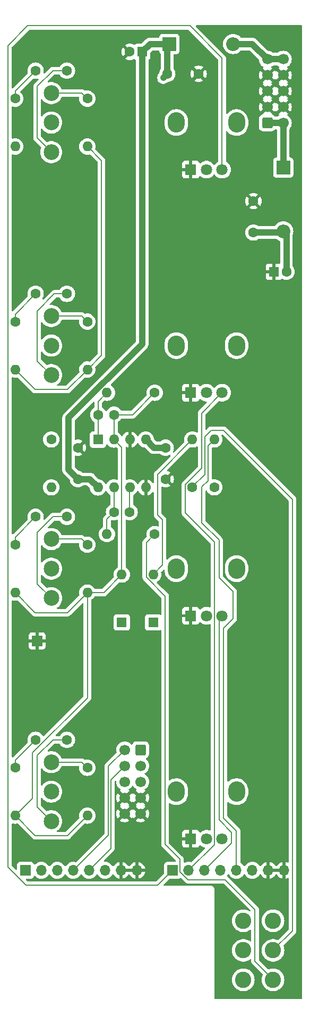
<source format=gbl>
%TF.GenerationSoftware,KiCad,Pcbnew,8.0.5*%
%TF.CreationDate,2024-12-03T21:36:34+01:00*%
%TF.ProjectId,DMH_Mixer_PCB,444d485f-4d69-4786-9572-5f5043422e6b,1*%
%TF.SameCoordinates,Original*%
%TF.FileFunction,Copper,L2,Bot*%
%TF.FilePolarity,Positive*%
%FSLAX46Y46*%
G04 Gerber Fmt 4.6, Leading zero omitted, Abs format (unit mm)*
G04 Created by KiCad (PCBNEW 8.0.5) date 2024-12-03 21:36:34*
%MOMM*%
%LPD*%
G01*
G04 APERTURE LIST*
G04 Aperture macros list*
%AMRoundRect*
0 Rectangle with rounded corners*
0 $1 Rounding radius*
0 $2 $3 $4 $5 $6 $7 $8 $9 X,Y pos of 4 corners*
0 Add a 4 corners polygon primitive as box body*
4,1,4,$2,$3,$4,$5,$6,$7,$8,$9,$2,$3,0*
0 Add four circle primitives for the rounded corners*
1,1,$1+$1,$2,$3*
1,1,$1+$1,$4,$5*
1,1,$1+$1,$6,$7*
1,1,$1+$1,$8,$9*
0 Add four rect primitives between the rounded corners*
20,1,$1+$1,$2,$3,$4,$5,0*
20,1,$1+$1,$4,$5,$6,$7,0*
20,1,$1+$1,$6,$7,$8,$9,0*
20,1,$1+$1,$8,$9,$2,$3,0*%
G04 Aperture macros list end*
%TA.AperFunction,ComponentPad*%
%ADD10O,2.720000X3.240000*%
%TD*%
%TA.AperFunction,ComponentPad*%
%ADD11R,1.800000X1.800000*%
%TD*%
%TA.AperFunction,ComponentPad*%
%ADD12C,1.800000*%
%TD*%
%TA.AperFunction,ComponentPad*%
%ADD13C,2.500000*%
%TD*%
%TA.AperFunction,ComponentPad*%
%ADD14C,2.600000*%
%TD*%
%TA.AperFunction,ComponentPad*%
%ADD15R,1.700000X1.700000*%
%TD*%
%TA.AperFunction,ComponentPad*%
%ADD16R,1.600000X1.600000*%
%TD*%
%TA.AperFunction,ComponentPad*%
%ADD17O,1.600000X1.600000*%
%TD*%
%TA.AperFunction,ComponentPad*%
%ADD18RoundRect,0.250000X0.600000X0.600000X-0.600000X0.600000X-0.600000X-0.600000X0.600000X-0.600000X0*%
%TD*%
%TA.AperFunction,ComponentPad*%
%ADD19C,1.700000*%
%TD*%
%TA.AperFunction,ComponentPad*%
%ADD20R,2.200000X2.200000*%
%TD*%
%TA.AperFunction,ComponentPad*%
%ADD21O,2.200000X2.200000*%
%TD*%
%TA.AperFunction,ComponentPad*%
%ADD22C,1.600000*%
%TD*%
%TA.AperFunction,ComponentPad*%
%ADD23RoundRect,0.250000X-0.600000X-0.600000X0.600000X-0.600000X0.600000X0.600000X-0.600000X0.600000X0*%
%TD*%
%TA.AperFunction,ComponentPad*%
%ADD24O,1.700000X1.700000*%
%TD*%
%TA.AperFunction,Conductor*%
%ADD25C,1.000000*%
%TD*%
%TA.AperFunction,Conductor*%
%ADD26C,0.200000*%
%TD*%
G04 APERTURE END LIST*
D10*
%TO.P,RV4,*%
%TO.N,*%
X78450000Y-165000000D03*
X88050000Y-165000000D03*
D11*
%TO.P,RV4,1,1*%
%TO.N,GND*%
X80750000Y-172500000D03*
D12*
%TO.P,RV4,2,2*%
%TO.N,Net-(SW4-B)*%
X83250000Y-172500000D03*
%TO.P,RV4,3,3*%
%TO.N,/Core Circuit/Input 4*%
X85750000Y-172500000D03*
%TD*%
D13*
%TO.P,SW2,1,C*%
%TO.N,Net-(SW2-C)*%
X58500000Y-98700000D03*
%TO.P,SW2,2,B*%
%TO.N,Net-(SW2-B)*%
X58500000Y-94000000D03*
%TO.P,SW2,3,A*%
%TO.N,Net-(SW2-A)*%
X58500000Y-89300000D03*
%TD*%
%TO.P,SW3,1,C*%
%TO.N,Net-(SW3-C)*%
X58500000Y-134200000D03*
%TO.P,SW3,2,B*%
%TO.N,Net-(SW3-B)*%
X58500000Y-129500000D03*
%TO.P,SW3,3,A*%
%TO.N,Net-(SW3-A)*%
X58500000Y-124800000D03*
%TD*%
%TO.P,SW1,1,C*%
%TO.N,Net-(SW1-C)*%
X58500000Y-63200000D03*
%TO.P,SW1,2,B*%
%TO.N,Net-(SW1-B)*%
X58500000Y-58500000D03*
%TO.P,SW1,3,A*%
%TO.N,Net-(SW1-A)*%
X58500000Y-53800000D03*
%TD*%
%TO.P,SW4,1,C*%
%TO.N,Net-(SW4-C)*%
X58500000Y-169700000D03*
%TO.P,SW4,2,B*%
%TO.N,Net-(SW4-B)*%
X58500000Y-165000000D03*
%TO.P,SW4,3,A*%
%TO.N,Net-(SW4-A)*%
X58500000Y-160300000D03*
%TD*%
D14*
%TO.P,SW5,1,A*%
%TO.N,Net-(D3-K)*%
X89125000Y-194950000D03*
%TO.P,SW5,2,B*%
%TO.N,Net-(D4-K)*%
X89125000Y-190250000D03*
%TO.P,SW5,3,C*%
%TO.N,unconnected-(SW5-C-Pad3)*%
X89125000Y-185550000D03*
%TO.P,SW5,4,A*%
%TO.N,Net-(U1B--)*%
X93875000Y-194950000D03*
%TO.P,SW5,5,B*%
%TO.N,Net-(R11-Pad1)*%
X93875000Y-190250000D03*
%TO.P,SW5,6,C*%
%TO.N,unconnected-(SW5-C-Pad6)*%
X93875000Y-185550000D03*
%TD*%
D10*
%TO.P,RV2,*%
%TO.N,*%
X78450000Y-94000000D03*
X88050000Y-94000000D03*
D11*
%TO.P,RV2,1,1*%
%TO.N,GND*%
X80750000Y-101500000D03*
D12*
%TO.P,RV2,2,2*%
%TO.N,Net-(SW2-B)*%
X83250000Y-101500000D03*
%TO.P,RV2,3,3*%
%TO.N,/Core Circuit/Input 2*%
X85750000Y-101500000D03*
%TD*%
D15*
%TO.P,J0,1,Pin_1*%
%TO.N,GND*%
X56250000Y-141000000D03*
%TD*%
D10*
%TO.P,RV3,*%
%TO.N,*%
X78450000Y-129500000D03*
X88050000Y-129500000D03*
D11*
%TO.P,RV3,1,1*%
%TO.N,GND*%
X80750000Y-137000000D03*
D12*
%TO.P,RV3,2,2*%
%TO.N,Net-(SW3-B)*%
X83250000Y-137000000D03*
%TO.P,RV3,3,3*%
%TO.N,/Core Circuit/Input 3*%
X85750000Y-137000000D03*
%TD*%
D10*
%TO.P,RV1,*%
%TO.N,*%
X78450000Y-58500000D03*
X88050000Y-58500000D03*
D11*
%TO.P,RV1,1,1*%
%TO.N,GND*%
X80750000Y-66000000D03*
D12*
%TO.P,RV1,2,2*%
%TO.N,Net-(SW1-B)*%
X83250000Y-66000000D03*
%TO.P,RV1,3,3*%
%TO.N,/Core Circuit/Input 1*%
X85750000Y-66000000D03*
%TD*%
D16*
%TO.P,D4,1,K*%
%TO.N,Net-(D4-K)*%
X74750000Y-138060000D03*
D17*
%TO.P,D4,2,A*%
%TO.N,Net-(D4-A)*%
X74750000Y-130440000D03*
%TD*%
D18*
%TO.P,J200,1,Pin_1*%
%TO.N,Net-(J200-Pin_1)*%
X72752500Y-158340000D03*
D19*
%TO.P,J200,2,Pin_2*%
%TO.N,Net-(J200-Pin_2)*%
X72752500Y-160880000D03*
%TO.P,J200,3,Pin_3*%
%TO.N,Net-(J200-Pin_3)*%
X72752500Y-163420000D03*
%TO.P,J200,4,Pin_4*%
%TO.N,GND*%
X72752500Y-165960000D03*
%TO.P,J200,5,Pin_5*%
X72752500Y-168500000D03*
%TO.P,J200,6,Pin_6*%
%TO.N,Net-(J200-Pin_6)*%
X70212500Y-158340000D03*
%TO.P,J200,7,Pin_7*%
%TO.N,Net-(J200-Pin_7)*%
X70212500Y-160880000D03*
%TO.P,J200,8,Pin_8*%
%TO.N,unconnected-(J200-Pin_8-Pad8)*%
X70212500Y-163420000D03*
%TO.P,J200,9,Pin_9*%
%TO.N,GND*%
X70212500Y-165960000D03*
%TO.P,J200,10,Pin_10*%
X70212500Y-168500000D03*
%TD*%
D20*
%TO.P,D1,1,K*%
%TO.N,+12V*%
X77340000Y-46000000D03*
D21*
%TO.P,D1,2,A*%
%TO.N,Net-(D1-A)*%
X87500000Y-46000000D03*
%TD*%
D22*
%TO.P,R7,1*%
%TO.N,Net-(SW4-A)*%
X64250000Y-161190000D03*
D17*
%TO.P,R7,2*%
%TO.N,Net-(D3-A)*%
X64250000Y-168810000D03*
%TD*%
D22*
%TO.P,C12,1*%
%TO.N,Net-(U1B--)*%
X71000000Y-120500000D03*
%TO.P,C12,2*%
%TO.N,Net-(C12-Pad2)*%
X68500000Y-120500000D03*
%TD*%
D23*
%TO.P,J100,1a,Pin_1a*%
%TO.N,Net-(D2-K)*%
X92960000Y-58580000D03*
D19*
%TO.P,J100,1b,Pin_1b*%
X95500000Y-58580000D03*
%TO.P,J100,2a,Pin_2a*%
%TO.N,GND*%
X92960000Y-56040000D03*
%TO.P,J100,2b,Pin_2b*%
X95500000Y-56040000D03*
%TO.P,J100,3a,Pin_3a*%
X92960000Y-53500000D03*
%TO.P,J100,3b,Pin_3b*%
X95500000Y-53500000D03*
%TO.P,J100,4a,Pin_4a*%
X92960000Y-50960000D03*
%TO.P,J100,4b,Pin_4b*%
X95500000Y-50960000D03*
%TO.P,J100,5a,Pin_5a*%
%TO.N,Net-(D1-A)*%
X92960000Y-48420000D03*
%TO.P,J100,5b,Pin_5b*%
X95500000Y-48420000D03*
%TD*%
D20*
%TO.P,D2,1,K*%
%TO.N,Net-(D2-K)*%
X95500000Y-65670000D03*
D21*
%TO.P,D2,2,A*%
%TO.N,-12V*%
X95500000Y-75830000D03*
%TD*%
D15*
%TO.P,J50,1,Pin_1*%
%TO.N,/Core Circuit/Input 1*%
X77875000Y-177500000D03*
D24*
%TO.P,J50,2,Pin_2*%
%TO.N,/Core Circuit/Input 2*%
X80415000Y-177500000D03*
%TO.P,J50,3,Pin_3*%
%TO.N,/Core Circuit/Input 3*%
X82955000Y-177500000D03*
%TO.P,J50,4,Pin_4*%
%TO.N,/Core Circuit/Input 4*%
X85495000Y-177500000D03*
%TO.P,J50,5,Pin_5*%
%TO.N,/Core Circuit/Output*%
X88035000Y-177500000D03*
%TO.P,J50,6,Pin_6*%
%TO.N,unconnected-(J50-Pin_6-Pad6)*%
X90575000Y-177500000D03*
%TO.P,J50,7,Pin_7*%
%TO.N,GND*%
X93115000Y-177500000D03*
%TO.P,J50,8,Pin_8*%
X95655000Y-177500000D03*
%TD*%
D22*
%TO.P,R8,1*%
%TO.N,Net-(C10-Pad2)*%
X52750000Y-161190000D03*
D17*
%TO.P,R8,2*%
%TO.N,Net-(D3-A)*%
X52750000Y-168810000D03*
%TD*%
D22*
%TO.P,R9,1*%
%TO.N,Net-(D3-A)*%
X75000000Y-101500000D03*
D17*
%TO.P,R9,2*%
%TO.N,Net-(D4-A)*%
X67380000Y-101500000D03*
%TD*%
D22*
%TO.P,R12,1*%
%TO.N,Net-(U1B--)*%
X75000000Y-124000000D03*
D17*
%TO.P,R12,2*%
%TO.N,Net-(C12-Pad2)*%
X67380000Y-124000000D03*
%TD*%
D22*
%TO.P,R13,1*%
%TO.N,Net-(C12-Pad2)*%
X84500000Y-116560000D03*
D17*
%TO.P,R13,2*%
%TO.N,/Core Circuit/Output*%
X84500000Y-108940000D03*
%TD*%
D22*
%TO.P,R4,1*%
%TO.N,Net-(C8-Pad2)*%
X52750000Y-90190000D03*
D17*
%TO.P,R4,2*%
%TO.N,Net-(D3-A)*%
X52750000Y-97810000D03*
%TD*%
D22*
%TO.P,R1,1*%
%TO.N,Net-(SW1-A)*%
X64250000Y-54690000D03*
D17*
%TO.P,R1,2*%
%TO.N,Net-(D3-A)*%
X64250000Y-62310000D03*
%TD*%
D22*
%TO.P,C10,1*%
%TO.N,Net-(SW4-C)*%
X61000000Y-156750000D03*
%TO.P,C10,2*%
%TO.N,Net-(C10-Pad2)*%
X56000000Y-156750000D03*
%TD*%
%TO.P,C8,1*%
%TO.N,Net-(SW2-C)*%
X61000000Y-85750000D03*
%TO.P,C8,2*%
%TO.N,Net-(C8-Pad2)*%
X56000000Y-85750000D03*
%TD*%
%TO.P,R5,1*%
%TO.N,Net-(SW3-A)*%
X64250000Y-125690000D03*
D17*
%TO.P,R5,2*%
%TO.N,Net-(D3-A)*%
X64250000Y-133310000D03*
%TD*%
D22*
%TO.P,R2,1*%
%TO.N,Net-(C7-Pad2)*%
X52750000Y-54690000D03*
D17*
%TO.P,R2,2*%
%TO.N,Net-(D3-A)*%
X52750000Y-62310000D03*
%TD*%
D16*
%TO.P,D3,1,K*%
%TO.N,Net-(D3-K)*%
X69750000Y-138060000D03*
D17*
%TO.P,D3,2,A*%
%TO.N,Net-(D3-A)*%
X69750000Y-130440000D03*
%TD*%
D16*
%TO.P,C1,1*%
%TO.N,+12V*%
X73000000Y-47250000D03*
D22*
%TO.P,C1,2*%
%TO.N,GND*%
X71000000Y-47250000D03*
%TD*%
%TO.P,R10,1*%
%TO.N,Net-(D4-A)*%
X58500000Y-108940000D03*
D17*
%TO.P,R10,2*%
%TO.N,Net-(U1B--)*%
X58500000Y-116560000D03*
%TD*%
D22*
%TO.P,R3,1*%
%TO.N,Net-(SW2-A)*%
X64250000Y-90190000D03*
D17*
%TO.P,R3,2*%
%TO.N,Net-(D3-A)*%
X64250000Y-97810000D03*
%TD*%
D22*
%TO.P,C3,1*%
%TO.N,+12V*%
X77000000Y-50750000D03*
%TO.P,C3,2*%
%TO.N,GND*%
X82000000Y-50750000D03*
%TD*%
%TO.P,R11,1*%
%TO.N,Net-(R11-Pad1)*%
X81000000Y-116560000D03*
D17*
%TO.P,R11,2*%
%TO.N,Net-(D4-A)*%
X81000000Y-108940000D03*
%TD*%
D22*
%TO.P,C6,1*%
%TO.N,GND*%
X76750000Y-115250000D03*
%TO.P,C6,2*%
%TO.N,-12V*%
X76750000Y-110250000D03*
%TD*%
%TO.P,C4,1*%
%TO.N,GND*%
X90750000Y-71000000D03*
%TO.P,C4,2*%
%TO.N,-12V*%
X90750000Y-76000000D03*
%TD*%
%TO.P,C11,1*%
%TO.N,Net-(D3-A)*%
X68500000Y-105000000D03*
%TO.P,C11,2*%
%TO.N,Net-(D4-A)*%
X66000000Y-105000000D03*
%TD*%
%TO.P,R6,1*%
%TO.N,Net-(C9-Pad2)*%
X52750000Y-125690000D03*
D17*
%TO.P,R6,2*%
%TO.N,Net-(D3-A)*%
X52750000Y-133310000D03*
%TD*%
D16*
%TO.P,U1,1*%
%TO.N,Net-(D4-A)*%
X65950000Y-108950000D03*
D17*
%TO.P,U1,2,-*%
%TO.N,Net-(D3-A)*%
X68490000Y-108950000D03*
%TO.P,U1,3,+*%
%TO.N,GND*%
X71030000Y-108950000D03*
%TO.P,U1,4,V-*%
%TO.N,-12V*%
X73570000Y-108950000D03*
%TO.P,U1,5,+*%
%TO.N,GND*%
X73570000Y-116570000D03*
%TO.P,U1,6,-*%
%TO.N,Net-(U1B--)*%
X71030000Y-116570000D03*
%TO.P,U1,7*%
%TO.N,Net-(C12-Pad2)*%
X68490000Y-116570000D03*
%TO.P,U1,8,V+*%
%TO.N,+12V*%
X65950000Y-116570000D03*
%TD*%
D15*
%TO.P,J60,1,Pin_1*%
%TO.N,Net-(J200-Pin_1)*%
X54380000Y-177500000D03*
D24*
%TO.P,J60,2,Pin_2*%
%TO.N,Net-(J200-Pin_2)*%
X56920000Y-177500000D03*
%TO.P,J60,3,Pin_3*%
%TO.N,Net-(J200-Pin_3)*%
X59460000Y-177500000D03*
%TO.P,J60,4,Pin_4*%
%TO.N,Net-(J200-Pin_6)*%
X62000000Y-177500000D03*
%TO.P,J60,5,Pin_5*%
%TO.N,Net-(J200-Pin_7)*%
X64540000Y-177500000D03*
%TO.P,J60,6,Pin_6*%
%TO.N,unconnected-(J60-Pin_6-Pad6)*%
X67080000Y-177500000D03*
%TO.P,J60,7,Pin_7*%
%TO.N,GND*%
X69620000Y-177500000D03*
%TO.P,J60,8,Pin_8*%
X72160000Y-177500000D03*
%TD*%
D22*
%TO.P,C5,1*%
%TO.N,+12V*%
X62750000Y-115250000D03*
%TO.P,C5,2*%
%TO.N,GND*%
X62750000Y-110250000D03*
%TD*%
%TO.P,C9,1*%
%TO.N,Net-(SW3-C)*%
X61000000Y-121250000D03*
%TO.P,C9,2*%
%TO.N,Net-(C9-Pad2)*%
X56000000Y-121250000D03*
%TD*%
%TO.P,C7,1*%
%TO.N,Net-(SW1-C)*%
X61000000Y-50250000D03*
%TO.P,C7,2*%
%TO.N,Net-(C7-Pad2)*%
X56000000Y-50250000D03*
%TD*%
D16*
%TO.P,C2,1*%
%TO.N,GND*%
X94000000Y-82250000D03*
D22*
%TO.P,C2,2*%
%TO.N,-12V*%
X96000000Y-82250000D03*
%TD*%
D25*
%TO.N,+12V*%
X62750000Y-115250000D02*
X64630000Y-115250000D01*
X73000000Y-93750000D02*
X61250000Y-105500000D01*
X74250000Y-46000000D02*
X73000000Y-47250000D01*
X77000000Y-50750000D02*
X77000000Y-46340000D01*
X77340000Y-46000000D02*
X74250000Y-46000000D01*
X61250000Y-113750000D02*
X62750000Y-115250000D01*
X61250000Y-105500000D02*
X61250000Y-113750000D01*
X64630000Y-115250000D02*
X65950000Y-116570000D01*
X77000000Y-46340000D02*
X77340000Y-46000000D01*
X77000000Y-50750000D02*
X76390000Y-51360000D01*
X73000000Y-47250000D02*
X73000000Y-93750000D01*
%TO.N,-12V*%
X76750000Y-110250000D02*
X74870000Y-110250000D01*
X90750000Y-76000000D02*
X95330000Y-76000000D01*
X95330000Y-76000000D02*
X95500000Y-75830000D01*
X74870000Y-110250000D02*
X73570000Y-108950000D01*
X96000000Y-82250000D02*
X96000000Y-76330000D01*
X96000000Y-76330000D02*
X95500000Y-75830000D01*
%TO.N,Net-(D1-A)*%
X87500000Y-46000000D02*
X90540000Y-46000000D01*
X90540000Y-46000000D02*
X92960000Y-48420000D01*
X92960000Y-48420000D02*
X95500000Y-48420000D01*
D26*
%TO.N,Net-(D4-A)*%
X66000000Y-108900000D02*
X65950000Y-108950000D01*
X66000000Y-102880000D02*
X67380000Y-101500000D01*
X76250000Y-121750000D02*
X76250000Y-128940000D01*
X75455635Y-120955635D02*
X76250000Y-121750000D01*
X76250000Y-128940000D02*
X74750000Y-130440000D01*
X81000000Y-108940000D02*
X75455635Y-114484365D01*
X75455635Y-114484365D02*
X75455635Y-120955635D01*
X66000000Y-105000000D02*
X66000000Y-108900000D01*
X66000000Y-105000000D02*
X66000000Y-102880000D01*
%TO.N,Net-(SW1-C)*%
X61000000Y-50250000D02*
X58750000Y-50250000D01*
X56250000Y-60950000D02*
X58500000Y-63200000D01*
X58750000Y-50250000D02*
X56250000Y-52750000D01*
X56250000Y-52750000D02*
X56250000Y-60950000D01*
%TO.N,Net-(D3-A)*%
X69750000Y-110210000D02*
X69750000Y-130440000D01*
X68490000Y-108950000D02*
X69750000Y-110210000D01*
X52750000Y-97810000D02*
X55940000Y-101000000D01*
X66500000Y-95560000D02*
X64250000Y-97810000D01*
X64250000Y-133310000D02*
X66880000Y-133310000D01*
X71500000Y-105000000D02*
X75000000Y-101500000D01*
X52750000Y-168810000D02*
X55940000Y-172000000D01*
X61060000Y-101000000D02*
X64250000Y-97810000D01*
X55940000Y-101000000D02*
X61060000Y-101000000D01*
X52750000Y-133310000D02*
X55940000Y-136500000D01*
X52750000Y-168810000D02*
X55505025Y-166054975D01*
X66880000Y-133310000D02*
X69750000Y-130440000D01*
X55940000Y-172000000D02*
X61060000Y-172000000D01*
X55505025Y-158800610D02*
X64250000Y-150055635D01*
X68500000Y-105000000D02*
X68500000Y-108940000D01*
X66500000Y-64560000D02*
X66500000Y-95560000D01*
X55940000Y-136500000D02*
X61060000Y-136500000D01*
X55505025Y-166054975D02*
X55505025Y-158800610D01*
X61060000Y-172000000D02*
X64250000Y-168810000D01*
X64250000Y-62310000D02*
X66500000Y-64560000D01*
X61060000Y-136500000D02*
X64250000Y-133310000D01*
X68500000Y-108940000D02*
X68490000Y-108950000D01*
X64250000Y-150055635D02*
X64250000Y-133310000D01*
X68500000Y-105000000D02*
X71500000Y-105000000D01*
%TO.N,Net-(SW2-C)*%
X59000000Y-85750000D02*
X56250000Y-88500000D01*
X56250000Y-96450000D02*
X58500000Y-98700000D01*
X61000000Y-85750000D02*
X59000000Y-85750000D01*
X56250000Y-88500000D02*
X56250000Y-96450000D01*
%TO.N,Net-(SW3-C)*%
X61000000Y-121250000D02*
X58750000Y-121250000D01*
X56250000Y-123750000D02*
X56250000Y-131950000D01*
X58750000Y-121250000D02*
X56250000Y-123750000D01*
X56250000Y-131950000D02*
X58500000Y-134200000D01*
%TO.N,Net-(U1B--)*%
X91000000Y-183750000D02*
X86250000Y-179000000D01*
X93875000Y-194875000D02*
X91000000Y-192000000D01*
X71000000Y-116600000D02*
X71030000Y-116570000D01*
X79025000Y-175775000D02*
X76650000Y-173400000D01*
X76650000Y-173400000D02*
X76650000Y-133895635D01*
X86250000Y-179000000D02*
X80288654Y-179000000D01*
X76650000Y-133895635D02*
X73650000Y-130895635D01*
X73650000Y-130895635D02*
X73650000Y-125350000D01*
X93875000Y-194950000D02*
X93875000Y-194875000D01*
X80288654Y-179000000D02*
X79025000Y-177736346D01*
X91000000Y-192000000D02*
X91000000Y-183750000D01*
X73650000Y-125350000D02*
X75000000Y-124000000D01*
X79025000Y-177736346D02*
X79025000Y-175775000D01*
X71000000Y-120500000D02*
X71000000Y-116600000D01*
%TO.N,Net-(SW4-C)*%
X61000000Y-156750000D02*
X58750000Y-156750000D01*
X56250000Y-167450000D02*
X58500000Y-169700000D01*
X56250000Y-159250000D02*
X56250000Y-167450000D01*
X58750000Y-156750000D02*
X56250000Y-159250000D01*
%TO.N,/Core Circuit/Output*%
X88035000Y-171219314D02*
X88035000Y-177500000D01*
X85250000Y-124967157D02*
X85250000Y-130907595D01*
X87500000Y-133157595D02*
X87500000Y-137500000D01*
X83500000Y-115500000D02*
X82500000Y-116500000D01*
X86000000Y-169184314D02*
X88035000Y-171219314D01*
X85250000Y-130907595D02*
X87500000Y-133157595D01*
X83500000Y-109940000D02*
X83500000Y-115500000D01*
X82500000Y-122217157D02*
X85250000Y-124967157D01*
X84500000Y-108940000D02*
X83500000Y-109940000D01*
X86000000Y-139000000D02*
X86000000Y-169184314D01*
X82500000Y-116500000D02*
X82500000Y-122217157D01*
X87500000Y-137500000D02*
X86000000Y-139000000D01*
%TO.N,Net-(C12-Pad2)*%
X67380000Y-121620000D02*
X68500000Y-120500000D01*
X67380000Y-124000000D02*
X67380000Y-121620000D01*
X68500000Y-120500000D02*
X68500000Y-116580000D01*
X68500000Y-116580000D02*
X68490000Y-116570000D01*
%TO.N,/Core Circuit/Input 1*%
X54750000Y-43100000D02*
X51600000Y-46250000D01*
X51600000Y-46250000D02*
X51600000Y-177020000D01*
X54480000Y-179900000D02*
X75475000Y-179900000D01*
X85750000Y-48250000D02*
X80600000Y-43100000D01*
X75475000Y-179900000D02*
X77875000Y-177500000D01*
X80600000Y-43100000D02*
X54750000Y-43100000D01*
X51600000Y-177020000D02*
X54480000Y-179900000D01*
X85750000Y-66000000D02*
X85750000Y-48250000D01*
%TO.N,/Core Circuit/Input 2*%
X85750000Y-101500000D02*
X82500000Y-104750000D01*
X79900000Y-116100000D02*
X79900000Y-120650000D01*
X84500000Y-173415000D02*
X80415000Y-177500000D01*
X82500000Y-104750000D02*
X82500000Y-113500000D01*
X84500000Y-125250000D02*
X84500000Y-173415000D01*
X82500000Y-113500000D02*
X79900000Y-116100000D01*
X79900000Y-120650000D02*
X84500000Y-125250000D01*
%TO.N,/Core Circuit/Input 3*%
X82955000Y-177500000D02*
X87250000Y-173205000D01*
X85250000Y-169500000D02*
X85250000Y-137500000D01*
X87250000Y-173205000D02*
X87250000Y-171500000D01*
X85250000Y-137500000D02*
X85750000Y-137000000D01*
X87250000Y-171500000D02*
X85250000Y-169500000D01*
%TO.N,Net-(J200-Pin_6)*%
X62000000Y-177500000D02*
X67600000Y-171900000D01*
X67600000Y-171900000D02*
X67600000Y-160952500D01*
X67600000Y-160952500D02*
X70212500Y-158340000D01*
%TO.N,Net-(J200-Pin_7)*%
X68000000Y-174040000D02*
X68000000Y-163092500D01*
X68000000Y-163092500D02*
X70212500Y-160880000D01*
X64540000Y-177500000D02*
X68000000Y-174040000D01*
D25*
%TO.N,Net-(D2-K)*%
X95500000Y-58580000D02*
X95500000Y-65670000D01*
X92960000Y-58580000D02*
X95500000Y-58580000D01*
D26*
%TO.N,Net-(C7-Pad2)*%
X52750000Y-54690000D02*
X52750000Y-53500000D01*
X52750000Y-53500000D02*
X56000000Y-50250000D01*
%TO.N,Net-(SW1-A)*%
X63360000Y-53800000D02*
X64250000Y-54690000D01*
X58500000Y-53800000D02*
X63360000Y-53800000D01*
%TO.N,Net-(SW2-A)*%
X58500000Y-89300000D02*
X63360000Y-89300000D01*
X63360000Y-89300000D02*
X64250000Y-90190000D01*
%TO.N,Net-(C8-Pad2)*%
X56000000Y-85750000D02*
X52750000Y-89000000D01*
X52750000Y-89000000D02*
X52750000Y-90190000D01*
%TO.N,Net-(SW3-A)*%
X63360000Y-124800000D02*
X64250000Y-125690000D01*
X58500000Y-124800000D02*
X63360000Y-124800000D01*
%TO.N,Net-(C9-Pad2)*%
X52750000Y-124500000D02*
X56000000Y-121250000D01*
X52750000Y-125690000D02*
X52750000Y-124500000D01*
%TO.N,Net-(SW4-A)*%
X63360000Y-160300000D02*
X64250000Y-161190000D01*
X58500000Y-160300000D02*
X63360000Y-160300000D01*
X58500000Y-160560000D02*
X58500000Y-161050000D01*
%TO.N,Net-(C10-Pad2)*%
X52750000Y-161190000D02*
X52750000Y-160000000D01*
X52750000Y-160000000D02*
X56000000Y-156750000D01*
%TO.N,Net-(R11-Pad1)*%
X83000000Y-108500000D02*
X84000000Y-107500000D01*
X81000000Y-116500000D02*
X83000000Y-114500000D01*
X97000000Y-118500000D02*
X97000000Y-187125000D01*
X86000000Y-107500000D02*
X97000000Y-118500000D01*
X97000000Y-187125000D02*
X93875000Y-190250000D01*
X81000000Y-116560000D02*
X81000000Y-116500000D01*
X83000000Y-114500000D02*
X83000000Y-108500000D01*
X84000000Y-107500000D02*
X86000000Y-107500000D01*
%TD*%
%TA.AperFunction,Conductor*%
%TO.N,GND*%
G36*
X95034075Y-56232993D02*
G01*
X95099901Y-56347007D01*
X95192993Y-56440099D01*
X95307007Y-56505925D01*
X95370590Y-56522962D01*
X94738625Y-57154925D01*
X94814594Y-57208119D01*
X94858219Y-57262696D01*
X94865413Y-57332194D01*
X94833890Y-57394549D01*
X94814595Y-57411269D01*
X94628594Y-57541508D01*
X94626922Y-57543181D01*
X94626000Y-57543684D01*
X94624449Y-57544986D01*
X94624187Y-57544674D01*
X94565599Y-57576666D01*
X94539241Y-57579500D01*
X94263958Y-57579500D01*
X94196919Y-57559815D01*
X94158420Y-57520598D01*
X94152712Y-57511344D01*
X94028657Y-57387289D01*
X94028656Y-57387288D01*
X93879334Y-57295186D01*
X93806966Y-57271205D01*
X93749522Y-57231433D01*
X93722699Y-57166917D01*
X93722585Y-57156137D01*
X93089409Y-56522962D01*
X93152993Y-56505925D01*
X93267007Y-56440099D01*
X93360099Y-56347007D01*
X93425925Y-56232993D01*
X93442962Y-56169410D01*
X94074925Y-56801373D01*
X94128425Y-56724968D01*
X94183002Y-56681344D01*
X94252501Y-56674151D01*
X94314855Y-56705673D01*
X94331576Y-56724969D01*
X94385073Y-56801372D01*
X95017037Y-56169409D01*
X95034075Y-56232993D01*
G37*
%TD.AperFunction*%
%TA.AperFunction,Conductor*%
G36*
X95034075Y-53692993D02*
G01*
X95099901Y-53807007D01*
X95192993Y-53900099D01*
X95307007Y-53965925D01*
X95370590Y-53982962D01*
X94738625Y-54614925D01*
X94815031Y-54668425D01*
X94858655Y-54723002D01*
X94865848Y-54792501D01*
X94834326Y-54854855D01*
X94815029Y-54871576D01*
X94738625Y-54925072D01*
X95370590Y-55557037D01*
X95307007Y-55574075D01*
X95192993Y-55639901D01*
X95099901Y-55732993D01*
X95034075Y-55847007D01*
X95017037Y-55910590D01*
X94385072Y-55278625D01*
X94385072Y-55278626D01*
X94331574Y-55355030D01*
X94276998Y-55398655D01*
X94207499Y-55405849D01*
X94145144Y-55374326D01*
X94128424Y-55355030D01*
X94074925Y-55278626D01*
X94074925Y-55278625D01*
X93442962Y-55910589D01*
X93425925Y-55847007D01*
X93360099Y-55732993D01*
X93267007Y-55639901D01*
X93152993Y-55574075D01*
X93089410Y-55557037D01*
X93721373Y-54925073D01*
X93644969Y-54871576D01*
X93601344Y-54816999D01*
X93594150Y-54747501D01*
X93625672Y-54685146D01*
X93644968Y-54668425D01*
X93721373Y-54614925D01*
X93089409Y-53982962D01*
X93152993Y-53965925D01*
X93267007Y-53900099D01*
X93360099Y-53807007D01*
X93425925Y-53692993D01*
X93442962Y-53629410D01*
X94074925Y-54261373D01*
X94128425Y-54184968D01*
X94183002Y-54141344D01*
X94252501Y-54134151D01*
X94314855Y-54165673D01*
X94331576Y-54184969D01*
X94385073Y-54261372D01*
X95017037Y-53629409D01*
X95034075Y-53692993D01*
G37*
%TD.AperFunction*%
%TA.AperFunction,Conductor*%
G36*
X95034075Y-51152993D02*
G01*
X95099901Y-51267007D01*
X95192993Y-51360099D01*
X95307007Y-51425925D01*
X95370590Y-51442962D01*
X94738625Y-52074925D01*
X94815031Y-52128425D01*
X94858655Y-52183002D01*
X94865848Y-52252501D01*
X94834326Y-52314855D01*
X94815029Y-52331576D01*
X94738625Y-52385072D01*
X95370590Y-53017037D01*
X95307007Y-53034075D01*
X95192993Y-53099901D01*
X95099901Y-53192993D01*
X95034075Y-53307007D01*
X95017037Y-53370590D01*
X94385072Y-52738625D01*
X94385072Y-52738626D01*
X94331574Y-52815030D01*
X94276998Y-52858655D01*
X94207499Y-52865849D01*
X94145144Y-52834326D01*
X94128424Y-52815030D01*
X94074925Y-52738626D01*
X94074925Y-52738625D01*
X93442962Y-53370589D01*
X93425925Y-53307007D01*
X93360099Y-53192993D01*
X93267007Y-53099901D01*
X93152993Y-53034075D01*
X93089410Y-53017037D01*
X93721373Y-52385073D01*
X93644969Y-52331576D01*
X93601344Y-52276999D01*
X93594150Y-52207501D01*
X93625672Y-52145146D01*
X93644968Y-52128425D01*
X93721373Y-52074925D01*
X93089409Y-51442962D01*
X93152993Y-51425925D01*
X93267007Y-51360099D01*
X93360099Y-51267007D01*
X93425925Y-51152993D01*
X93442962Y-51089410D01*
X94074925Y-51721373D01*
X94128425Y-51644968D01*
X94183002Y-51601344D01*
X94252501Y-51594151D01*
X94314855Y-51625673D01*
X94331576Y-51644969D01*
X94385073Y-51721372D01*
X95017037Y-51089409D01*
X95034075Y-51152993D01*
G37*
%TD.AperFunction*%
%TA.AperFunction,Conductor*%
G36*
X94606281Y-49440185D02*
G01*
X94626923Y-49456819D01*
X94628599Y-49458495D01*
X94814594Y-49588730D01*
X94858218Y-49643307D01*
X94865411Y-49712806D01*
X94833889Y-49775160D01*
X94814593Y-49791880D01*
X94738626Y-49845072D01*
X94738625Y-49845072D01*
X95370590Y-50477037D01*
X95307007Y-50494075D01*
X95192993Y-50559901D01*
X95099901Y-50652993D01*
X95034075Y-50767007D01*
X95017037Y-50830590D01*
X94385072Y-50198625D01*
X94385072Y-50198626D01*
X94331574Y-50275030D01*
X94276998Y-50318655D01*
X94207499Y-50325849D01*
X94145144Y-50294326D01*
X94128424Y-50275030D01*
X94074925Y-50198626D01*
X94074925Y-50198625D01*
X93442962Y-50830589D01*
X93425925Y-50767007D01*
X93360099Y-50652993D01*
X93267007Y-50559901D01*
X93152993Y-50494075D01*
X93089410Y-50477037D01*
X93721373Y-49845073D01*
X93721373Y-49845072D01*
X93645405Y-49791880D01*
X93601780Y-49737304D01*
X93594586Y-49667805D01*
X93626108Y-49605451D01*
X93645399Y-49588734D01*
X93831401Y-49458495D01*
X93833077Y-49456819D01*
X93833995Y-49456317D01*
X93835544Y-49455018D01*
X93835805Y-49455329D01*
X93894400Y-49423334D01*
X93920758Y-49420500D01*
X94539242Y-49420500D01*
X94606281Y-49440185D01*
G37*
%TD.AperFunction*%
%TA.AperFunction,Conductor*%
G36*
X98442539Y-43020185D02*
G01*
X98488294Y-43072989D01*
X98499500Y-43124500D01*
X98499500Y-197875500D01*
X98479815Y-197942539D01*
X98427011Y-197988294D01*
X98375500Y-197999500D01*
X84624500Y-197999500D01*
X84557461Y-197979815D01*
X84511706Y-197927011D01*
X84500500Y-197875500D01*
X84500500Y-194949995D01*
X87319451Y-194949995D01*
X87319451Y-194950004D01*
X87339616Y-195219101D01*
X87399664Y-195482188D01*
X87399666Y-195482195D01*
X87498257Y-195733398D01*
X87633185Y-195967102D01*
X87769080Y-196137509D01*
X87801442Y-196178089D01*
X87988183Y-196351358D01*
X87999259Y-196361635D01*
X88222226Y-196513651D01*
X88465359Y-196630738D01*
X88723228Y-196710280D01*
X88723229Y-196710280D01*
X88723232Y-196710281D01*
X88990063Y-196750499D01*
X88990068Y-196750499D01*
X88990071Y-196750500D01*
X88990072Y-196750500D01*
X89259928Y-196750500D01*
X89259929Y-196750500D01*
X89259936Y-196750499D01*
X89526767Y-196710281D01*
X89526768Y-196710280D01*
X89526772Y-196710280D01*
X89784641Y-196630738D01*
X90027775Y-196513651D01*
X90250741Y-196361635D01*
X90448561Y-196178085D01*
X90616815Y-195967102D01*
X90751743Y-195733398D01*
X90850334Y-195482195D01*
X90910383Y-195219103D01*
X90930549Y-194950000D01*
X90910383Y-194680897D01*
X90850334Y-194417805D01*
X90751743Y-194166602D01*
X90616815Y-193932898D01*
X90448561Y-193721915D01*
X90448560Y-193721914D01*
X90448557Y-193721910D01*
X90250741Y-193538365D01*
X90027775Y-193386349D01*
X90027769Y-193386346D01*
X90027768Y-193386345D01*
X90027767Y-193386344D01*
X89784643Y-193269263D01*
X89784645Y-193269263D01*
X89526773Y-193189720D01*
X89526767Y-193189718D01*
X89259936Y-193149500D01*
X89259929Y-193149500D01*
X88990071Y-193149500D01*
X88990063Y-193149500D01*
X88723232Y-193189718D01*
X88723226Y-193189720D01*
X88465358Y-193269262D01*
X88222230Y-193386346D01*
X87999258Y-193538365D01*
X87801442Y-193721910D01*
X87633185Y-193932898D01*
X87498258Y-194166599D01*
X87498256Y-194166603D01*
X87399666Y-194417804D01*
X87399664Y-194417811D01*
X87339616Y-194680898D01*
X87319451Y-194949995D01*
X84500500Y-194949995D01*
X84500500Y-180434110D01*
X84500500Y-180434108D01*
X84466392Y-180306814D01*
X84400500Y-180192686D01*
X84307314Y-180099500D01*
X84250250Y-180066554D01*
X84193187Y-180033608D01*
X84129539Y-180016554D01*
X84065892Y-179999500D01*
X84065891Y-179999500D01*
X76524097Y-179999500D01*
X76457058Y-179979815D01*
X76411303Y-179927011D01*
X76401359Y-179857853D01*
X76430384Y-179794297D01*
X76436416Y-179787819D01*
X77337416Y-178886818D01*
X77398739Y-178853333D01*
X77425097Y-178850499D01*
X78772871Y-178850499D01*
X78772872Y-178850499D01*
X78832483Y-178844091D01*
X78967331Y-178793796D01*
X78993905Y-178773903D01*
X79033371Y-178744359D01*
X79098835Y-178719941D01*
X79167108Y-178734792D01*
X79195362Y-178755943D01*
X79919938Y-179480520D01*
X79919940Y-179480521D01*
X79919944Y-179480524D01*
X80056863Y-179559573D01*
X80056870Y-179559577D01*
X80209597Y-179600501D01*
X80209599Y-179600501D01*
X80375308Y-179600501D01*
X80375324Y-179600500D01*
X85949903Y-179600500D01*
X86016942Y-179620185D01*
X86037584Y-179636819D01*
X90221987Y-183821222D01*
X90255472Y-183882545D01*
X90250488Y-183952237D01*
X90208616Y-184008170D01*
X90143152Y-184032587D01*
X90074879Y-184017735D01*
X90064455Y-184011357D01*
X90027775Y-183986349D01*
X90027767Y-183986344D01*
X89784643Y-183869263D01*
X89784645Y-183869263D01*
X89526773Y-183789720D01*
X89526767Y-183789718D01*
X89259936Y-183749500D01*
X89259929Y-183749500D01*
X88990071Y-183749500D01*
X88990063Y-183749500D01*
X88723232Y-183789718D01*
X88723226Y-183789720D01*
X88465358Y-183869262D01*
X88222230Y-183986346D01*
X87999258Y-184138365D01*
X87801442Y-184321910D01*
X87633185Y-184532898D01*
X87498258Y-184766599D01*
X87498256Y-184766603D01*
X87399666Y-185017804D01*
X87399664Y-185017811D01*
X87339616Y-185280898D01*
X87319451Y-185549995D01*
X87319451Y-185550004D01*
X87339616Y-185819101D01*
X87399664Y-186082188D01*
X87399666Y-186082195D01*
X87498257Y-186333398D01*
X87633185Y-186567102D01*
X87769080Y-186737509D01*
X87801442Y-186778089D01*
X87946393Y-186912583D01*
X87999259Y-186961635D01*
X88222226Y-187113651D01*
X88465359Y-187230738D01*
X88723228Y-187310280D01*
X88723229Y-187310280D01*
X88723232Y-187310281D01*
X88990063Y-187350499D01*
X88990068Y-187350499D01*
X88990071Y-187350500D01*
X88990072Y-187350500D01*
X89259928Y-187350500D01*
X89259929Y-187350500D01*
X89259936Y-187350499D01*
X89526767Y-187310281D01*
X89526768Y-187310280D01*
X89526772Y-187310280D01*
X89784641Y-187230738D01*
X90027775Y-187113651D01*
X90205650Y-186992377D01*
X90272128Y-186970878D01*
X90339678Y-186988732D01*
X90386852Y-187040272D01*
X90399500Y-187094832D01*
X90399500Y-188705167D01*
X90379815Y-188772206D01*
X90327011Y-188817961D01*
X90257853Y-188827905D01*
X90205649Y-188807621D01*
X90027775Y-188686349D01*
X90027767Y-188686344D01*
X89784643Y-188569263D01*
X89784645Y-188569263D01*
X89526773Y-188489720D01*
X89526767Y-188489718D01*
X89259936Y-188449500D01*
X89259929Y-188449500D01*
X88990071Y-188449500D01*
X88990063Y-188449500D01*
X88723232Y-188489718D01*
X88723226Y-188489720D01*
X88465358Y-188569262D01*
X88222230Y-188686346D01*
X87999258Y-188838365D01*
X87801442Y-189021910D01*
X87633185Y-189232898D01*
X87498258Y-189466599D01*
X87498256Y-189466603D01*
X87399666Y-189717804D01*
X87399664Y-189717811D01*
X87339616Y-189980898D01*
X87319451Y-190249995D01*
X87319451Y-190250004D01*
X87339616Y-190519101D01*
X87399664Y-190782188D01*
X87399666Y-190782195D01*
X87498257Y-191033398D01*
X87633185Y-191267102D01*
X87769080Y-191437509D01*
X87801442Y-191478089D01*
X87988183Y-191651358D01*
X87999259Y-191661635D01*
X88222226Y-191813651D01*
X88465359Y-191930738D01*
X88723228Y-192010280D01*
X88723229Y-192010280D01*
X88723232Y-192010281D01*
X88990063Y-192050499D01*
X88990068Y-192050499D01*
X88990071Y-192050500D01*
X88990072Y-192050500D01*
X89259928Y-192050500D01*
X89259929Y-192050500D01*
X89259936Y-192050499D01*
X89526767Y-192010281D01*
X89526768Y-192010280D01*
X89526772Y-192010280D01*
X89784641Y-191930738D01*
X90027775Y-191813651D01*
X90205650Y-191692377D01*
X90272128Y-191670878D01*
X90339678Y-191688732D01*
X90386852Y-191740272D01*
X90399500Y-191794832D01*
X90399500Y-191913330D01*
X90399499Y-191913348D01*
X90399499Y-192079054D01*
X90399498Y-192079054D01*
X90440423Y-192231785D01*
X90469358Y-192281900D01*
X90469359Y-192281904D01*
X90469360Y-192281904D01*
X90519479Y-192368714D01*
X90519481Y-192368717D01*
X90638349Y-192487585D01*
X90638355Y-192487590D01*
X92210327Y-194059562D01*
X92243812Y-194120885D01*
X92238828Y-194190577D01*
X92238074Y-194192545D01*
X92149667Y-194417799D01*
X92149664Y-194417811D01*
X92089616Y-194680898D01*
X92069451Y-194949995D01*
X92069451Y-194950004D01*
X92089616Y-195219101D01*
X92149664Y-195482188D01*
X92149666Y-195482195D01*
X92248257Y-195733398D01*
X92383185Y-195967102D01*
X92519080Y-196137509D01*
X92551442Y-196178089D01*
X92738183Y-196351358D01*
X92749259Y-196361635D01*
X92972226Y-196513651D01*
X93215359Y-196630738D01*
X93473228Y-196710280D01*
X93473229Y-196710280D01*
X93473232Y-196710281D01*
X93740063Y-196750499D01*
X93740068Y-196750499D01*
X93740071Y-196750500D01*
X93740072Y-196750500D01*
X94009928Y-196750500D01*
X94009929Y-196750500D01*
X94009936Y-196750499D01*
X94276767Y-196710281D01*
X94276768Y-196710280D01*
X94276772Y-196710280D01*
X94534641Y-196630738D01*
X94777775Y-196513651D01*
X95000741Y-196361635D01*
X95198561Y-196178085D01*
X95366815Y-195967102D01*
X95501743Y-195733398D01*
X95600334Y-195482195D01*
X95660383Y-195219103D01*
X95680549Y-194950000D01*
X95660383Y-194680897D01*
X95600334Y-194417805D01*
X95501743Y-194166602D01*
X95366815Y-193932898D01*
X95198561Y-193721915D01*
X95198560Y-193721914D01*
X95198557Y-193721910D01*
X95000741Y-193538365D01*
X94777775Y-193386349D01*
X94777769Y-193386346D01*
X94777768Y-193386345D01*
X94777767Y-193386344D01*
X94534643Y-193269263D01*
X94534645Y-193269263D01*
X94276773Y-193189720D01*
X94276767Y-193189718D01*
X94009936Y-193149500D01*
X94009929Y-193149500D01*
X93740071Y-193149500D01*
X93740063Y-193149500D01*
X93473232Y-193189718D01*
X93473226Y-193189720D01*
X93212729Y-193270073D01*
X93142865Y-193271023D01*
X93088498Y-193239263D01*
X91636819Y-191787584D01*
X91603334Y-191726261D01*
X91600500Y-191699903D01*
X91600500Y-185549995D01*
X92069451Y-185549995D01*
X92069451Y-185550004D01*
X92089616Y-185819101D01*
X92149664Y-186082188D01*
X92149666Y-186082195D01*
X92248257Y-186333398D01*
X92383185Y-186567102D01*
X92519080Y-186737509D01*
X92551442Y-186778089D01*
X92696393Y-186912583D01*
X92749259Y-186961635D01*
X92972226Y-187113651D01*
X93215359Y-187230738D01*
X93473228Y-187310280D01*
X93473229Y-187310280D01*
X93473232Y-187310281D01*
X93740063Y-187350499D01*
X93740068Y-187350499D01*
X93740071Y-187350500D01*
X93740072Y-187350500D01*
X94009928Y-187350500D01*
X94009929Y-187350500D01*
X94009936Y-187350499D01*
X94276767Y-187310281D01*
X94276768Y-187310280D01*
X94276772Y-187310280D01*
X94534641Y-187230738D01*
X94777775Y-187113651D01*
X95000741Y-186961635D01*
X95198561Y-186778085D01*
X95366815Y-186567102D01*
X95501743Y-186333398D01*
X95600334Y-186082195D01*
X95660383Y-185819103D01*
X95680549Y-185550000D01*
X95660383Y-185280897D01*
X95600334Y-185017805D01*
X95501743Y-184766602D01*
X95366815Y-184532898D01*
X95198561Y-184321915D01*
X95198560Y-184321914D01*
X95198557Y-184321910D01*
X95000741Y-184138365D01*
X94777775Y-183986349D01*
X94777769Y-183986346D01*
X94777768Y-183986345D01*
X94777767Y-183986344D01*
X94534643Y-183869263D01*
X94534645Y-183869263D01*
X94276773Y-183789720D01*
X94276767Y-183789718D01*
X94009936Y-183749500D01*
X94009929Y-183749500D01*
X93740071Y-183749500D01*
X93740063Y-183749500D01*
X93473232Y-183789718D01*
X93473226Y-183789720D01*
X93215358Y-183869262D01*
X92972230Y-183986346D01*
X92749258Y-184138365D01*
X92551442Y-184321910D01*
X92383185Y-184532898D01*
X92248258Y-184766599D01*
X92248256Y-184766603D01*
X92149666Y-185017804D01*
X92149664Y-185017811D01*
X92089616Y-185280898D01*
X92069451Y-185549995D01*
X91600500Y-185549995D01*
X91600500Y-183670945D01*
X91600500Y-183670943D01*
X91559577Y-183518216D01*
X91559573Y-183518209D01*
X91480524Y-183381290D01*
X91480521Y-183381286D01*
X91480520Y-183381284D01*
X91368716Y-183269480D01*
X91368715Y-183269479D01*
X91364385Y-183265149D01*
X91364374Y-183265139D01*
X86737590Y-178638355D01*
X86737588Y-178638352D01*
X86618717Y-178519481D01*
X86618712Y-178519477D01*
X86601384Y-178509473D01*
X86553168Y-178458906D01*
X86539945Y-178390299D01*
X86561807Y-178330967D01*
X86663427Y-178185838D01*
X86718001Y-178142217D01*
X86787500Y-178135024D01*
X86849854Y-178166546D01*
X86866574Y-178185841D01*
X86996505Y-178371401D01*
X87163599Y-178538495D01*
X87260384Y-178606265D01*
X87357165Y-178674032D01*
X87357167Y-178674033D01*
X87357170Y-178674035D01*
X87571337Y-178773903D01*
X87799592Y-178835063D01*
X87979634Y-178850815D01*
X88034999Y-178855659D01*
X88035000Y-178855659D01*
X88035001Y-178855659D01*
X88090366Y-178850815D01*
X88270408Y-178835063D01*
X88498663Y-178773903D01*
X88712830Y-178674035D01*
X88906401Y-178538495D01*
X89073495Y-178371401D01*
X89203426Y-178185841D01*
X89258002Y-178142217D01*
X89327500Y-178135023D01*
X89389855Y-178166546D01*
X89406575Y-178185842D01*
X89536281Y-178371082D01*
X89536505Y-178371401D01*
X89703599Y-178538495D01*
X89800384Y-178606265D01*
X89897165Y-178674032D01*
X89897167Y-178674033D01*
X89897170Y-178674035D01*
X90111337Y-178773903D01*
X90339592Y-178835063D01*
X90519634Y-178850815D01*
X90574999Y-178855659D01*
X90575000Y-178855659D01*
X90575001Y-178855659D01*
X90630366Y-178850815D01*
X90810408Y-178835063D01*
X91038663Y-178773903D01*
X91252830Y-178674035D01*
X91446401Y-178538495D01*
X91613495Y-178371401D01*
X91743730Y-178185405D01*
X91798307Y-178141781D01*
X91867805Y-178134587D01*
X91930160Y-178166110D01*
X91946879Y-178185405D01*
X92076890Y-178371078D01*
X92243917Y-178538105D01*
X92437421Y-178673600D01*
X92651507Y-178773429D01*
X92651516Y-178773433D01*
X92865000Y-178830634D01*
X92865000Y-177933012D01*
X92922007Y-177965925D01*
X93049174Y-178000000D01*
X93180826Y-178000000D01*
X93307993Y-177965925D01*
X93365000Y-177933012D01*
X93365000Y-178830633D01*
X93578483Y-178773433D01*
X93578492Y-178773429D01*
X93792578Y-178673600D01*
X93986082Y-178538105D01*
X94153105Y-178371082D01*
X94283425Y-178184968D01*
X94338002Y-178141344D01*
X94407501Y-178134151D01*
X94469855Y-178165673D01*
X94486575Y-178184968D01*
X94616894Y-178371082D01*
X94783917Y-178538105D01*
X94977421Y-178673600D01*
X95191507Y-178773429D01*
X95191516Y-178773433D01*
X95405000Y-178830634D01*
X95405000Y-177933012D01*
X95462007Y-177965925D01*
X95589174Y-178000000D01*
X95720826Y-178000000D01*
X95847993Y-177965925D01*
X95905000Y-177933012D01*
X95905000Y-178830633D01*
X96118483Y-178773433D01*
X96118492Y-178773429D01*
X96223095Y-178724653D01*
X96292173Y-178714161D01*
X96355957Y-178742681D01*
X96394196Y-178801157D01*
X96399500Y-178837035D01*
X96399500Y-186824902D01*
X96379815Y-186891941D01*
X96363181Y-186912583D01*
X94712852Y-188562911D01*
X94651529Y-188596396D01*
X94581837Y-188591412D01*
X94571383Y-188586956D01*
X94534641Y-188569262D01*
X94514052Y-188562911D01*
X94276773Y-188489720D01*
X94276767Y-188489718D01*
X94009936Y-188449500D01*
X94009929Y-188449500D01*
X93740071Y-188449500D01*
X93740063Y-188449500D01*
X93473232Y-188489718D01*
X93473226Y-188489720D01*
X93215358Y-188569262D01*
X92972230Y-188686346D01*
X92749258Y-188838365D01*
X92551442Y-189021910D01*
X92383185Y-189232898D01*
X92248258Y-189466599D01*
X92248256Y-189466603D01*
X92149666Y-189717804D01*
X92149664Y-189717811D01*
X92089616Y-189980898D01*
X92069451Y-190249995D01*
X92069451Y-190250004D01*
X92089616Y-190519101D01*
X92149664Y-190782188D01*
X92149666Y-190782195D01*
X92248257Y-191033398D01*
X92383185Y-191267102D01*
X92519080Y-191437509D01*
X92551442Y-191478089D01*
X92738183Y-191651358D01*
X92749259Y-191661635D01*
X92972226Y-191813651D01*
X93215359Y-191930738D01*
X93473228Y-192010280D01*
X93473229Y-192010280D01*
X93473232Y-192010281D01*
X93740063Y-192050499D01*
X93740068Y-192050499D01*
X93740071Y-192050500D01*
X93740072Y-192050500D01*
X94009928Y-192050500D01*
X94009929Y-192050500D01*
X94009936Y-192050499D01*
X94276767Y-192010281D01*
X94276768Y-192010280D01*
X94276772Y-192010280D01*
X94534641Y-191930738D01*
X94777775Y-191813651D01*
X95000741Y-191661635D01*
X95198561Y-191478085D01*
X95366815Y-191267102D01*
X95501743Y-191033398D01*
X95600334Y-190782195D01*
X95660383Y-190519103D01*
X95680549Y-190250000D01*
X95660383Y-189980897D01*
X95600334Y-189717805D01*
X95533063Y-189546405D01*
X95526895Y-189476809D01*
X95559333Y-189414925D01*
X95560751Y-189413482D01*
X97358506Y-187615728D01*
X97358511Y-187615724D01*
X97368714Y-187605520D01*
X97368716Y-187605520D01*
X97480520Y-187493716D01*
X97559577Y-187356784D01*
X97600500Y-187204057D01*
X97600500Y-118420943D01*
X97559577Y-118268216D01*
X97559577Y-118268215D01*
X97559577Y-118268214D01*
X97530639Y-118218095D01*
X97530637Y-118218092D01*
X97480520Y-118131284D01*
X97368716Y-118019480D01*
X97368715Y-118019479D01*
X97364385Y-118015149D01*
X97364374Y-118015139D01*
X86487590Y-107138355D01*
X86487588Y-107138352D01*
X86368717Y-107019481D01*
X86368716Y-107019480D01*
X86281904Y-106969360D01*
X86281904Y-106969359D01*
X86281900Y-106969358D01*
X86231785Y-106940423D01*
X86079057Y-106899499D01*
X85920943Y-106899499D01*
X85913347Y-106899499D01*
X85913331Y-106899500D01*
X84086670Y-106899500D01*
X84086654Y-106899499D01*
X84079058Y-106899499D01*
X83920943Y-106899499D01*
X83844579Y-106919961D01*
X83768214Y-106940423D01*
X83768209Y-106940426D01*
X83631290Y-107019475D01*
X83631282Y-107019481D01*
X83312181Y-107338583D01*
X83250858Y-107372068D01*
X83181166Y-107367084D01*
X83125233Y-107325212D01*
X83100816Y-107259748D01*
X83100500Y-107250902D01*
X83100500Y-105050096D01*
X83120185Y-104983057D01*
X83136814Y-104962420D01*
X85225160Y-102874073D01*
X85286481Y-102840590D01*
X85353102Y-102844474D01*
X85405019Y-102862298D01*
X85633951Y-102900500D01*
X85633952Y-102900500D01*
X85866048Y-102900500D01*
X85866049Y-102900500D01*
X86094981Y-102862298D01*
X86314503Y-102786936D01*
X86518626Y-102676470D01*
X86701784Y-102533913D01*
X86858979Y-102363153D01*
X86985924Y-102168849D01*
X87079157Y-101956300D01*
X87136134Y-101731305D01*
X87136516Y-101726697D01*
X87155300Y-101500006D01*
X87155300Y-101499993D01*
X87136135Y-101268702D01*
X87136133Y-101268691D01*
X87079157Y-101043699D01*
X86985924Y-100831151D01*
X86858983Y-100636852D01*
X86858980Y-100636849D01*
X86858979Y-100636847D01*
X86701784Y-100466087D01*
X86701779Y-100466083D01*
X86701777Y-100466081D01*
X86518634Y-100323535D01*
X86518628Y-100323531D01*
X86314504Y-100213064D01*
X86314495Y-100213061D01*
X86094984Y-100137702D01*
X85907404Y-100106401D01*
X85866049Y-100099500D01*
X85633951Y-100099500D01*
X85592596Y-100106401D01*
X85405015Y-100137702D01*
X85185504Y-100213061D01*
X85185495Y-100213064D01*
X84981371Y-100323531D01*
X84981365Y-100323535D01*
X84798222Y-100466081D01*
X84798219Y-100466084D01*
X84798216Y-100466086D01*
X84798216Y-100466087D01*
X84767040Y-100499954D01*
X84641015Y-100636854D01*
X84603808Y-100693804D01*
X84550662Y-100739161D01*
X84481430Y-100748584D01*
X84418095Y-100719082D01*
X84396192Y-100693804D01*
X84358984Y-100636854D01*
X84358982Y-100636852D01*
X84358979Y-100636847D01*
X84201784Y-100466087D01*
X84201779Y-100466083D01*
X84201777Y-100466081D01*
X84018634Y-100323535D01*
X84018628Y-100323531D01*
X83814504Y-100213064D01*
X83814495Y-100213061D01*
X83594984Y-100137702D01*
X83407404Y-100106401D01*
X83366049Y-100099500D01*
X83133951Y-100099500D01*
X83092596Y-100106401D01*
X82905015Y-100137702D01*
X82685504Y-100213061D01*
X82685495Y-100213064D01*
X82481372Y-100323531D01*
X82304023Y-100461567D01*
X82239029Y-100487209D01*
X82170489Y-100473642D01*
X82120164Y-100425174D01*
X82111679Y-100407045D01*
X82093355Y-100357915D01*
X82093350Y-100357906D01*
X82007190Y-100242812D01*
X82007187Y-100242809D01*
X81892093Y-100156649D01*
X81892086Y-100156645D01*
X81757379Y-100106403D01*
X81757372Y-100106401D01*
X81697844Y-100100000D01*
X81000000Y-100100000D01*
X81000000Y-101066988D01*
X80942993Y-101034075D01*
X80815826Y-101000000D01*
X80684174Y-101000000D01*
X80557007Y-101034075D01*
X80500000Y-101066988D01*
X80500000Y-100100000D01*
X79802155Y-100100000D01*
X79742627Y-100106401D01*
X79742620Y-100106403D01*
X79607913Y-100156645D01*
X79607906Y-100156649D01*
X79492812Y-100242809D01*
X79492809Y-100242812D01*
X79406649Y-100357906D01*
X79406645Y-100357913D01*
X79356403Y-100492620D01*
X79356401Y-100492627D01*
X79350000Y-100552155D01*
X79350000Y-101250000D01*
X80316988Y-101250000D01*
X80284075Y-101307007D01*
X80250000Y-101434174D01*
X80250000Y-101565826D01*
X80284075Y-101692993D01*
X80316988Y-101750000D01*
X79350000Y-101750000D01*
X79350000Y-102447844D01*
X79356401Y-102507372D01*
X79356403Y-102507379D01*
X79406645Y-102642086D01*
X79406649Y-102642093D01*
X79492809Y-102757187D01*
X79492812Y-102757190D01*
X79607906Y-102843350D01*
X79607913Y-102843354D01*
X79742620Y-102893596D01*
X79742627Y-102893598D01*
X79802155Y-102899999D01*
X79802172Y-102900000D01*
X80500000Y-102900000D01*
X80500000Y-101933012D01*
X80557007Y-101965925D01*
X80684174Y-102000000D01*
X80815826Y-102000000D01*
X80942993Y-101965925D01*
X81000000Y-101933012D01*
X81000000Y-102900000D01*
X81697828Y-102900000D01*
X81697844Y-102899999D01*
X81757372Y-102893598D01*
X81757379Y-102893596D01*
X81892086Y-102843354D01*
X81892093Y-102843350D01*
X82007187Y-102757190D01*
X82007190Y-102757187D01*
X82093350Y-102642093D01*
X82093353Y-102642088D01*
X82111678Y-102592955D01*
X82153549Y-102537020D01*
X82219013Y-102512602D01*
X82287286Y-102527453D01*
X82304023Y-102538433D01*
X82481365Y-102676464D01*
X82481371Y-102676468D01*
X82481374Y-102676470D01*
X82685497Y-102786936D01*
X82799487Y-102826068D01*
X82905015Y-102862297D01*
X82905017Y-102862297D01*
X82905019Y-102862298D01*
X83133951Y-102900500D01*
X83133952Y-102900500D01*
X83200902Y-102900500D01*
X83267941Y-102920185D01*
X83313696Y-102972989D01*
X83323640Y-103042147D01*
X83294615Y-103105703D01*
X83288583Y-103112181D01*
X82019481Y-104381282D01*
X82019480Y-104381284D01*
X81989059Y-104433976D01*
X81969361Y-104468094D01*
X81969359Y-104468096D01*
X81940425Y-104518209D01*
X81940424Y-104518210D01*
X81940423Y-104518215D01*
X81899499Y-104670943D01*
X81899499Y-104670945D01*
X81899499Y-104839046D01*
X81899500Y-104839059D01*
X81899500Y-107744017D01*
X81879815Y-107811056D01*
X81827011Y-107856811D01*
X81757853Y-107866755D01*
X81704378Y-107845593D01*
X81667634Y-107819865D01*
X81652734Y-107809432D01*
X81611944Y-107790411D01*
X81446497Y-107713261D01*
X81446488Y-107713258D01*
X81226697Y-107654366D01*
X81226693Y-107654365D01*
X81226692Y-107654365D01*
X81226691Y-107654364D01*
X81226686Y-107654364D01*
X81000002Y-107634532D01*
X80999998Y-107634532D01*
X80773313Y-107654364D01*
X80773302Y-107654366D01*
X80553511Y-107713258D01*
X80553502Y-107713261D01*
X80347267Y-107809431D01*
X80347265Y-107809432D01*
X80160858Y-107939954D01*
X79999954Y-108100858D01*
X79869432Y-108287265D01*
X79869431Y-108287267D01*
X79773261Y-108493502D01*
X79773258Y-108493511D01*
X79714366Y-108713302D01*
X79714364Y-108713313D01*
X79694532Y-108939998D01*
X79694532Y-108940001D01*
X79714364Y-109166686D01*
X79714366Y-109166697D01*
X79740152Y-109262931D01*
X79738489Y-109332781D01*
X79708058Y-109382705D01*
X78109190Y-110981573D01*
X78047867Y-111015058D01*
X77978175Y-111010074D01*
X77922242Y-110968202D01*
X77897825Y-110902738D01*
X77909125Y-110841491D01*
X77976739Y-110696496D01*
X78035635Y-110476692D01*
X78055424Y-110250499D01*
X78055468Y-110250001D01*
X78055468Y-110249998D01*
X78048184Y-110166739D01*
X78035635Y-110023308D01*
X77976739Y-109803504D01*
X77880568Y-109597266D01*
X77750047Y-109410861D01*
X77750045Y-109410858D01*
X77589141Y-109249954D01*
X77402734Y-109119432D01*
X77402732Y-109119431D01*
X77196497Y-109023261D01*
X77196488Y-109023258D01*
X76976697Y-108964366D01*
X76976693Y-108964365D01*
X76976692Y-108964365D01*
X76976691Y-108964364D01*
X76976686Y-108964364D01*
X76750002Y-108944532D01*
X76749998Y-108944532D01*
X76523313Y-108964364D01*
X76523302Y-108964366D01*
X76303511Y-109023258D01*
X76303502Y-109023261D01*
X76097267Y-109119431D01*
X76097265Y-109119432D01*
X75994595Y-109191322D01*
X75963378Y-109213181D01*
X75943535Y-109227075D01*
X75877329Y-109249402D01*
X75872412Y-109249500D01*
X75335783Y-109249500D01*
X75268744Y-109229815D01*
X75248102Y-109213181D01*
X74896887Y-108861966D01*
X74863402Y-108800643D01*
X74861040Y-108785092D01*
X74855635Y-108723313D01*
X74855635Y-108723308D01*
X74796739Y-108503504D01*
X74700568Y-108297266D01*
X74570047Y-108110861D01*
X74570045Y-108110858D01*
X74409141Y-107949954D01*
X74222734Y-107819432D01*
X74222732Y-107819431D01*
X74016497Y-107723261D01*
X74016488Y-107723258D01*
X73796697Y-107664366D01*
X73796693Y-107664365D01*
X73796692Y-107664365D01*
X73796691Y-107664364D01*
X73796686Y-107664364D01*
X73570002Y-107644532D01*
X73569998Y-107644532D01*
X73343313Y-107664364D01*
X73343302Y-107664366D01*
X73123511Y-107723258D01*
X73123502Y-107723261D01*
X72917267Y-107819431D01*
X72917265Y-107819432D01*
X72730858Y-107949954D01*
X72569954Y-108110858D01*
X72446434Y-108287266D01*
X72439432Y-108297266D01*
X72415537Y-108348510D01*
X72412106Y-108355867D01*
X72365933Y-108408306D01*
X72298739Y-108427457D01*
X72231858Y-108407241D01*
X72187342Y-108355865D01*
X72160135Y-108297520D01*
X72160134Y-108297518D01*
X72029657Y-108111179D01*
X71868820Y-107950342D01*
X71682482Y-107819865D01*
X71476328Y-107723734D01*
X71280000Y-107671127D01*
X71280000Y-108634314D01*
X71275606Y-108629920D01*
X71184394Y-108577259D01*
X71082661Y-108550000D01*
X70977339Y-108550000D01*
X70875606Y-108577259D01*
X70784394Y-108629920D01*
X70780000Y-108634314D01*
X70780000Y-107671127D01*
X70583671Y-107723734D01*
X70377517Y-107819865D01*
X70191179Y-107950342D01*
X70030342Y-108111179D01*
X69899867Y-108297515D01*
X69872657Y-108355867D01*
X69826484Y-108408306D01*
X69759290Y-108427457D01*
X69692409Y-108407241D01*
X69647893Y-108355865D01*
X69644463Y-108348510D01*
X69620568Y-108297266D01*
X69490047Y-108110861D01*
X69490045Y-108110858D01*
X69329140Y-107949953D01*
X69153377Y-107826883D01*
X69109752Y-107772306D01*
X69100500Y-107725308D01*
X69100500Y-106231692D01*
X69120185Y-106164653D01*
X69153374Y-106130119D01*
X69339139Y-106000047D01*
X69500047Y-105839139D01*
X69630118Y-105653375D01*
X69684693Y-105609752D01*
X69731692Y-105600500D01*
X71413331Y-105600500D01*
X71413347Y-105600501D01*
X71420943Y-105600501D01*
X71579054Y-105600501D01*
X71579057Y-105600501D01*
X71731785Y-105559577D01*
X71781904Y-105530639D01*
X71868716Y-105480520D01*
X71980520Y-105368716D01*
X71980520Y-105368714D01*
X71990728Y-105358507D01*
X71990730Y-105358504D01*
X74557294Y-102791939D01*
X74618615Y-102758456D01*
X74677066Y-102759847D01*
X74696604Y-102765082D01*
X74773308Y-102785635D01*
X74935230Y-102799801D01*
X74999998Y-102805468D01*
X75000000Y-102805468D01*
X75000002Y-102805468D01*
X75056673Y-102800509D01*
X75226692Y-102785635D01*
X75446496Y-102726739D01*
X75652734Y-102630568D01*
X75839139Y-102500047D01*
X76000047Y-102339139D01*
X76130568Y-102152734D01*
X76226739Y-101946496D01*
X76285635Y-101726692D01*
X76302787Y-101530639D01*
X76305468Y-101500001D01*
X76305468Y-101499998D01*
X76285635Y-101273313D01*
X76285635Y-101273308D01*
X76226739Y-101053504D01*
X76130568Y-100847266D01*
X76000047Y-100660861D01*
X76000045Y-100660858D01*
X75839141Y-100499954D01*
X75652734Y-100369432D01*
X75652732Y-100369431D01*
X75446497Y-100273261D01*
X75446488Y-100273258D01*
X75226697Y-100214366D01*
X75226693Y-100214365D01*
X75226692Y-100214365D01*
X75226691Y-100214364D01*
X75226686Y-100214364D01*
X75000002Y-100194532D01*
X74999998Y-100194532D01*
X74773313Y-100214364D01*
X74773302Y-100214366D01*
X74553511Y-100273258D01*
X74553502Y-100273261D01*
X74347267Y-100369431D01*
X74347265Y-100369432D01*
X74160858Y-100499954D01*
X73999954Y-100660858D01*
X73869432Y-100847265D01*
X73869431Y-100847267D01*
X73773261Y-101053502D01*
X73773258Y-101053511D01*
X73714366Y-101273302D01*
X73714364Y-101273313D01*
X73694532Y-101499998D01*
X73694532Y-101500001D01*
X73714364Y-101726686D01*
X73714366Y-101726697D01*
X73740152Y-101822931D01*
X73738489Y-101892781D01*
X73708058Y-101942705D01*
X71287584Y-104363181D01*
X71226261Y-104396666D01*
X71199903Y-104399500D01*
X69731692Y-104399500D01*
X69664653Y-104379815D01*
X69630119Y-104346625D01*
X69500047Y-104160861D01*
X69500045Y-104160858D01*
X69339141Y-103999954D01*
X69152734Y-103869432D01*
X69152732Y-103869431D01*
X68946497Y-103773261D01*
X68946488Y-103773258D01*
X68726697Y-103714366D01*
X68726693Y-103714365D01*
X68726692Y-103714365D01*
X68726691Y-103714364D01*
X68726686Y-103714364D01*
X68500002Y-103694532D01*
X68499998Y-103694532D01*
X68273313Y-103714364D01*
X68273302Y-103714366D01*
X68053511Y-103773258D01*
X68053502Y-103773261D01*
X67847267Y-103869431D01*
X67847265Y-103869432D01*
X67660858Y-103999954D01*
X67499954Y-104160858D01*
X67369882Y-104346623D01*
X67369432Y-104347266D01*
X67362380Y-104362387D01*
X67316209Y-104414825D01*
X67249015Y-104433976D01*
X67182134Y-104413760D01*
X67137619Y-104362387D01*
X67130568Y-104347266D01*
X67000047Y-104160861D01*
X67000045Y-104160858D01*
X66839140Y-103999953D01*
X66653377Y-103869881D01*
X66609752Y-103815304D01*
X66600500Y-103768306D01*
X66600500Y-103180096D01*
X66620185Y-103113057D01*
X66636815Y-103092419D01*
X66937294Y-102791939D01*
X66998615Y-102758456D01*
X67057066Y-102759847D01*
X67076604Y-102765082D01*
X67153308Y-102785635D01*
X67315230Y-102799801D01*
X67379998Y-102805468D01*
X67380000Y-102805468D01*
X67380002Y-102805468D01*
X67436673Y-102800509D01*
X67606692Y-102785635D01*
X67826496Y-102726739D01*
X68032734Y-102630568D01*
X68219139Y-102500047D01*
X68380047Y-102339139D01*
X68510568Y-102152734D01*
X68606739Y-101946496D01*
X68665635Y-101726692D01*
X68682787Y-101530639D01*
X68685468Y-101500001D01*
X68685468Y-101499998D01*
X68665635Y-101273313D01*
X68665635Y-101273308D01*
X68606739Y-101053504D01*
X68510568Y-100847266D01*
X68380047Y-100660861D01*
X68380045Y-100660858D01*
X68219141Y-100499954D01*
X68032734Y-100369432D01*
X68032732Y-100369431D01*
X68031424Y-100368821D01*
X68030946Y-100368400D01*
X68028043Y-100366724D01*
X68028379Y-100366140D01*
X67978988Y-100322644D01*
X67959842Y-100255449D01*
X67980063Y-100188569D01*
X67996152Y-100168767D01*
X73777139Y-94387782D01*
X73780084Y-94383374D01*
X73781043Y-94381940D01*
X73861434Y-94261625D01*
X73886632Y-94223914D01*
X73962051Y-94041835D01*
X74000500Y-93848541D01*
X74000500Y-93618048D01*
X76589500Y-93618048D01*
X76589500Y-94381951D01*
X76607335Y-94517416D01*
X76621334Y-94623744D01*
X76621335Y-94623746D01*
X76684456Y-94859320D01*
X76684459Y-94859330D01*
X76777786Y-95084640D01*
X76777791Y-95084651D01*
X76899727Y-95295848D01*
X76899738Y-95295864D01*
X77048199Y-95489343D01*
X77048205Y-95489350D01*
X77220649Y-95661794D01*
X77220656Y-95661800D01*
X77285291Y-95711396D01*
X77414144Y-95810268D01*
X77414151Y-95810272D01*
X77625348Y-95932208D01*
X77625353Y-95932210D01*
X77625356Y-95932212D01*
X77850679Y-96025544D01*
X78086256Y-96088666D01*
X78328056Y-96120500D01*
X78328063Y-96120500D01*
X78571937Y-96120500D01*
X78571944Y-96120500D01*
X78813744Y-96088666D01*
X79049321Y-96025544D01*
X79274644Y-95932212D01*
X79280698Y-95928717D01*
X79287916Y-95924548D01*
X79485856Y-95810268D01*
X79679345Y-95661799D01*
X79851799Y-95489345D01*
X80000268Y-95295856D01*
X80122212Y-95084644D01*
X80215544Y-94859321D01*
X80278666Y-94623744D01*
X80310500Y-94381944D01*
X80310500Y-93618056D01*
X80310499Y-93618048D01*
X86189500Y-93618048D01*
X86189500Y-94381951D01*
X86207335Y-94517416D01*
X86221334Y-94623744D01*
X86221335Y-94623746D01*
X86284456Y-94859320D01*
X86284459Y-94859330D01*
X86377786Y-95084640D01*
X86377791Y-95084651D01*
X86499727Y-95295848D01*
X86499738Y-95295864D01*
X86648199Y-95489343D01*
X86648205Y-95489350D01*
X86820649Y-95661794D01*
X86820656Y-95661800D01*
X86885291Y-95711396D01*
X87014144Y-95810268D01*
X87014151Y-95810272D01*
X87225348Y-95932208D01*
X87225353Y-95932210D01*
X87225356Y-95932212D01*
X87450679Y-96025544D01*
X87686256Y-96088666D01*
X87928056Y-96120500D01*
X87928063Y-96120500D01*
X88171937Y-96120500D01*
X88171944Y-96120500D01*
X88413744Y-96088666D01*
X88649321Y-96025544D01*
X88874644Y-95932212D01*
X88880698Y-95928717D01*
X88887916Y-95924548D01*
X89085856Y-95810268D01*
X89279345Y-95661799D01*
X89451799Y-95489345D01*
X89600268Y-95295856D01*
X89722212Y-95084644D01*
X89815544Y-94859321D01*
X89878666Y-94623744D01*
X89910500Y-94381944D01*
X89910500Y-93618056D01*
X89878666Y-93376256D01*
X89815544Y-93140679D01*
X89722212Y-92915356D01*
X89722210Y-92915353D01*
X89722208Y-92915348D01*
X89600272Y-92704151D01*
X89600268Y-92704144D01*
X89451799Y-92510655D01*
X89451794Y-92510649D01*
X89279350Y-92338205D01*
X89279343Y-92338199D01*
X89085864Y-92189738D01*
X89085862Y-92189736D01*
X89085856Y-92189732D01*
X89085851Y-92189729D01*
X89085848Y-92189727D01*
X88874651Y-92067791D01*
X88874640Y-92067786D01*
X88649330Y-91974459D01*
X88649323Y-91974457D01*
X88649321Y-91974456D01*
X88413744Y-91911334D01*
X88373333Y-91906013D01*
X88171951Y-91879500D01*
X88171944Y-91879500D01*
X87928056Y-91879500D01*
X87928048Y-91879500D01*
X87697896Y-91909801D01*
X87686256Y-91911334D01*
X87450679Y-91974456D01*
X87450669Y-91974459D01*
X87225359Y-92067786D01*
X87225348Y-92067791D01*
X87014151Y-92189727D01*
X87014135Y-92189738D01*
X86820656Y-92338199D01*
X86820649Y-92338205D01*
X86648205Y-92510649D01*
X86648199Y-92510656D01*
X86499738Y-92704135D01*
X86499727Y-92704151D01*
X86377791Y-92915348D01*
X86377786Y-92915359D01*
X86284459Y-93140669D01*
X86284456Y-93140679D01*
X86221335Y-93376253D01*
X86221333Y-93376264D01*
X86189500Y-93618048D01*
X80310499Y-93618048D01*
X80278666Y-93376256D01*
X80215544Y-93140679D01*
X80122212Y-92915356D01*
X80122210Y-92915353D01*
X80122208Y-92915348D01*
X80000272Y-92704151D01*
X80000268Y-92704144D01*
X79851799Y-92510655D01*
X79851794Y-92510649D01*
X79679350Y-92338205D01*
X79679343Y-92338199D01*
X79485864Y-92189738D01*
X79485862Y-92189736D01*
X79485856Y-92189732D01*
X79485851Y-92189729D01*
X79485848Y-92189727D01*
X79274651Y-92067791D01*
X79274640Y-92067786D01*
X79049330Y-91974459D01*
X79049323Y-91974457D01*
X79049321Y-91974456D01*
X78813744Y-91911334D01*
X78773333Y-91906013D01*
X78571951Y-91879500D01*
X78571944Y-91879500D01*
X78328056Y-91879500D01*
X78328048Y-91879500D01*
X78097896Y-91909801D01*
X78086256Y-91911334D01*
X77850679Y-91974456D01*
X77850669Y-91974459D01*
X77625359Y-92067786D01*
X77625348Y-92067791D01*
X77414151Y-92189727D01*
X77414135Y-92189738D01*
X77220656Y-92338199D01*
X77220649Y-92338205D01*
X77048205Y-92510649D01*
X77048199Y-92510656D01*
X76899738Y-92704135D01*
X76899727Y-92704151D01*
X76777791Y-92915348D01*
X76777786Y-92915359D01*
X76684459Y-93140669D01*
X76684456Y-93140679D01*
X76621335Y-93376253D01*
X76621333Y-93376264D01*
X76589500Y-93618048D01*
X74000500Y-93618048D01*
X74000500Y-75999998D01*
X89444532Y-75999998D01*
X89444532Y-76000001D01*
X89464364Y-76226686D01*
X89464366Y-76226697D01*
X89523258Y-76446488D01*
X89523261Y-76446497D01*
X89619431Y-76652732D01*
X89619432Y-76652734D01*
X89749954Y-76839141D01*
X89910858Y-77000045D01*
X89910861Y-77000047D01*
X90097266Y-77130568D01*
X90303504Y-77226739D01*
X90523308Y-77285635D01*
X90685230Y-77299801D01*
X90749998Y-77305468D01*
X90750000Y-77305468D01*
X90750002Y-77305468D01*
X90806673Y-77300509D01*
X90976692Y-77285635D01*
X91196496Y-77226739D01*
X91402734Y-77130568D01*
X91556465Y-77022924D01*
X91622671Y-77000598D01*
X91627588Y-77000500D01*
X94360333Y-77000500D01*
X94427372Y-77020185D01*
X94440864Y-77030210D01*
X94556337Y-77128833D01*
X94556341Y-77128836D01*
X94556346Y-77128839D01*
X94771141Y-77260466D01*
X94771144Y-77260468D01*
X94922952Y-77323348D01*
X94977356Y-77367188D01*
X94999421Y-77433482D01*
X94999500Y-77437909D01*
X94999500Y-80828260D01*
X94979815Y-80895299D01*
X94927011Y-80941054D01*
X94862245Y-80951550D01*
X94847828Y-80950000D01*
X94250000Y-80950000D01*
X94250000Y-81934314D01*
X94245606Y-81929920D01*
X94154394Y-81877259D01*
X94052661Y-81850000D01*
X93947339Y-81850000D01*
X93845606Y-81877259D01*
X93754394Y-81929920D01*
X93750000Y-81934314D01*
X93750000Y-80950000D01*
X93152155Y-80950000D01*
X93092627Y-80956401D01*
X93092620Y-80956403D01*
X92957913Y-81006645D01*
X92957906Y-81006649D01*
X92842812Y-81092809D01*
X92842809Y-81092812D01*
X92756649Y-81207906D01*
X92756645Y-81207913D01*
X92706403Y-81342620D01*
X92706401Y-81342627D01*
X92700000Y-81402155D01*
X92700000Y-82000000D01*
X93684314Y-82000000D01*
X93679920Y-82004394D01*
X93627259Y-82095606D01*
X93600000Y-82197339D01*
X93600000Y-82302661D01*
X93627259Y-82404394D01*
X93679920Y-82495606D01*
X93684314Y-82500000D01*
X92700000Y-82500000D01*
X92700000Y-83097844D01*
X92706401Y-83157372D01*
X92706403Y-83157379D01*
X92756645Y-83292086D01*
X92756649Y-83292093D01*
X92842809Y-83407187D01*
X92842812Y-83407190D01*
X92957906Y-83493350D01*
X92957913Y-83493354D01*
X93092620Y-83543596D01*
X93092627Y-83543598D01*
X93152155Y-83549999D01*
X93152172Y-83550000D01*
X93750000Y-83550000D01*
X93750000Y-82565686D01*
X93754394Y-82570080D01*
X93845606Y-82622741D01*
X93947339Y-82650000D01*
X94052661Y-82650000D01*
X94154394Y-82622741D01*
X94245606Y-82570080D01*
X94250000Y-82565686D01*
X94250000Y-83550000D01*
X94847828Y-83550000D01*
X94847844Y-83549999D01*
X94907372Y-83543598D01*
X94907379Y-83543596D01*
X95042086Y-83493354D01*
X95042088Y-83493352D01*
X95157186Y-83407190D01*
X95157188Y-83407188D01*
X95163642Y-83398568D01*
X95219575Y-83356696D01*
X95289266Y-83351710D01*
X95334029Y-83371300D01*
X95347266Y-83380568D01*
X95553504Y-83476739D01*
X95773308Y-83535635D01*
X95935230Y-83549801D01*
X95999998Y-83555468D01*
X96000000Y-83555468D01*
X96000002Y-83555468D01*
X96062511Y-83549999D01*
X96226692Y-83535635D01*
X96446496Y-83476739D01*
X96652734Y-83380568D01*
X96839139Y-83250047D01*
X97000047Y-83089139D01*
X97130568Y-82902734D01*
X97226739Y-82696496D01*
X97285635Y-82476692D01*
X97305468Y-82250000D01*
X97285635Y-82023308D01*
X97226739Y-81803504D01*
X97130568Y-81597266D01*
X97022924Y-81443532D01*
X97000597Y-81377326D01*
X97000500Y-81372410D01*
X97000500Y-76414445D01*
X97009938Y-76366994D01*
X97026873Y-76326111D01*
X97085683Y-76081148D01*
X97105449Y-75830000D01*
X97085683Y-75578852D01*
X97026873Y-75333889D01*
X96955203Y-75160861D01*
X96930466Y-75101140D01*
X96798839Y-74886346D01*
X96798838Y-74886343D01*
X96761875Y-74843066D01*
X96635224Y-74694776D01*
X96508571Y-74586604D01*
X96443656Y-74531161D01*
X96443653Y-74531160D01*
X96228859Y-74399533D01*
X95996110Y-74303126D01*
X95751151Y-74244317D01*
X95500000Y-74224551D01*
X95248848Y-74244317D01*
X95003889Y-74303126D01*
X94771140Y-74399533D01*
X94556346Y-74531160D01*
X94556343Y-74531161D01*
X94364776Y-74694776D01*
X94201162Y-74886343D01*
X94168105Y-74940289D01*
X94116293Y-74987165D01*
X94062377Y-74999500D01*
X91627588Y-74999500D01*
X91560549Y-74979815D01*
X91556465Y-74977075D01*
X91402734Y-74869432D01*
X91402732Y-74869431D01*
X91196497Y-74773261D01*
X91196488Y-74773258D01*
X90976697Y-74714366D01*
X90976693Y-74714365D01*
X90976692Y-74714365D01*
X90976691Y-74714364D01*
X90976686Y-74714364D01*
X90750002Y-74694532D01*
X90749998Y-74694532D01*
X90523313Y-74714364D01*
X90523302Y-74714366D01*
X90303511Y-74773258D01*
X90303502Y-74773261D01*
X90097267Y-74869431D01*
X90097265Y-74869432D01*
X89910858Y-74999954D01*
X89749954Y-75160858D01*
X89619432Y-75347265D01*
X89619431Y-75347267D01*
X89523261Y-75553502D01*
X89523258Y-75553511D01*
X89464366Y-75773302D01*
X89464364Y-75773313D01*
X89444532Y-75999998D01*
X74000500Y-75999998D01*
X74000500Y-70999997D01*
X89445034Y-70999997D01*
X89445034Y-71000002D01*
X89464858Y-71226599D01*
X89464860Y-71226610D01*
X89523730Y-71446317D01*
X89523735Y-71446331D01*
X89619863Y-71652478D01*
X89670974Y-71725472D01*
X90350000Y-71046446D01*
X90350000Y-71052661D01*
X90377259Y-71154394D01*
X90429920Y-71245606D01*
X90504394Y-71320080D01*
X90595606Y-71372741D01*
X90697339Y-71400000D01*
X90703553Y-71400000D01*
X90024526Y-72079025D01*
X90097513Y-72130132D01*
X90097521Y-72130136D01*
X90303668Y-72226264D01*
X90303682Y-72226269D01*
X90523389Y-72285139D01*
X90523400Y-72285141D01*
X90749998Y-72304966D01*
X90750002Y-72304966D01*
X90976599Y-72285141D01*
X90976610Y-72285139D01*
X91196317Y-72226269D01*
X91196331Y-72226264D01*
X91402478Y-72130136D01*
X91475471Y-72079024D01*
X90796447Y-71400000D01*
X90802661Y-71400000D01*
X90904394Y-71372741D01*
X90995606Y-71320080D01*
X91070080Y-71245606D01*
X91122741Y-71154394D01*
X91150000Y-71052661D01*
X91150000Y-71046447D01*
X91829024Y-71725471D01*
X91880136Y-71652478D01*
X91976264Y-71446331D01*
X91976269Y-71446317D01*
X92035139Y-71226610D01*
X92035141Y-71226599D01*
X92054966Y-71000002D01*
X92054966Y-70999997D01*
X92035141Y-70773400D01*
X92035139Y-70773389D01*
X91976269Y-70553682D01*
X91976264Y-70553668D01*
X91880136Y-70347521D01*
X91880132Y-70347513D01*
X91829025Y-70274526D01*
X91150000Y-70953551D01*
X91150000Y-70947339D01*
X91122741Y-70845606D01*
X91070080Y-70754394D01*
X90995606Y-70679920D01*
X90904394Y-70627259D01*
X90802661Y-70600000D01*
X90796448Y-70600000D01*
X91475472Y-69920974D01*
X91402478Y-69869863D01*
X91196331Y-69773735D01*
X91196317Y-69773730D01*
X90976610Y-69714860D01*
X90976599Y-69714858D01*
X90750002Y-69695034D01*
X90749998Y-69695034D01*
X90523400Y-69714858D01*
X90523389Y-69714860D01*
X90303682Y-69773730D01*
X90303673Y-69773734D01*
X90097516Y-69869866D01*
X90097512Y-69869868D01*
X90024526Y-69920973D01*
X90024526Y-69920974D01*
X90703553Y-70600000D01*
X90697339Y-70600000D01*
X90595606Y-70627259D01*
X90504394Y-70679920D01*
X90429920Y-70754394D01*
X90377259Y-70845606D01*
X90350000Y-70947339D01*
X90350000Y-70953552D01*
X89670974Y-70274526D01*
X89670973Y-70274526D01*
X89619868Y-70347512D01*
X89619866Y-70347516D01*
X89523734Y-70553673D01*
X89523730Y-70553682D01*
X89464860Y-70773389D01*
X89464858Y-70773400D01*
X89445034Y-70999997D01*
X74000500Y-70999997D01*
X74000500Y-58118048D01*
X76589500Y-58118048D01*
X76589500Y-58881951D01*
X76607335Y-59017416D01*
X76621334Y-59123744D01*
X76649807Y-59230008D01*
X76684456Y-59359320D01*
X76684459Y-59359330D01*
X76777786Y-59584640D01*
X76777791Y-59584651D01*
X76899727Y-59795848D01*
X76899738Y-59795864D01*
X77048199Y-59989343D01*
X77048205Y-59989350D01*
X77220649Y-60161794D01*
X77220656Y-60161800D01*
X77285291Y-60211396D01*
X77414144Y-60310268D01*
X77414151Y-60310272D01*
X77625348Y-60432208D01*
X77625353Y-60432210D01*
X77625356Y-60432212D01*
X77850679Y-60525544D01*
X78086256Y-60588666D01*
X78328056Y-60620500D01*
X78328063Y-60620500D01*
X78571937Y-60620500D01*
X78571944Y-60620500D01*
X78813744Y-60588666D01*
X79049321Y-60525544D01*
X79274644Y-60432212D01*
X79485856Y-60310268D01*
X79679345Y-60161799D01*
X79851799Y-59989345D01*
X80000268Y-59795856D01*
X80122212Y-59584644D01*
X80215544Y-59359321D01*
X80278666Y-59123744D01*
X80310500Y-58881944D01*
X80310500Y-58118056D01*
X80278666Y-57876256D01*
X80215544Y-57640679D01*
X80122212Y-57415356D01*
X80122210Y-57415353D01*
X80122208Y-57415348D01*
X80000272Y-57204151D01*
X80000268Y-57204144D01*
X79935676Y-57119966D01*
X79851800Y-57010656D01*
X79851794Y-57010649D01*
X79679350Y-56838205D01*
X79679343Y-56838199D01*
X79485864Y-56689738D01*
X79485862Y-56689736D01*
X79485856Y-56689732D01*
X79485851Y-56689729D01*
X79485848Y-56689727D01*
X79274651Y-56567791D01*
X79274640Y-56567786D01*
X79049330Y-56474459D01*
X79049323Y-56474457D01*
X79049321Y-56474456D01*
X78813744Y-56411334D01*
X78773333Y-56406013D01*
X78571951Y-56379500D01*
X78571944Y-56379500D01*
X78328056Y-56379500D01*
X78328048Y-56379500D01*
X78097896Y-56409801D01*
X78086256Y-56411334D01*
X77850679Y-56474456D01*
X77850669Y-56474459D01*
X77625359Y-56567786D01*
X77625348Y-56567791D01*
X77414151Y-56689727D01*
X77414135Y-56689738D01*
X77220656Y-56838199D01*
X77220649Y-56838205D01*
X77048205Y-57010649D01*
X77048199Y-57010656D01*
X76899738Y-57204135D01*
X76899727Y-57204151D01*
X76777791Y-57415348D01*
X76777786Y-57415359D01*
X76684459Y-57640669D01*
X76684456Y-57640679D01*
X76621335Y-57876253D01*
X76621333Y-57876264D01*
X76589500Y-58118048D01*
X74000500Y-58118048D01*
X74000500Y-48587180D01*
X74020185Y-48520141D01*
X74050187Y-48487914D01*
X74157546Y-48407546D01*
X74243796Y-48292331D01*
X74294091Y-48157483D01*
X74300500Y-48097873D01*
X74300499Y-47415781D01*
X74320183Y-47348743D01*
X74336818Y-47328101D01*
X74628101Y-47036819D01*
X74689424Y-47003334D01*
X74715782Y-47000500D01*
X75615501Y-47000500D01*
X75682540Y-47020185D01*
X75728295Y-47072989D01*
X75739501Y-47124500D01*
X75739501Y-47147876D01*
X75745908Y-47207483D01*
X75796202Y-47342328D01*
X75796206Y-47342335D01*
X75842664Y-47404394D01*
X75882454Y-47457546D01*
X75949811Y-47507970D01*
X75991682Y-47563903D01*
X75999500Y-47607236D01*
X75999500Y-49872410D01*
X75979815Y-49939449D01*
X75977076Y-49943532D01*
X75869431Y-50097267D01*
X75773261Y-50303502D01*
X75773258Y-50303511D01*
X75714365Y-50523307D01*
X75708958Y-50585095D01*
X75683504Y-50650163D01*
X75673113Y-50661964D01*
X75612864Y-50722215D01*
X75612860Y-50722220D01*
X75503372Y-50886079D01*
X75503367Y-50886089D01*
X75427949Y-51068163D01*
X75427947Y-51068171D01*
X75389500Y-51261455D01*
X75389500Y-51458544D01*
X75427947Y-51651828D01*
X75427949Y-51651836D01*
X75503367Y-51833910D01*
X75503372Y-51833920D01*
X75612860Y-51997780D01*
X75612863Y-51997784D01*
X75752215Y-52137136D01*
X75752219Y-52137139D01*
X75916079Y-52246627D01*
X75916083Y-52246629D01*
X75916086Y-52246631D01*
X76098164Y-52322051D01*
X76291455Y-52360499D01*
X76291458Y-52360500D01*
X76291460Y-52360500D01*
X76488542Y-52360500D01*
X76488543Y-52360499D01*
X76681836Y-52322051D01*
X76863914Y-52246631D01*
X77027781Y-52137139D01*
X77088034Y-52076885D01*
X77149353Y-52043402D01*
X77164900Y-52041041D01*
X77226692Y-52035635D01*
X77446496Y-51976739D01*
X77652734Y-51880568D01*
X77839139Y-51750047D01*
X78000047Y-51589139D01*
X78130568Y-51402734D01*
X78226739Y-51196496D01*
X78285635Y-50976692D01*
X78305468Y-50750000D01*
X78305468Y-50749997D01*
X80695034Y-50749997D01*
X80695034Y-50750002D01*
X80714858Y-50976599D01*
X80714860Y-50976610D01*
X80773730Y-51196317D01*
X80773735Y-51196331D01*
X80869863Y-51402478D01*
X80920974Y-51475472D01*
X81600000Y-50796446D01*
X81600000Y-50802661D01*
X81627259Y-50904394D01*
X81679920Y-50995606D01*
X81754394Y-51070080D01*
X81845606Y-51122741D01*
X81947339Y-51150000D01*
X81953553Y-51150000D01*
X81274526Y-51829025D01*
X81347513Y-51880132D01*
X81347521Y-51880136D01*
X81553668Y-51976264D01*
X81553682Y-51976269D01*
X81773389Y-52035139D01*
X81773400Y-52035141D01*
X81999998Y-52054966D01*
X82000002Y-52054966D01*
X82226599Y-52035141D01*
X82226610Y-52035139D01*
X82446317Y-51976269D01*
X82446331Y-51976264D01*
X82652478Y-51880136D01*
X82725471Y-51829024D01*
X82046447Y-51150000D01*
X82052661Y-51150000D01*
X82154394Y-51122741D01*
X82245606Y-51070080D01*
X82320080Y-50995606D01*
X82372741Y-50904394D01*
X82400000Y-50802661D01*
X82400000Y-50796447D01*
X83079024Y-51475471D01*
X83130136Y-51402478D01*
X83226264Y-51196331D01*
X83226269Y-51196317D01*
X83285139Y-50976610D01*
X83285141Y-50976599D01*
X83304966Y-50750002D01*
X83304966Y-50749997D01*
X83285141Y-50523400D01*
X83285139Y-50523389D01*
X83226269Y-50303682D01*
X83226264Y-50303668D01*
X83130136Y-50097521D01*
X83130132Y-50097513D01*
X83079025Y-50024526D01*
X82400000Y-50703551D01*
X82400000Y-50697339D01*
X82372741Y-50595606D01*
X82320080Y-50504394D01*
X82245606Y-50429920D01*
X82154394Y-50377259D01*
X82052661Y-50350000D01*
X82046448Y-50350000D01*
X82725472Y-49670974D01*
X82652478Y-49619863D01*
X82446331Y-49523735D01*
X82446317Y-49523730D01*
X82226610Y-49464860D01*
X82226599Y-49464858D01*
X82000002Y-49445034D01*
X81999998Y-49445034D01*
X81773400Y-49464858D01*
X81773389Y-49464860D01*
X81553682Y-49523730D01*
X81553673Y-49523734D01*
X81347516Y-49619866D01*
X81347512Y-49619868D01*
X81274526Y-49670973D01*
X81274526Y-49670974D01*
X81953553Y-50350000D01*
X81947339Y-50350000D01*
X81845606Y-50377259D01*
X81754394Y-50429920D01*
X81679920Y-50504394D01*
X81627259Y-50595606D01*
X81600000Y-50697339D01*
X81600000Y-50703552D01*
X80920974Y-50024526D01*
X80920973Y-50024526D01*
X80869868Y-50097512D01*
X80869866Y-50097516D01*
X80773734Y-50303673D01*
X80773730Y-50303682D01*
X80714860Y-50523389D01*
X80714858Y-50523400D01*
X80695034Y-50749997D01*
X78305468Y-50749997D01*
X78303037Y-50722219D01*
X78296733Y-50650163D01*
X78285635Y-50523308D01*
X78226739Y-50303504D01*
X78130568Y-50097266D01*
X78022924Y-49943532D01*
X78000597Y-49877326D01*
X78000500Y-49872410D01*
X78000500Y-47724499D01*
X78020185Y-47657460D01*
X78072989Y-47611705D01*
X78124500Y-47600499D01*
X78487871Y-47600499D01*
X78487872Y-47600499D01*
X78547483Y-47594091D01*
X78682331Y-47543796D01*
X78797546Y-47457546D01*
X78883796Y-47342331D01*
X78934091Y-47207483D01*
X78940500Y-47147873D01*
X78940499Y-44852128D01*
X78934091Y-44792517D01*
X78900017Y-44701161D01*
X78883797Y-44657671D01*
X78883793Y-44657664D01*
X78797547Y-44542455D01*
X78797544Y-44542452D01*
X78682335Y-44456206D01*
X78682328Y-44456202D01*
X78547482Y-44405908D01*
X78547483Y-44405908D01*
X78487883Y-44399501D01*
X78487881Y-44399500D01*
X78487873Y-44399500D01*
X78487864Y-44399500D01*
X76192129Y-44399500D01*
X76192123Y-44399501D01*
X76132516Y-44405908D01*
X75997671Y-44456202D01*
X75997664Y-44456206D01*
X75882455Y-44542452D01*
X75882452Y-44542455D01*
X75796206Y-44657664D01*
X75796202Y-44657671D01*
X75745908Y-44792517D01*
X75739501Y-44852116D01*
X75739501Y-44852123D01*
X75739500Y-44852135D01*
X75739500Y-44875500D01*
X75719815Y-44942539D01*
X75667011Y-44988294D01*
X75615500Y-44999500D01*
X74151455Y-44999500D01*
X74054812Y-45018724D01*
X73958171Y-45037947D01*
X73958163Y-45037949D01*
X73913762Y-45056341D01*
X73913761Y-45056341D01*
X73776092Y-45113364D01*
X73776079Y-45113371D01*
X73612219Y-45222859D01*
X73563939Y-45271140D01*
X73472861Y-45362218D01*
X73472858Y-45362221D01*
X72921897Y-45913181D01*
X72860574Y-45946666D01*
X72834216Y-45949500D01*
X72152129Y-45949500D01*
X72152123Y-45949501D01*
X72092516Y-45955908D01*
X71957671Y-46006202D01*
X71957664Y-46006206D01*
X71842457Y-46092451D01*
X71842452Y-46092456D01*
X71835645Y-46101549D01*
X71779710Y-46143418D01*
X71710018Y-46148400D01*
X71665260Y-46128812D01*
X71652485Y-46119868D01*
X71652481Y-46119865D01*
X71446326Y-46023734D01*
X71446317Y-46023730D01*
X71226610Y-45964860D01*
X71226599Y-45964858D01*
X71000002Y-45945034D01*
X70999998Y-45945034D01*
X70773400Y-45964858D01*
X70773389Y-45964860D01*
X70553682Y-46023730D01*
X70553673Y-46023734D01*
X70347516Y-46119866D01*
X70347512Y-46119868D01*
X70274526Y-46170973D01*
X70274526Y-46170974D01*
X70953553Y-46850000D01*
X70947339Y-46850000D01*
X70845606Y-46877259D01*
X70754394Y-46929920D01*
X70679920Y-47004394D01*
X70627259Y-47095606D01*
X70600000Y-47197339D01*
X70600000Y-47203552D01*
X69920974Y-46524526D01*
X69920973Y-46524526D01*
X69869868Y-46597512D01*
X69869866Y-46597516D01*
X69773734Y-46803673D01*
X69773730Y-46803682D01*
X69714860Y-47023389D01*
X69714858Y-47023400D01*
X69695034Y-47249997D01*
X69695034Y-47250002D01*
X69714858Y-47476599D01*
X69714860Y-47476610D01*
X69773730Y-47696317D01*
X69773735Y-47696331D01*
X69869863Y-47902478D01*
X69920974Y-47975472D01*
X70600000Y-47296446D01*
X70600000Y-47302661D01*
X70627259Y-47404394D01*
X70679920Y-47495606D01*
X70754394Y-47570080D01*
X70845606Y-47622741D01*
X70947339Y-47650000D01*
X70953551Y-47650000D01*
X70274526Y-48329025D01*
X70347513Y-48380132D01*
X70347521Y-48380136D01*
X70553668Y-48476264D01*
X70553682Y-48476269D01*
X70773389Y-48535139D01*
X70773400Y-48535141D01*
X70999998Y-48554966D01*
X71000002Y-48554966D01*
X71226599Y-48535141D01*
X71226610Y-48535139D01*
X71446317Y-48476269D01*
X71446326Y-48476265D01*
X71652481Y-48380134D01*
X71665253Y-48371191D01*
X71731459Y-48348862D01*
X71799227Y-48365870D01*
X71835644Y-48398449D01*
X71842454Y-48407546D01*
X71949811Y-48487914D01*
X71991682Y-48543847D01*
X71999500Y-48587180D01*
X71999500Y-93284217D01*
X71979815Y-93351256D01*
X71963181Y-93371898D01*
X60612220Y-104722859D01*
X60612218Y-104722861D01*
X60561777Y-104773302D01*
X60472859Y-104862219D01*
X60363371Y-105026080D01*
X60363364Y-105026093D01*
X60325000Y-105118715D01*
X60325000Y-105118716D01*
X60287949Y-105208164D01*
X60277108Y-105262666D01*
X60277108Y-105262667D01*
X60249500Y-105401456D01*
X60249500Y-105401459D01*
X60249500Y-113848541D01*
X60249500Y-113848543D01*
X60249499Y-113848543D01*
X60264666Y-113924785D01*
X60264666Y-113924787D01*
X60275752Y-113980520D01*
X60287946Y-114041828D01*
X60287949Y-114041837D01*
X60363364Y-114223907D01*
X60363371Y-114223920D01*
X60472859Y-114387780D01*
X60472860Y-114387781D01*
X60472861Y-114387782D01*
X60612218Y-114527139D01*
X60612219Y-114527139D01*
X60619286Y-114534206D01*
X60619285Y-114534206D01*
X60619289Y-114534209D01*
X61423111Y-115338032D01*
X61456596Y-115399355D01*
X61458958Y-115414903D01*
X61464364Y-115476688D01*
X61464366Y-115476697D01*
X61523258Y-115696488D01*
X61523261Y-115696497D01*
X61619431Y-115902732D01*
X61619432Y-115902734D01*
X61749954Y-116089141D01*
X61910858Y-116250045D01*
X61910861Y-116250047D01*
X62097266Y-116380568D01*
X62303504Y-116476739D01*
X62523308Y-116535635D01*
X62685230Y-116549801D01*
X62749998Y-116555468D01*
X62750000Y-116555468D01*
X62750002Y-116555468D01*
X62806673Y-116550509D01*
X62976692Y-116535635D01*
X63196496Y-116476739D01*
X63402734Y-116380568D01*
X63556465Y-116272924D01*
X63622671Y-116250598D01*
X63627588Y-116250500D01*
X64164218Y-116250500D01*
X64231257Y-116270185D01*
X64251899Y-116286819D01*
X64623111Y-116658031D01*
X64656596Y-116719354D01*
X64658958Y-116734902D01*
X64664364Y-116796688D01*
X64664366Y-116796697D01*
X64723258Y-117016488D01*
X64723261Y-117016497D01*
X64819431Y-117222732D01*
X64819432Y-117222734D01*
X64949954Y-117409141D01*
X65110858Y-117570045D01*
X65110861Y-117570047D01*
X65297266Y-117700568D01*
X65503504Y-117796739D01*
X65723308Y-117855635D01*
X65885230Y-117869801D01*
X65949998Y-117875468D01*
X65950000Y-117875468D01*
X65950002Y-117875468D01*
X66006673Y-117870509D01*
X66176692Y-117855635D01*
X66396496Y-117796739D01*
X66602734Y-117700568D01*
X66789139Y-117570047D01*
X66950047Y-117409139D01*
X67080568Y-117222734D01*
X67107618Y-117164724D01*
X67153790Y-117112285D01*
X67220983Y-117093133D01*
X67287865Y-117113348D01*
X67332382Y-117164725D01*
X67359429Y-117222728D01*
X67359432Y-117222734D01*
X67489954Y-117409141D01*
X67650858Y-117570045D01*
X67650861Y-117570047D01*
X67837266Y-117700568D01*
X67837274Y-117700572D01*
X67837488Y-117700695D01*
X67837568Y-117700779D01*
X67841701Y-117703673D01*
X67841119Y-117704503D01*
X67885709Y-117751257D01*
X67899500Y-117808089D01*
X67899500Y-119268306D01*
X67879815Y-119335345D01*
X67846623Y-119369881D01*
X67660859Y-119499953D01*
X67499954Y-119660858D01*
X67369432Y-119847265D01*
X67369431Y-119847267D01*
X67273261Y-120053502D01*
X67273258Y-120053511D01*
X67214366Y-120273302D01*
X67214364Y-120273313D01*
X67194532Y-120499998D01*
X67194532Y-120500001D01*
X67214364Y-120726686D01*
X67214366Y-120726697D01*
X67240152Y-120822931D01*
X67238489Y-120892781D01*
X67208058Y-120942705D01*
X67011286Y-121139478D01*
X66899481Y-121251282D01*
X66899480Y-121251284D01*
X66857295Y-121324351D01*
X66820423Y-121388215D01*
X66779499Y-121540943D01*
X66779499Y-121540945D01*
X66779499Y-121709046D01*
X66779500Y-121709059D01*
X66779500Y-122768306D01*
X66759815Y-122835345D01*
X66726623Y-122869881D01*
X66540859Y-122999953D01*
X66379954Y-123160858D01*
X66249432Y-123347265D01*
X66249431Y-123347267D01*
X66153261Y-123553502D01*
X66153258Y-123553511D01*
X66094366Y-123773302D01*
X66094364Y-123773313D01*
X66074532Y-123999998D01*
X66074532Y-124000001D01*
X66094364Y-124226686D01*
X66094366Y-124226697D01*
X66153258Y-124446488D01*
X66153261Y-124446497D01*
X66249431Y-124652732D01*
X66249432Y-124652734D01*
X66379954Y-124839141D01*
X66540858Y-125000045D01*
X66540861Y-125000047D01*
X66727266Y-125130568D01*
X66933504Y-125226739D01*
X67153308Y-125285635D01*
X67315230Y-125299801D01*
X67379998Y-125305468D01*
X67380000Y-125305468D01*
X67380002Y-125305468D01*
X67436673Y-125300509D01*
X67606692Y-125285635D01*
X67826496Y-125226739D01*
X68032734Y-125130568D01*
X68219139Y-125000047D01*
X68380047Y-124839139D01*
X68510568Y-124652734D01*
X68606739Y-124446496D01*
X68665635Y-124226692D01*
X68685468Y-124000000D01*
X68665635Y-123773308D01*
X68606739Y-123553504D01*
X68510568Y-123347266D01*
X68380047Y-123160861D01*
X68380045Y-123160858D01*
X68219140Y-122999953D01*
X68033377Y-122869881D01*
X67989752Y-122815304D01*
X67980500Y-122768306D01*
X67980500Y-121920097D01*
X68000185Y-121853058D01*
X68016818Y-121832417D01*
X68033725Y-121815509D01*
X68057292Y-121791941D01*
X68118614Y-121758456D01*
X68177066Y-121759846D01*
X68273308Y-121785635D01*
X68435230Y-121799801D01*
X68499998Y-121805468D01*
X68500000Y-121805468D01*
X68500002Y-121805468D01*
X68556673Y-121800509D01*
X68726692Y-121785635D01*
X68946496Y-121726739D01*
X68973094Y-121714335D01*
X69042171Y-121703843D01*
X69105955Y-121732362D01*
X69144196Y-121790838D01*
X69149500Y-121826717D01*
X69149500Y-129208306D01*
X69129815Y-129275345D01*
X69096623Y-129309881D01*
X68910859Y-129439953D01*
X68749954Y-129600858D01*
X68619432Y-129787265D01*
X68619431Y-129787267D01*
X68523261Y-129993502D01*
X68523258Y-129993511D01*
X68464366Y-130213302D01*
X68464364Y-130213313D01*
X68444532Y-130439998D01*
X68444532Y-130440001D01*
X68464364Y-130666686D01*
X68464366Y-130666697D01*
X68490152Y-130762931D01*
X68488489Y-130832781D01*
X68458058Y-130882705D01*
X66667584Y-132673181D01*
X66606261Y-132706666D01*
X66579903Y-132709500D01*
X65481692Y-132709500D01*
X65414653Y-132689815D01*
X65380119Y-132656625D01*
X65250047Y-132470861D01*
X65250045Y-132470858D01*
X65089141Y-132309954D01*
X64902734Y-132179432D01*
X64902732Y-132179431D01*
X64696497Y-132083261D01*
X64696488Y-132083258D01*
X64476697Y-132024366D01*
X64476693Y-132024365D01*
X64476692Y-132024365D01*
X64476691Y-132024364D01*
X64476686Y-132024364D01*
X64250002Y-132004532D01*
X64249998Y-132004532D01*
X64023313Y-132024364D01*
X64023302Y-132024366D01*
X63803511Y-132083258D01*
X63803502Y-132083261D01*
X63597267Y-132179431D01*
X63597265Y-132179432D01*
X63410858Y-132309954D01*
X63249954Y-132470858D01*
X63119432Y-132657265D01*
X63119431Y-132657267D01*
X63023261Y-132863502D01*
X63023258Y-132863511D01*
X62964366Y-133083302D01*
X62964364Y-133083313D01*
X62944532Y-133309998D01*
X62944532Y-133310001D01*
X62964364Y-133536686D01*
X62964366Y-133536697D01*
X62990152Y-133632931D01*
X62988489Y-133702781D01*
X62958058Y-133752705D01*
X60847584Y-135863181D01*
X60786261Y-135896666D01*
X60759903Y-135899500D01*
X59516758Y-135899500D01*
X59449719Y-135879815D01*
X59403964Y-135827011D01*
X59394020Y-135757853D01*
X59423045Y-135694297D01*
X59446902Y-135673049D01*
X59594479Y-135572433D01*
X59786805Y-135393981D01*
X59950386Y-135188857D01*
X60081568Y-134961643D01*
X60177420Y-134717416D01*
X60235802Y-134461630D01*
X60235803Y-134461620D01*
X60255408Y-134200004D01*
X60255408Y-134199995D01*
X60235803Y-133938379D01*
X60235802Y-133938374D01*
X60235802Y-133938370D01*
X60177420Y-133682584D01*
X60081568Y-133438357D01*
X59950386Y-133211143D01*
X59786805Y-133006019D01*
X59786804Y-133006018D01*
X59786801Y-133006014D01*
X59594479Y-132827567D01*
X59537731Y-132788877D01*
X59377704Y-132679772D01*
X59377700Y-132679770D01*
X59377697Y-132679768D01*
X59377696Y-132679767D01*
X59141325Y-132565938D01*
X59141327Y-132565938D01*
X58890623Y-132488606D01*
X58890619Y-132488605D01*
X58890615Y-132488604D01*
X58765823Y-132469794D01*
X58631187Y-132449500D01*
X58631182Y-132449500D01*
X58368818Y-132449500D01*
X58368812Y-132449500D01*
X58207247Y-132473853D01*
X58109385Y-132488604D01*
X58109382Y-132488605D01*
X58109376Y-132488606D01*
X57858676Y-132565937D01*
X57841085Y-132574409D01*
X57772144Y-132585760D01*
X57708009Y-132558037D01*
X57699604Y-132550369D01*
X56886819Y-131737583D01*
X56853334Y-131676260D01*
X56850500Y-131649902D01*
X56850500Y-130593547D01*
X56870185Y-130526508D01*
X56922989Y-130480753D01*
X56992147Y-130470809D01*
X57055703Y-130499834D01*
X57071443Y-130516230D01*
X57126002Y-130584644D01*
X57213198Y-130693985D01*
X57337138Y-130808983D01*
X57405521Y-130872433D01*
X57622296Y-131020228D01*
X57622301Y-131020230D01*
X57622302Y-131020231D01*
X57622303Y-131020232D01*
X57747843Y-131080688D01*
X57858673Y-131134061D01*
X57858674Y-131134061D01*
X57858677Y-131134063D01*
X58109385Y-131211396D01*
X58368818Y-131250500D01*
X58631182Y-131250500D01*
X58890615Y-131211396D01*
X59141323Y-131134063D01*
X59377704Y-131020228D01*
X59594479Y-130872433D01*
X59786805Y-130693981D01*
X59950386Y-130488857D01*
X60081568Y-130261643D01*
X60177420Y-130017416D01*
X60235802Y-129761630D01*
X60235803Y-129761620D01*
X60255408Y-129500004D01*
X60255408Y-129499995D01*
X60235803Y-129238379D01*
X60235802Y-129238374D01*
X60235802Y-129238370D01*
X60177420Y-128982584D01*
X60081568Y-128738357D01*
X59950386Y-128511143D01*
X59786805Y-128306019D01*
X59786804Y-128306018D01*
X59786801Y-128306014D01*
X59594479Y-128127567D01*
X59377704Y-127979772D01*
X59377700Y-127979770D01*
X59377697Y-127979768D01*
X59377696Y-127979767D01*
X59141325Y-127865938D01*
X59141327Y-127865938D01*
X58890623Y-127788606D01*
X58890619Y-127788605D01*
X58890615Y-127788604D01*
X58765823Y-127769794D01*
X58631187Y-127749500D01*
X58631182Y-127749500D01*
X58368818Y-127749500D01*
X58368812Y-127749500D01*
X58207247Y-127773853D01*
X58109385Y-127788604D01*
X58109382Y-127788605D01*
X58109376Y-127788606D01*
X57858673Y-127865938D01*
X57622303Y-127979767D01*
X57622302Y-127979768D01*
X57405520Y-128127567D01*
X57213198Y-128306014D01*
X57071447Y-128483765D01*
X57014258Y-128523905D01*
X56944447Y-128526755D01*
X56884177Y-128491409D01*
X56852584Y-128429090D01*
X56850500Y-128406452D01*
X56850500Y-125893547D01*
X56870185Y-125826508D01*
X56922989Y-125780753D01*
X56992147Y-125770809D01*
X57055703Y-125799834D01*
X57071443Y-125816230D01*
X57079640Y-125826508D01*
X57213198Y-125993985D01*
X57366781Y-126136488D01*
X57405521Y-126172433D01*
X57622296Y-126320228D01*
X57622301Y-126320230D01*
X57622302Y-126320231D01*
X57622303Y-126320232D01*
X57747843Y-126380688D01*
X57858673Y-126434061D01*
X57858674Y-126434061D01*
X57858677Y-126434063D01*
X58109385Y-126511396D01*
X58368818Y-126550500D01*
X58631182Y-126550500D01*
X58890615Y-126511396D01*
X59141323Y-126434063D01*
X59377704Y-126320228D01*
X59594479Y-126172433D01*
X59786805Y-125993981D01*
X59950386Y-125788857D01*
X60081568Y-125561643D01*
X60113926Y-125479194D01*
X60156740Y-125423984D01*
X60222610Y-125400683D01*
X60229353Y-125400500D01*
X62834538Y-125400500D01*
X62901577Y-125420185D01*
X62947332Y-125472989D01*
X62958066Y-125535308D01*
X62944532Y-125689999D01*
X62944532Y-125690001D01*
X62964364Y-125916686D01*
X62964366Y-125916697D01*
X63023258Y-126136488D01*
X63023261Y-126136497D01*
X63119431Y-126342732D01*
X63119432Y-126342734D01*
X63249954Y-126529141D01*
X63410858Y-126690045D01*
X63410861Y-126690047D01*
X63597266Y-126820568D01*
X63803504Y-126916739D01*
X63803509Y-126916740D01*
X63803511Y-126916741D01*
X63856415Y-126930916D01*
X64023308Y-126975635D01*
X64185230Y-126989801D01*
X64249998Y-126995468D01*
X64250000Y-126995468D01*
X64250002Y-126995468D01*
X64306673Y-126990509D01*
X64476692Y-126975635D01*
X64696496Y-126916739D01*
X64902734Y-126820568D01*
X65089139Y-126690047D01*
X65250047Y-126529139D01*
X65380568Y-126342734D01*
X65476739Y-126136496D01*
X65535635Y-125916692D01*
X65555468Y-125690000D01*
X65535635Y-125463308D01*
X65476739Y-125243504D01*
X65380568Y-125037266D01*
X65250047Y-124850861D01*
X65250045Y-124850858D01*
X65089141Y-124689954D01*
X64902734Y-124559432D01*
X64902732Y-124559431D01*
X64696497Y-124463261D01*
X64696488Y-124463258D01*
X64476697Y-124404366D01*
X64476693Y-124404365D01*
X64476692Y-124404365D01*
X64476691Y-124404364D01*
X64476686Y-124404364D01*
X64250002Y-124384532D01*
X64249998Y-124384532D01*
X64023313Y-124404364D01*
X64023302Y-124404366D01*
X63927068Y-124430152D01*
X63857218Y-124428489D01*
X63807294Y-124398058D01*
X63728717Y-124319481D01*
X63728709Y-124319475D01*
X63639923Y-124268215D01*
X63639922Y-124268215D01*
X63591785Y-124240423D01*
X63439057Y-124199499D01*
X63280943Y-124199499D01*
X63273347Y-124199499D01*
X63273331Y-124199500D01*
X60229353Y-124199500D01*
X60162314Y-124179815D01*
X60116559Y-124127011D01*
X60113941Y-124120842D01*
X60081568Y-124038357D01*
X59950386Y-123811143D01*
X59786805Y-123606019D01*
X59786804Y-123606018D01*
X59786801Y-123606014D01*
X59594479Y-123427567D01*
X59377704Y-123279772D01*
X59377700Y-123279770D01*
X59377697Y-123279768D01*
X59377696Y-123279767D01*
X59141325Y-123165938D01*
X59141327Y-123165938D01*
X58890623Y-123088606D01*
X58890619Y-123088605D01*
X58890615Y-123088604D01*
X58765823Y-123069794D01*
X58631187Y-123049500D01*
X58631182Y-123049500D01*
X58368818Y-123049500D01*
X58368812Y-123049500D01*
X58207247Y-123073853D01*
X58109385Y-123088604D01*
X58109382Y-123088605D01*
X58109380Y-123088605D01*
X58082845Y-123096790D01*
X58012981Y-123097739D01*
X57953696Y-123060766D01*
X57923810Y-122997610D01*
X57932813Y-122928323D01*
X57958613Y-122890621D01*
X58962416Y-121886819D01*
X59023739Y-121853334D01*
X59050097Y-121850500D01*
X59768308Y-121850500D01*
X59835347Y-121870185D01*
X59869880Y-121903374D01*
X59954160Y-122023739D01*
X59999954Y-122089141D01*
X60160858Y-122250045D01*
X60160861Y-122250047D01*
X60347266Y-122380568D01*
X60553504Y-122476739D01*
X60773308Y-122535635D01*
X60935230Y-122549801D01*
X60999998Y-122555468D01*
X61000000Y-122555468D01*
X61000002Y-122555468D01*
X61056673Y-122550509D01*
X61226692Y-122535635D01*
X61446496Y-122476739D01*
X61652734Y-122380568D01*
X61839139Y-122250047D01*
X62000047Y-122089139D01*
X62130568Y-121902734D01*
X62226739Y-121696496D01*
X62285635Y-121476692D01*
X62305468Y-121250000D01*
X62304377Y-121237535D01*
X62295799Y-121139480D01*
X62285635Y-121023308D01*
X62240916Y-120856415D01*
X62226741Y-120803511D01*
X62226738Y-120803502D01*
X62198627Y-120743218D01*
X62130568Y-120597266D01*
X62032839Y-120457693D01*
X62000045Y-120410858D01*
X61839141Y-120249954D01*
X61652734Y-120119432D01*
X61652732Y-120119431D01*
X61446497Y-120023261D01*
X61446488Y-120023258D01*
X61226697Y-119964366D01*
X61226693Y-119964365D01*
X61226692Y-119964365D01*
X61226691Y-119964364D01*
X61226686Y-119964364D01*
X61000002Y-119944532D01*
X60999998Y-119944532D01*
X60773313Y-119964364D01*
X60773302Y-119964366D01*
X60553511Y-120023258D01*
X60553502Y-120023261D01*
X60347267Y-120119431D01*
X60347265Y-120119432D01*
X60160858Y-120249954D01*
X59999954Y-120410858D01*
X59937539Y-120499998D01*
X59869881Y-120596624D01*
X59815307Y-120640248D01*
X59768308Y-120649500D01*
X58836669Y-120649500D01*
X58836653Y-120649499D01*
X58829057Y-120649499D01*
X58670943Y-120649499D01*
X58563587Y-120678265D01*
X58518210Y-120690424D01*
X58518209Y-120690425D01*
X58468096Y-120719359D01*
X58468095Y-120719360D01*
X58426771Y-120743218D01*
X58381285Y-120769479D01*
X58381282Y-120769481D01*
X58269478Y-120881286D01*
X57470687Y-121680076D01*
X57409364Y-121713561D01*
X57339672Y-121708577D01*
X57283739Y-121666705D01*
X57259322Y-121601241D01*
X57263230Y-121560307D01*
X57285635Y-121476692D01*
X57305468Y-121250000D01*
X57304377Y-121237535D01*
X57295799Y-121139480D01*
X57285635Y-121023308D01*
X57240916Y-120856415D01*
X57226741Y-120803511D01*
X57226738Y-120803502D01*
X57198627Y-120743218D01*
X57130568Y-120597266D01*
X57032839Y-120457693D01*
X57000045Y-120410858D01*
X56839141Y-120249954D01*
X56652734Y-120119432D01*
X56652732Y-120119431D01*
X56446497Y-120023261D01*
X56446488Y-120023258D01*
X56226697Y-119964366D01*
X56226693Y-119964365D01*
X56226692Y-119964365D01*
X56226691Y-119964364D01*
X56226686Y-119964364D01*
X56000002Y-119944532D01*
X55999998Y-119944532D01*
X55773313Y-119964364D01*
X55773302Y-119964366D01*
X55553511Y-120023258D01*
X55553502Y-120023261D01*
X55347267Y-120119431D01*
X55347265Y-120119432D01*
X55160858Y-120249954D01*
X54999954Y-120410858D01*
X54869432Y-120597265D01*
X54869431Y-120597267D01*
X54773261Y-120803502D01*
X54773258Y-120803511D01*
X54714366Y-121023302D01*
X54714364Y-121023313D01*
X54694532Y-121249998D01*
X54694532Y-121250001D01*
X54714364Y-121476686D01*
X54714366Y-121476697D01*
X54740152Y-121572931D01*
X54738489Y-121642781D01*
X54708058Y-121692705D01*
X52412181Y-123988583D01*
X52350858Y-124022068D01*
X52281166Y-124017084D01*
X52225233Y-123975212D01*
X52200816Y-123909748D01*
X52200500Y-123900902D01*
X52200500Y-116559998D01*
X57194532Y-116559998D01*
X57194532Y-116560001D01*
X57214364Y-116786686D01*
X57214366Y-116786697D01*
X57273258Y-117006488D01*
X57273261Y-117006497D01*
X57369431Y-117212732D01*
X57369432Y-117212734D01*
X57499954Y-117399141D01*
X57660858Y-117560045D01*
X57660861Y-117560047D01*
X57847266Y-117690568D01*
X58053504Y-117786739D01*
X58053509Y-117786740D01*
X58053511Y-117786741D01*
X58090821Y-117796738D01*
X58273308Y-117845635D01*
X58435230Y-117859801D01*
X58499998Y-117865468D01*
X58500000Y-117865468D01*
X58500002Y-117865468D01*
X58556673Y-117860509D01*
X58726692Y-117845635D01*
X58946496Y-117786739D01*
X59152734Y-117690568D01*
X59339139Y-117560047D01*
X59500047Y-117399139D01*
X59630568Y-117212734D01*
X59726739Y-117006496D01*
X59785635Y-116786692D01*
X59805468Y-116560000D01*
X59805072Y-116555478D01*
X59798184Y-116476739D01*
X59785635Y-116333308D01*
X59740916Y-116166415D01*
X59726741Y-116113511D01*
X59726738Y-116113502D01*
X59715377Y-116089139D01*
X59630568Y-115907266D01*
X59507344Y-115731282D01*
X59500045Y-115720858D01*
X59339141Y-115559954D01*
X59152734Y-115429432D01*
X59152732Y-115429431D01*
X58946497Y-115333261D01*
X58946488Y-115333258D01*
X58726697Y-115274366D01*
X58726693Y-115274365D01*
X58726692Y-115274365D01*
X58726691Y-115274364D01*
X58726686Y-115274364D01*
X58500002Y-115254532D01*
X58499998Y-115254532D01*
X58273313Y-115274364D01*
X58273302Y-115274366D01*
X58053511Y-115333258D01*
X58053502Y-115333261D01*
X57847267Y-115429431D01*
X57847265Y-115429432D01*
X57660858Y-115559954D01*
X57499954Y-115720858D01*
X57369432Y-115907265D01*
X57369431Y-115907267D01*
X57273261Y-116113502D01*
X57273258Y-116113511D01*
X57214366Y-116333302D01*
X57214364Y-116333313D01*
X57194532Y-116559998D01*
X52200500Y-116559998D01*
X52200500Y-108939998D01*
X57194532Y-108939998D01*
X57194532Y-108940001D01*
X57214364Y-109166686D01*
X57214366Y-109166697D01*
X57273258Y-109386488D01*
X57273261Y-109386497D01*
X57369431Y-109592732D01*
X57369432Y-109592734D01*
X57499954Y-109779141D01*
X57660858Y-109940045D01*
X57660861Y-109940047D01*
X57847266Y-110070568D01*
X58053504Y-110166739D01*
X58053509Y-110166740D01*
X58053511Y-110166741D01*
X58090821Y-110176738D01*
X58273308Y-110225635D01*
X58435230Y-110239801D01*
X58499998Y-110245468D01*
X58500000Y-110245468D01*
X58500002Y-110245468D01*
X58556673Y-110240509D01*
X58726692Y-110225635D01*
X58946496Y-110166739D01*
X59152734Y-110070568D01*
X59339139Y-109940047D01*
X59500047Y-109779139D01*
X59630568Y-109592734D01*
X59726739Y-109386496D01*
X59785635Y-109166692D01*
X59805468Y-108940000D01*
X59785635Y-108713308D01*
X59729420Y-108503511D01*
X59726741Y-108493511D01*
X59726738Y-108493502D01*
X59630568Y-108287266D01*
X59500934Y-108102128D01*
X59500045Y-108100858D01*
X59339141Y-107939954D01*
X59152734Y-107809432D01*
X59152732Y-107809431D01*
X58946497Y-107713261D01*
X58946488Y-107713258D01*
X58726697Y-107654366D01*
X58726693Y-107654365D01*
X58726692Y-107654365D01*
X58726691Y-107654364D01*
X58726686Y-107654364D01*
X58500002Y-107634532D01*
X58499998Y-107634532D01*
X58273313Y-107654364D01*
X58273302Y-107654366D01*
X58053511Y-107713258D01*
X58053502Y-107713261D01*
X57847267Y-107809431D01*
X57847265Y-107809432D01*
X57660858Y-107939954D01*
X57499954Y-108100858D01*
X57369432Y-108287265D01*
X57369431Y-108287267D01*
X57273261Y-108493502D01*
X57273258Y-108493511D01*
X57214366Y-108713302D01*
X57214364Y-108713313D01*
X57194532Y-108939998D01*
X52200500Y-108939998D01*
X52200500Y-99170739D01*
X52220185Y-99103700D01*
X52272989Y-99057945D01*
X52342147Y-99048001D01*
X52356591Y-99050963D01*
X52523308Y-99095635D01*
X52685230Y-99109801D01*
X52749998Y-99115468D01*
X52750000Y-99115468D01*
X52750002Y-99115468D01*
X52806673Y-99110509D01*
X52976692Y-99095635D01*
X53072932Y-99069847D01*
X53142781Y-99071510D01*
X53192706Y-99101941D01*
X55455139Y-101364374D01*
X55455149Y-101364385D01*
X55459479Y-101368715D01*
X55459480Y-101368716D01*
X55571284Y-101480520D01*
X55605036Y-101500006D01*
X55658095Y-101530639D01*
X55658097Y-101530641D01*
X55708213Y-101559576D01*
X55708215Y-101559577D01*
X55860942Y-101600500D01*
X55860943Y-101600500D01*
X60973331Y-101600500D01*
X60973347Y-101600501D01*
X60980943Y-101600501D01*
X61139054Y-101600501D01*
X61139057Y-101600501D01*
X61291785Y-101559577D01*
X61341904Y-101530639D01*
X61428716Y-101480520D01*
X61540520Y-101368716D01*
X61540520Y-101368714D01*
X61550728Y-101358507D01*
X61550730Y-101358504D01*
X63807294Y-99101939D01*
X63868615Y-99068456D01*
X63927066Y-99069847D01*
X63933273Y-99071510D01*
X64023308Y-99095635D01*
X64185230Y-99109801D01*
X64249998Y-99115468D01*
X64250000Y-99115468D01*
X64250002Y-99115468D01*
X64306673Y-99110509D01*
X64476692Y-99095635D01*
X64696496Y-99036739D01*
X64902734Y-98940568D01*
X65089139Y-98810047D01*
X65250047Y-98649139D01*
X65380568Y-98462734D01*
X65476739Y-98256496D01*
X65535635Y-98036692D01*
X65555468Y-97810000D01*
X65535635Y-97583308D01*
X65509847Y-97487066D01*
X65511510Y-97417217D01*
X65541939Y-97367294D01*
X66980520Y-95928716D01*
X67059577Y-95791784D01*
X67100501Y-95639057D01*
X67100501Y-95480942D01*
X67100501Y-95473347D01*
X67100500Y-95473329D01*
X67100500Y-64649060D01*
X67100501Y-64649047D01*
X67100501Y-64480944D01*
X67100501Y-64480943D01*
X67059577Y-64328216D01*
X66992743Y-64212455D01*
X66980524Y-64191290D01*
X66980518Y-64191282D01*
X66277943Y-63488707D01*
X65541940Y-62752705D01*
X65508456Y-62691383D01*
X65509847Y-62632931D01*
X65535635Y-62536692D01*
X65555468Y-62310000D01*
X65535635Y-62083308D01*
X65476739Y-61863504D01*
X65380568Y-61657266D01*
X65250047Y-61470861D01*
X65250045Y-61470858D01*
X65089141Y-61309954D01*
X64902734Y-61179432D01*
X64902732Y-61179431D01*
X64696497Y-61083261D01*
X64696488Y-61083258D01*
X64476697Y-61024366D01*
X64476693Y-61024365D01*
X64476692Y-61024365D01*
X64476691Y-61024364D01*
X64476686Y-61024364D01*
X64250002Y-61004532D01*
X64249998Y-61004532D01*
X64023313Y-61024364D01*
X64023302Y-61024366D01*
X63803511Y-61083258D01*
X63803502Y-61083261D01*
X63597267Y-61179431D01*
X63597265Y-61179432D01*
X63410858Y-61309954D01*
X63249954Y-61470858D01*
X63119432Y-61657265D01*
X63119431Y-61657267D01*
X63023261Y-61863502D01*
X63023258Y-61863511D01*
X62964366Y-62083302D01*
X62964364Y-62083313D01*
X62944532Y-62309998D01*
X62944532Y-62310001D01*
X62964364Y-62536686D01*
X62964366Y-62536697D01*
X63023258Y-62756488D01*
X63023261Y-62756497D01*
X63119431Y-62962732D01*
X63119432Y-62962734D01*
X63249954Y-63149141D01*
X63410858Y-63310045D01*
X63410861Y-63310047D01*
X63597266Y-63440568D01*
X63803504Y-63536739D01*
X63803509Y-63536740D01*
X63803511Y-63536741D01*
X63856415Y-63550916D01*
X64023308Y-63595635D01*
X64185230Y-63609801D01*
X64249998Y-63615468D01*
X64250000Y-63615468D01*
X64250002Y-63615468D01*
X64306673Y-63610509D01*
X64476692Y-63595635D01*
X64572932Y-63569847D01*
X64642781Y-63571510D01*
X64692706Y-63601941D01*
X65863181Y-64772416D01*
X65896666Y-64833739D01*
X65899500Y-64860097D01*
X65899500Y-95259902D01*
X65879815Y-95326941D01*
X65863181Y-95347583D01*
X64692705Y-96518058D01*
X64631382Y-96551543D01*
X64572931Y-96550152D01*
X64476697Y-96524366D01*
X64476693Y-96524365D01*
X64476692Y-96524365D01*
X64476691Y-96524364D01*
X64476686Y-96524364D01*
X64250002Y-96504532D01*
X64249998Y-96504532D01*
X64023313Y-96524364D01*
X64023302Y-96524366D01*
X63803511Y-96583258D01*
X63803502Y-96583261D01*
X63597267Y-96679431D01*
X63597265Y-96679432D01*
X63410858Y-96809954D01*
X63249954Y-96970858D01*
X63119432Y-97157265D01*
X63119431Y-97157267D01*
X63023261Y-97363502D01*
X63023258Y-97363511D01*
X62964366Y-97583302D01*
X62964364Y-97583313D01*
X62944532Y-97809998D01*
X62944532Y-97810001D01*
X62964364Y-98036686D01*
X62964366Y-98036697D01*
X62990152Y-98132931D01*
X62988489Y-98202781D01*
X62958058Y-98252705D01*
X60847584Y-100363181D01*
X60786261Y-100396666D01*
X60759903Y-100399500D01*
X59516758Y-100399500D01*
X59449719Y-100379815D01*
X59403964Y-100327011D01*
X59394020Y-100257853D01*
X59423045Y-100194297D01*
X59446902Y-100173049D01*
X59594479Y-100072433D01*
X59786805Y-99893981D01*
X59950386Y-99688857D01*
X60081568Y-99461643D01*
X60177420Y-99217416D01*
X60235802Y-98961630D01*
X60235803Y-98961620D01*
X60255408Y-98700004D01*
X60255408Y-98699995D01*
X60235803Y-98438379D01*
X60235802Y-98438374D01*
X60235802Y-98438370D01*
X60177420Y-98182584D01*
X60081568Y-97938357D01*
X59950386Y-97711143D01*
X59786805Y-97506019D01*
X59786804Y-97506018D01*
X59786801Y-97506014D01*
X59594479Y-97327567D01*
X59377704Y-97179772D01*
X59377700Y-97179770D01*
X59377697Y-97179768D01*
X59377696Y-97179767D01*
X59141325Y-97065938D01*
X59141327Y-97065938D01*
X58890623Y-96988606D01*
X58890619Y-96988605D01*
X58890615Y-96988604D01*
X58765823Y-96969794D01*
X58631187Y-96949500D01*
X58631182Y-96949500D01*
X58368818Y-96949500D01*
X58368812Y-96949500D01*
X58207247Y-96973853D01*
X58109385Y-96988604D01*
X58109382Y-96988605D01*
X58109376Y-96988606D01*
X57858676Y-97065937D01*
X57841085Y-97074409D01*
X57772144Y-97085760D01*
X57708009Y-97058037D01*
X57699604Y-97050369D01*
X56886819Y-96237583D01*
X56853334Y-96176260D01*
X56850500Y-96149902D01*
X56850500Y-95093547D01*
X56870185Y-95026508D01*
X56922989Y-94980753D01*
X56992147Y-94970809D01*
X57055703Y-94999834D01*
X57071443Y-95016230D01*
X57126002Y-95084644D01*
X57213198Y-95193985D01*
X57322990Y-95295856D01*
X57405521Y-95372433D01*
X57622296Y-95520228D01*
X57622301Y-95520230D01*
X57622302Y-95520231D01*
X57622303Y-95520232D01*
X57747843Y-95580688D01*
X57858673Y-95634061D01*
X57858674Y-95634061D01*
X57858677Y-95634063D01*
X58109385Y-95711396D01*
X58368818Y-95750500D01*
X58631182Y-95750500D01*
X58890615Y-95711396D01*
X59141323Y-95634063D01*
X59377704Y-95520228D01*
X59594479Y-95372433D01*
X59786805Y-95193981D01*
X59950386Y-94988857D01*
X60081568Y-94761643D01*
X60177420Y-94517416D01*
X60235802Y-94261630D01*
X60235803Y-94261620D01*
X60255408Y-94000004D01*
X60255408Y-93999995D01*
X60235803Y-93738379D01*
X60235802Y-93738374D01*
X60235802Y-93738370D01*
X60177420Y-93482584D01*
X60081568Y-93238357D01*
X59950386Y-93011143D01*
X59786805Y-92806019D01*
X59786804Y-92806018D01*
X59786801Y-92806014D01*
X59594479Y-92627567D01*
X59423002Y-92510656D01*
X59377704Y-92479772D01*
X59377700Y-92479770D01*
X59377697Y-92479768D01*
X59377696Y-92479767D01*
X59141325Y-92365938D01*
X59141327Y-92365938D01*
X58890623Y-92288606D01*
X58890619Y-92288605D01*
X58890615Y-92288604D01*
X58765823Y-92269794D01*
X58631187Y-92249500D01*
X58631182Y-92249500D01*
X58368818Y-92249500D01*
X58368812Y-92249500D01*
X58207247Y-92273853D01*
X58109385Y-92288604D01*
X58109382Y-92288605D01*
X58109376Y-92288606D01*
X57858673Y-92365938D01*
X57622303Y-92479767D01*
X57622302Y-92479768D01*
X57405520Y-92627567D01*
X57213198Y-92806014D01*
X57071447Y-92983765D01*
X57014258Y-93023905D01*
X56944447Y-93026755D01*
X56884177Y-92991409D01*
X56852584Y-92929090D01*
X56850500Y-92906452D01*
X56850500Y-90393547D01*
X56870185Y-90326508D01*
X56922989Y-90280753D01*
X56992147Y-90270809D01*
X57055703Y-90299834D01*
X57071443Y-90316230D01*
X57079640Y-90326508D01*
X57213198Y-90493985D01*
X57366781Y-90636488D01*
X57405521Y-90672433D01*
X57622296Y-90820228D01*
X57622301Y-90820230D01*
X57622302Y-90820231D01*
X57622303Y-90820232D01*
X57747843Y-90880688D01*
X57858673Y-90934061D01*
X57858674Y-90934061D01*
X57858677Y-90934063D01*
X58109385Y-91011396D01*
X58368818Y-91050500D01*
X58631182Y-91050500D01*
X58890615Y-91011396D01*
X59141323Y-90934063D01*
X59377704Y-90820228D01*
X59594479Y-90672433D01*
X59786805Y-90493981D01*
X59950386Y-90288857D01*
X60081568Y-90061643D01*
X60113926Y-89979194D01*
X60156740Y-89923984D01*
X60222610Y-89900683D01*
X60229353Y-89900500D01*
X62834538Y-89900500D01*
X62901577Y-89920185D01*
X62947332Y-89972989D01*
X62958066Y-90035308D01*
X62944532Y-90189999D01*
X62944532Y-90190001D01*
X62964364Y-90416686D01*
X62964366Y-90416697D01*
X63023258Y-90636488D01*
X63023261Y-90636497D01*
X63119431Y-90842732D01*
X63119432Y-90842734D01*
X63249954Y-91029141D01*
X63410858Y-91190045D01*
X63410861Y-91190047D01*
X63597266Y-91320568D01*
X63803504Y-91416739D01*
X63803509Y-91416740D01*
X63803511Y-91416741D01*
X63856415Y-91430916D01*
X64023308Y-91475635D01*
X64185230Y-91489801D01*
X64249998Y-91495468D01*
X64250000Y-91495468D01*
X64250002Y-91495468D01*
X64306673Y-91490509D01*
X64476692Y-91475635D01*
X64696496Y-91416739D01*
X64902734Y-91320568D01*
X65089139Y-91190047D01*
X65250047Y-91029139D01*
X65380568Y-90842734D01*
X65476739Y-90636496D01*
X65535635Y-90416692D01*
X65555468Y-90190000D01*
X65535635Y-89963308D01*
X65476739Y-89743504D01*
X65380568Y-89537266D01*
X65250047Y-89350861D01*
X65250045Y-89350858D01*
X65089141Y-89189954D01*
X64902734Y-89059432D01*
X64902732Y-89059431D01*
X64696497Y-88963261D01*
X64696488Y-88963258D01*
X64476697Y-88904366D01*
X64476693Y-88904365D01*
X64476692Y-88904365D01*
X64476691Y-88904364D01*
X64476686Y-88904364D01*
X64250002Y-88884532D01*
X64249998Y-88884532D01*
X64023313Y-88904364D01*
X64023302Y-88904366D01*
X63927068Y-88930152D01*
X63857218Y-88928489D01*
X63807294Y-88898058D01*
X63728717Y-88819481D01*
X63728709Y-88819475D01*
X63639923Y-88768215D01*
X63639922Y-88768215D01*
X63591785Y-88740423D01*
X63439057Y-88699499D01*
X63280943Y-88699499D01*
X63273347Y-88699499D01*
X63273331Y-88699500D01*
X60229353Y-88699500D01*
X60162314Y-88679815D01*
X60116559Y-88627011D01*
X60113941Y-88620842D01*
X60081568Y-88538357D01*
X59950386Y-88311143D01*
X59786805Y-88106019D01*
X59786804Y-88106018D01*
X59786801Y-88106014D01*
X59594479Y-87927567D01*
X59377704Y-87779772D01*
X59377700Y-87779770D01*
X59377697Y-87779768D01*
X59377696Y-87779767D01*
X59141325Y-87665938D01*
X59141327Y-87665938D01*
X58890623Y-87588606D01*
X58890619Y-87588605D01*
X58890615Y-87588604D01*
X58765823Y-87569794D01*
X58631187Y-87549500D01*
X58631182Y-87549500D01*
X58368818Y-87549500D01*
X58368808Y-87549500D01*
X58365720Y-87549966D01*
X58364615Y-87549814D01*
X58364184Y-87549847D01*
X58364177Y-87549754D01*
X58296496Y-87540489D01*
X58243384Y-87495092D01*
X58223248Y-87428187D01*
X58242480Y-87361016D01*
X58259559Y-87339675D01*
X59212416Y-86386819D01*
X59273739Y-86353334D01*
X59300097Y-86350500D01*
X59768308Y-86350500D01*
X59835347Y-86370185D01*
X59869880Y-86403374D01*
X59955480Y-86525624D01*
X59999954Y-86589141D01*
X60160858Y-86750045D01*
X60160861Y-86750047D01*
X60347266Y-86880568D01*
X60553504Y-86976739D01*
X60773308Y-87035635D01*
X60935230Y-87049801D01*
X60999998Y-87055468D01*
X61000000Y-87055468D01*
X61000002Y-87055468D01*
X61056673Y-87050509D01*
X61226692Y-87035635D01*
X61446496Y-86976739D01*
X61652734Y-86880568D01*
X61839139Y-86750047D01*
X62000047Y-86589139D01*
X62130568Y-86402734D01*
X62226739Y-86196496D01*
X62285635Y-85976692D01*
X62305468Y-85750000D01*
X62285635Y-85523308D01*
X62226739Y-85303504D01*
X62130568Y-85097266D01*
X62000047Y-84910861D01*
X62000045Y-84910858D01*
X61839141Y-84749954D01*
X61652734Y-84619432D01*
X61652732Y-84619431D01*
X61446497Y-84523261D01*
X61446488Y-84523258D01*
X61226697Y-84464366D01*
X61226693Y-84464365D01*
X61226692Y-84464365D01*
X61226691Y-84464364D01*
X61226686Y-84464364D01*
X61000002Y-84444532D01*
X60999998Y-84444532D01*
X60773313Y-84464364D01*
X60773302Y-84464366D01*
X60553511Y-84523258D01*
X60553502Y-84523261D01*
X60347267Y-84619431D01*
X60347265Y-84619432D01*
X60160858Y-84749954D01*
X59999954Y-84910858D01*
X59923450Y-85020118D01*
X59869881Y-85096624D01*
X59815307Y-85140248D01*
X59768308Y-85149500D01*
X59079057Y-85149500D01*
X58920942Y-85149500D01*
X58768215Y-85190423D01*
X58768214Y-85190423D01*
X58768212Y-85190424D01*
X58768209Y-85190425D01*
X58718096Y-85219359D01*
X58718095Y-85219360D01*
X58674689Y-85244420D01*
X58631285Y-85269479D01*
X58631282Y-85269481D01*
X58519478Y-85381286D01*
X57274508Y-86626255D01*
X57213185Y-86659740D01*
X57143493Y-86654756D01*
X57087560Y-86612884D01*
X57063143Y-86547420D01*
X57077995Y-86479147D01*
X57085238Y-86467472D01*
X57130568Y-86402734D01*
X57226739Y-86196496D01*
X57285635Y-85976692D01*
X57305468Y-85750000D01*
X57285635Y-85523308D01*
X57226739Y-85303504D01*
X57130568Y-85097266D01*
X57000047Y-84910861D01*
X57000045Y-84910858D01*
X56839141Y-84749954D01*
X56652734Y-84619432D01*
X56652732Y-84619431D01*
X56446497Y-84523261D01*
X56446488Y-84523258D01*
X56226697Y-84464366D01*
X56226693Y-84464365D01*
X56226692Y-84464365D01*
X56226691Y-84464364D01*
X56226686Y-84464364D01*
X56000002Y-84444532D01*
X55999998Y-84444532D01*
X55773313Y-84464364D01*
X55773302Y-84464366D01*
X55553511Y-84523258D01*
X55553502Y-84523261D01*
X55347267Y-84619431D01*
X55347265Y-84619432D01*
X55160858Y-84749954D01*
X54999954Y-84910858D01*
X54869432Y-85097265D01*
X54869431Y-85097267D01*
X54773261Y-85303502D01*
X54773258Y-85303511D01*
X54714366Y-85523302D01*
X54714364Y-85523313D01*
X54694532Y-85749998D01*
X54694532Y-85750001D01*
X54714364Y-85976686D01*
X54714366Y-85976697D01*
X54740152Y-86072931D01*
X54738489Y-86142781D01*
X54708058Y-86192705D01*
X52412181Y-88488583D01*
X52350858Y-88522068D01*
X52281166Y-88517084D01*
X52225233Y-88475212D01*
X52200816Y-88409748D01*
X52200500Y-88400902D01*
X52200500Y-63670739D01*
X52220185Y-63603700D01*
X52272989Y-63557945D01*
X52342147Y-63548001D01*
X52356591Y-63550963D01*
X52523308Y-63595635D01*
X52685230Y-63609801D01*
X52749998Y-63615468D01*
X52750000Y-63615468D01*
X52750002Y-63615468D01*
X52806673Y-63610509D01*
X52976692Y-63595635D01*
X53196496Y-63536739D01*
X53402734Y-63440568D01*
X53589139Y-63310047D01*
X53750047Y-63149139D01*
X53880568Y-62962734D01*
X53976739Y-62756496D01*
X54035635Y-62536692D01*
X54055468Y-62310000D01*
X54035635Y-62083308D01*
X53976739Y-61863504D01*
X53880568Y-61657266D01*
X53750047Y-61470861D01*
X53750045Y-61470858D01*
X53589141Y-61309954D01*
X53402734Y-61179432D01*
X53402732Y-61179431D01*
X53196497Y-61083261D01*
X53196488Y-61083258D01*
X52976697Y-61024366D01*
X52976693Y-61024365D01*
X52976692Y-61024365D01*
X52976691Y-61024364D01*
X52976686Y-61024364D01*
X52750002Y-61004532D01*
X52749998Y-61004532D01*
X52523313Y-61024364D01*
X52523302Y-61024366D01*
X52356593Y-61069035D01*
X52286743Y-61067372D01*
X52228881Y-61028209D01*
X52201377Y-60963980D01*
X52200500Y-60949260D01*
X52200500Y-56050739D01*
X52220185Y-55983700D01*
X52272989Y-55937945D01*
X52342147Y-55928001D01*
X52356591Y-55930963D01*
X52523308Y-55975635D01*
X52685230Y-55989801D01*
X52749998Y-55995468D01*
X52750000Y-55995468D01*
X52750002Y-55995468D01*
X52806673Y-55990509D01*
X52976692Y-55975635D01*
X53196496Y-55916739D01*
X53402734Y-55820568D01*
X53589139Y-55690047D01*
X53750047Y-55529139D01*
X53880568Y-55342734D01*
X53976739Y-55136496D01*
X54035635Y-54916692D01*
X54055468Y-54690000D01*
X54053580Y-54668425D01*
X54035635Y-54463313D01*
X54035635Y-54463308D01*
X53976739Y-54243504D01*
X53880568Y-54037266D01*
X53750047Y-53850861D01*
X53750045Y-53850858D01*
X53586891Y-53687704D01*
X53553406Y-53626381D01*
X53558390Y-53556689D01*
X53586889Y-53512344D01*
X55557294Y-51541939D01*
X55618615Y-51508456D01*
X55677066Y-51509847D01*
X55689696Y-51513231D01*
X55773308Y-51535635D01*
X55935230Y-51549801D01*
X55999998Y-51555468D01*
X56000000Y-51555468D01*
X56000002Y-51555468D01*
X56056673Y-51550509D01*
X56226692Y-51535635D01*
X56310304Y-51513231D01*
X56380151Y-51514894D01*
X56438013Y-51554056D01*
X56465518Y-51618284D01*
X56453932Y-51687186D01*
X56430076Y-51720687D01*
X55881286Y-52269478D01*
X55769481Y-52381282D01*
X55769479Y-52381284D01*
X55767292Y-52385073D01*
X55742759Y-52427567D01*
X55690423Y-52518215D01*
X55649499Y-52670943D01*
X55649499Y-52670945D01*
X55649499Y-52839046D01*
X55649500Y-52839059D01*
X55649500Y-60863330D01*
X55649499Y-60863348D01*
X55649499Y-61029054D01*
X55649498Y-61029054D01*
X55690423Y-61181785D01*
X55719358Y-61231900D01*
X55719359Y-61231904D01*
X55719360Y-61231904D01*
X55769479Y-61318714D01*
X55769481Y-61318717D01*
X55888349Y-61437585D01*
X55888355Y-61437590D01*
X56852761Y-62401997D01*
X56886246Y-62463320D01*
X56881262Y-62533012D01*
X56880509Y-62534979D01*
X56822579Y-62682585D01*
X56764197Y-62938374D01*
X56764196Y-62938379D01*
X56744592Y-63199995D01*
X56744592Y-63200004D01*
X56764196Y-63461620D01*
X56764197Y-63461625D01*
X56822576Y-63717402D01*
X56822578Y-63717411D01*
X56822580Y-63717416D01*
X56918432Y-63961643D01*
X57049614Y-64188857D01*
X57068433Y-64212455D01*
X57213198Y-64393985D01*
X57394753Y-64562441D01*
X57405521Y-64572433D01*
X57622296Y-64720228D01*
X57622301Y-64720230D01*
X57622302Y-64720231D01*
X57622303Y-64720232D01*
X57747843Y-64780688D01*
X57858673Y-64834061D01*
X57858674Y-64834061D01*
X57858677Y-64834063D01*
X58109385Y-64911396D01*
X58368818Y-64950500D01*
X58631182Y-64950500D01*
X58890615Y-64911396D01*
X59141323Y-64834063D01*
X59377704Y-64720228D01*
X59594479Y-64572433D01*
X59786805Y-64393981D01*
X59950386Y-64188857D01*
X60081568Y-63961643D01*
X60177420Y-63717416D01*
X60235802Y-63461630D01*
X60235803Y-63461620D01*
X60255408Y-63200004D01*
X60255408Y-63199995D01*
X60235803Y-62938379D01*
X60235802Y-62938374D01*
X60235802Y-62938370D01*
X60177420Y-62682584D01*
X60081568Y-62438357D01*
X59950386Y-62211143D01*
X59786805Y-62006019D01*
X59786804Y-62006018D01*
X59786801Y-62006014D01*
X59594479Y-61827567D01*
X59377704Y-61679772D01*
X59377700Y-61679770D01*
X59377697Y-61679768D01*
X59377696Y-61679767D01*
X59141325Y-61565938D01*
X59141327Y-61565938D01*
X58890623Y-61488606D01*
X58890619Y-61488605D01*
X58890615Y-61488604D01*
X58765823Y-61469794D01*
X58631187Y-61449500D01*
X58631182Y-61449500D01*
X58368818Y-61449500D01*
X58368812Y-61449500D01*
X58207247Y-61473853D01*
X58109385Y-61488604D01*
X58109382Y-61488605D01*
X58109376Y-61488606D01*
X57858676Y-61565937D01*
X57841085Y-61574409D01*
X57772144Y-61585760D01*
X57708009Y-61558037D01*
X57699604Y-61550369D01*
X56886819Y-60737583D01*
X56853334Y-60676260D01*
X56850500Y-60649902D01*
X56850500Y-59593547D01*
X56870185Y-59526508D01*
X56922989Y-59480753D01*
X56992147Y-59470809D01*
X57055703Y-59499834D01*
X57071443Y-59516230D01*
X57126002Y-59584644D01*
X57213198Y-59693985D01*
X57322990Y-59795856D01*
X57405521Y-59872433D01*
X57622296Y-60020228D01*
X57622301Y-60020230D01*
X57622302Y-60020231D01*
X57622303Y-60020232D01*
X57747843Y-60080688D01*
X57858673Y-60134061D01*
X57858674Y-60134061D01*
X57858677Y-60134063D01*
X58109385Y-60211396D01*
X58368818Y-60250500D01*
X58631182Y-60250500D01*
X58890615Y-60211396D01*
X59141323Y-60134063D01*
X59377704Y-60020228D01*
X59594479Y-59872433D01*
X59786805Y-59693981D01*
X59950386Y-59488857D01*
X60081568Y-59261643D01*
X60177420Y-59017416D01*
X60235802Y-58761630D01*
X60255408Y-58500000D01*
X60243762Y-58344596D01*
X60235803Y-58238379D01*
X60235802Y-58238374D01*
X60235802Y-58238370D01*
X60177420Y-57982584D01*
X60081568Y-57738357D01*
X59950386Y-57511143D01*
X59786805Y-57306019D01*
X59786804Y-57306018D01*
X59786801Y-57306014D01*
X59594479Y-57127567D01*
X59492808Y-57058249D01*
X59377704Y-56979772D01*
X59377700Y-56979770D01*
X59377697Y-56979768D01*
X59377696Y-56979767D01*
X59141325Y-56865938D01*
X59141327Y-56865938D01*
X58890623Y-56788606D01*
X58890619Y-56788605D01*
X58890615Y-56788604D01*
X58765823Y-56769794D01*
X58631187Y-56749500D01*
X58631182Y-56749500D01*
X58368818Y-56749500D01*
X58368812Y-56749500D01*
X58207247Y-56773853D01*
X58109385Y-56788604D01*
X58109382Y-56788605D01*
X58109376Y-56788606D01*
X57858673Y-56865938D01*
X57622303Y-56979767D01*
X57622302Y-56979768D01*
X57405520Y-57127567D01*
X57213198Y-57306014D01*
X57071447Y-57483765D01*
X57014258Y-57523905D01*
X56944447Y-57526755D01*
X56884177Y-57491409D01*
X56852584Y-57429090D01*
X56850500Y-57406452D01*
X56850500Y-54893547D01*
X56870185Y-54826508D01*
X56922989Y-54780753D01*
X56992147Y-54770809D01*
X57055703Y-54799834D01*
X57071443Y-54816230D01*
X57133102Y-54893547D01*
X57213198Y-54993985D01*
X57366781Y-55136488D01*
X57405521Y-55172433D01*
X57622296Y-55320228D01*
X57622301Y-55320230D01*
X57622302Y-55320231D01*
X57622303Y-55320232D01*
X57734632Y-55374326D01*
X57858673Y-55434061D01*
X57858674Y-55434061D01*
X57858677Y-55434063D01*
X58109385Y-55511396D01*
X58368818Y-55550500D01*
X58631182Y-55550500D01*
X58890615Y-55511396D01*
X59141323Y-55434063D01*
X59377704Y-55320228D01*
X59594479Y-55172433D01*
X59786805Y-54993981D01*
X59950386Y-54788857D01*
X60081568Y-54561643D01*
X60113926Y-54479194D01*
X60156740Y-54423984D01*
X60222610Y-54400683D01*
X60229353Y-54400500D01*
X62834538Y-54400500D01*
X62901577Y-54420185D01*
X62947332Y-54472989D01*
X62958066Y-54535308D01*
X62944532Y-54689999D01*
X62944532Y-54690001D01*
X62964364Y-54916686D01*
X62964366Y-54916697D01*
X63023258Y-55136488D01*
X63023261Y-55136497D01*
X63119431Y-55342732D01*
X63119432Y-55342734D01*
X63249954Y-55529141D01*
X63410858Y-55690045D01*
X63410861Y-55690047D01*
X63597266Y-55820568D01*
X63803504Y-55916739D01*
X63803509Y-55916740D01*
X63803511Y-55916741D01*
X63856415Y-55930916D01*
X64023308Y-55975635D01*
X64185230Y-55989801D01*
X64249998Y-55995468D01*
X64250000Y-55995468D01*
X64250002Y-55995468D01*
X64306673Y-55990509D01*
X64476692Y-55975635D01*
X64696496Y-55916739D01*
X64902734Y-55820568D01*
X65089139Y-55690047D01*
X65250047Y-55529139D01*
X65380568Y-55342734D01*
X65476739Y-55136496D01*
X65535635Y-54916692D01*
X65555468Y-54690000D01*
X65553580Y-54668425D01*
X65535635Y-54463313D01*
X65535635Y-54463308D01*
X65476739Y-54243504D01*
X65380568Y-54037266D01*
X65250047Y-53850861D01*
X65250045Y-53850858D01*
X65089141Y-53689954D01*
X64902734Y-53559432D01*
X64902732Y-53559431D01*
X64696497Y-53463261D01*
X64696488Y-53463258D01*
X64476697Y-53404366D01*
X64476693Y-53404365D01*
X64476692Y-53404365D01*
X64476691Y-53404364D01*
X64476686Y-53404364D01*
X64250002Y-53384532D01*
X64249998Y-53384532D01*
X64023313Y-53404364D01*
X64023302Y-53404366D01*
X63927068Y-53430152D01*
X63857218Y-53428489D01*
X63807294Y-53398058D01*
X63728717Y-53319481D01*
X63728709Y-53319475D01*
X63639923Y-53268215D01*
X63639922Y-53268215D01*
X63591785Y-53240423D01*
X63439057Y-53199499D01*
X63280943Y-53199499D01*
X63273347Y-53199499D01*
X63273331Y-53199500D01*
X60229353Y-53199500D01*
X60162314Y-53179815D01*
X60116559Y-53127011D01*
X60113941Y-53120842D01*
X60081568Y-53038357D01*
X59950386Y-52811143D01*
X59786805Y-52606019D01*
X59786804Y-52606018D01*
X59786801Y-52606014D01*
X59671228Y-52498779D01*
X59594479Y-52427567D01*
X59377704Y-52279772D01*
X59377700Y-52279770D01*
X59377697Y-52279768D01*
X59377696Y-52279767D01*
X59141325Y-52165938D01*
X59141327Y-52165938D01*
X58890623Y-52088606D01*
X58890619Y-52088605D01*
X58890615Y-52088604D01*
X58765823Y-52069794D01*
X58631187Y-52049500D01*
X58631182Y-52049500D01*
X58368818Y-52049500D01*
X58368812Y-52049500D01*
X58207247Y-52073853D01*
X58109385Y-52088604D01*
X58109382Y-52088605D01*
X58109380Y-52088605D01*
X58082845Y-52096790D01*
X58012981Y-52097739D01*
X57953696Y-52060766D01*
X57923810Y-51997610D01*
X57932813Y-51928323D01*
X57958613Y-51890621D01*
X58962416Y-50886819D01*
X59023739Y-50853334D01*
X59050097Y-50850500D01*
X59768308Y-50850500D01*
X59835347Y-50870185D01*
X59869880Y-50903374D01*
X59921221Y-50976697D01*
X59999954Y-51089141D01*
X60160858Y-51250045D01*
X60160861Y-51250047D01*
X60347266Y-51380568D01*
X60553504Y-51476739D01*
X60773308Y-51535635D01*
X60935230Y-51549801D01*
X60999998Y-51555468D01*
X61000000Y-51555468D01*
X61000002Y-51555468D01*
X61056673Y-51550509D01*
X61226692Y-51535635D01*
X61446496Y-51476739D01*
X61652734Y-51380568D01*
X61839139Y-51250047D01*
X62000047Y-51089139D01*
X62130568Y-50902734D01*
X62226739Y-50696496D01*
X62285635Y-50476692D01*
X62305468Y-50250000D01*
X62285635Y-50023308D01*
X62226739Y-49803504D01*
X62130568Y-49597266D01*
X62000047Y-49410861D01*
X62000045Y-49410858D01*
X61839141Y-49249954D01*
X61652734Y-49119432D01*
X61652732Y-49119431D01*
X61446497Y-49023261D01*
X61446488Y-49023258D01*
X61226697Y-48964366D01*
X61226693Y-48964365D01*
X61226692Y-48964365D01*
X61226691Y-48964364D01*
X61226686Y-48964364D01*
X61000002Y-48944532D01*
X60999998Y-48944532D01*
X60773313Y-48964364D01*
X60773302Y-48964366D01*
X60553511Y-49023258D01*
X60553502Y-49023261D01*
X60347267Y-49119431D01*
X60347265Y-49119432D01*
X60160858Y-49249954D01*
X59999954Y-49410858D01*
X59923450Y-49520118D01*
X59869881Y-49596624D01*
X59815307Y-49640248D01*
X59768308Y-49649500D01*
X58836669Y-49649500D01*
X58836653Y-49649499D01*
X58829057Y-49649499D01*
X58670943Y-49649499D01*
X58574118Y-49675443D01*
X58518217Y-49690422D01*
X58518212Y-49690424D01*
X58512186Y-49693904D01*
X58512184Y-49693905D01*
X58381287Y-49769477D01*
X58381282Y-49769481D01*
X58269478Y-49881286D01*
X57470687Y-50680076D01*
X57409364Y-50713561D01*
X57339672Y-50708577D01*
X57283739Y-50666705D01*
X57259322Y-50601241D01*
X57263230Y-50560307D01*
X57285635Y-50476692D01*
X57305468Y-50250000D01*
X57285635Y-50023308D01*
X57226739Y-49803504D01*
X57130568Y-49597266D01*
X57000047Y-49410861D01*
X57000045Y-49410858D01*
X56839141Y-49249954D01*
X56652734Y-49119432D01*
X56652732Y-49119431D01*
X56446497Y-49023261D01*
X56446488Y-49023258D01*
X56226697Y-48964366D01*
X56226693Y-48964365D01*
X56226692Y-48964365D01*
X56226691Y-48964364D01*
X56226686Y-48964364D01*
X56000002Y-48944532D01*
X55999998Y-48944532D01*
X55773313Y-48964364D01*
X55773302Y-48964366D01*
X55553511Y-49023258D01*
X55553502Y-49023261D01*
X55347267Y-49119431D01*
X55347265Y-49119432D01*
X55160858Y-49249954D01*
X54999954Y-49410858D01*
X54869432Y-49597265D01*
X54869431Y-49597267D01*
X54773261Y-49803502D01*
X54773258Y-49803511D01*
X54714366Y-50023302D01*
X54714364Y-50023313D01*
X54694532Y-50249998D01*
X54694532Y-50250001D01*
X54714364Y-50476686D01*
X54714366Y-50476697D01*
X54740152Y-50572931D01*
X54738489Y-50642781D01*
X54708058Y-50692705D01*
X52412181Y-52988583D01*
X52350858Y-53022068D01*
X52281166Y-53017084D01*
X52225233Y-52975212D01*
X52200816Y-52909748D01*
X52200500Y-52900902D01*
X52200500Y-46550097D01*
X52220185Y-46483058D01*
X52236819Y-46462416D01*
X54962417Y-43736819D01*
X55023740Y-43703334D01*
X55050098Y-43700500D01*
X80299903Y-43700500D01*
X80366942Y-43720185D01*
X80387584Y-43736819D01*
X85113181Y-48462416D01*
X85146666Y-48523739D01*
X85149500Y-48550097D01*
X85149500Y-64658655D01*
X85129815Y-64725694D01*
X85084519Y-64767709D01*
X84981376Y-64823528D01*
X84981365Y-64823535D01*
X84798222Y-64966081D01*
X84798219Y-64966084D01*
X84798216Y-64966086D01*
X84798216Y-64966087D01*
X84773785Y-64992627D01*
X84641015Y-65136854D01*
X84603808Y-65193804D01*
X84550662Y-65239161D01*
X84481430Y-65248584D01*
X84418095Y-65219082D01*
X84396192Y-65193804D01*
X84358984Y-65136854D01*
X84358982Y-65136852D01*
X84358979Y-65136847D01*
X84201784Y-64966087D01*
X84201779Y-64966083D01*
X84201777Y-64966081D01*
X84018634Y-64823535D01*
X84018628Y-64823531D01*
X83814504Y-64713064D01*
X83814495Y-64713061D01*
X83594984Y-64637702D01*
X83407404Y-64606401D01*
X83366049Y-64599500D01*
X83133951Y-64599500D01*
X83092596Y-64606401D01*
X82905015Y-64637702D01*
X82685504Y-64713061D01*
X82685495Y-64713064D01*
X82481372Y-64823531D01*
X82304023Y-64961567D01*
X82239029Y-64987209D01*
X82170489Y-64973642D01*
X82120164Y-64925174D01*
X82111679Y-64907045D01*
X82093355Y-64857915D01*
X82093350Y-64857906D01*
X82007190Y-64742812D01*
X82007187Y-64742809D01*
X81892093Y-64656649D01*
X81892086Y-64656645D01*
X81757379Y-64606403D01*
X81757372Y-64606401D01*
X81697844Y-64600000D01*
X81000000Y-64600000D01*
X81000000Y-65566988D01*
X80942993Y-65534075D01*
X80815826Y-65500000D01*
X80684174Y-65500000D01*
X80557007Y-65534075D01*
X80500000Y-65566988D01*
X80500000Y-64600000D01*
X79802155Y-64600000D01*
X79742627Y-64606401D01*
X79742620Y-64606403D01*
X79607913Y-64656645D01*
X79607906Y-64656649D01*
X79492812Y-64742809D01*
X79492809Y-64742812D01*
X79406649Y-64857906D01*
X79406645Y-64857913D01*
X79356403Y-64992620D01*
X79356401Y-64992627D01*
X79350000Y-65052155D01*
X79350000Y-65750000D01*
X80316988Y-65750000D01*
X80284075Y-65807007D01*
X80250000Y-65934174D01*
X80250000Y-66065826D01*
X80284075Y-66192993D01*
X80316988Y-66250000D01*
X79350000Y-66250000D01*
X79350000Y-66947844D01*
X79356401Y-67007372D01*
X79356403Y-67007379D01*
X79406645Y-67142086D01*
X79406649Y-67142093D01*
X79492809Y-67257187D01*
X79492812Y-67257190D01*
X79607906Y-67343350D01*
X79607913Y-67343354D01*
X79742620Y-67393596D01*
X79742627Y-67393598D01*
X79802155Y-67399999D01*
X79802172Y-67400000D01*
X80500000Y-67400000D01*
X80500000Y-66433012D01*
X80557007Y-66465925D01*
X80684174Y-66500000D01*
X80815826Y-66500000D01*
X80942993Y-66465925D01*
X81000000Y-66433012D01*
X81000000Y-67400000D01*
X81697828Y-67400000D01*
X81697844Y-67399999D01*
X81757372Y-67393598D01*
X81757379Y-67393596D01*
X81892086Y-67343354D01*
X81892093Y-67343350D01*
X82007187Y-67257190D01*
X82007190Y-67257187D01*
X82093350Y-67142093D01*
X82093353Y-67142088D01*
X82111678Y-67092955D01*
X82153549Y-67037020D01*
X82219013Y-67012602D01*
X82287286Y-67027453D01*
X82304023Y-67038433D01*
X82481365Y-67176464D01*
X82481371Y-67176468D01*
X82481374Y-67176470D01*
X82685497Y-67286936D01*
X82799487Y-67326068D01*
X82905015Y-67362297D01*
X82905017Y-67362297D01*
X82905019Y-67362298D01*
X83133951Y-67400500D01*
X83133952Y-67400500D01*
X83366048Y-67400500D01*
X83366049Y-67400500D01*
X83594981Y-67362298D01*
X83814503Y-67286936D01*
X84018626Y-67176470D01*
X84201784Y-67033913D01*
X84358979Y-66863153D01*
X84396191Y-66806196D01*
X84449337Y-66760839D01*
X84518569Y-66751415D01*
X84581904Y-66780917D01*
X84603809Y-66806196D01*
X84641016Y-66863147D01*
X84641019Y-66863151D01*
X84641021Y-66863153D01*
X84798216Y-67033913D01*
X84798219Y-67033915D01*
X84798222Y-67033918D01*
X84981365Y-67176464D01*
X84981371Y-67176468D01*
X84981374Y-67176470D01*
X85185497Y-67286936D01*
X85299487Y-67326068D01*
X85405015Y-67362297D01*
X85405017Y-67362297D01*
X85405019Y-67362298D01*
X85633951Y-67400500D01*
X85633952Y-67400500D01*
X85866048Y-67400500D01*
X85866049Y-67400500D01*
X86094981Y-67362298D01*
X86314503Y-67286936D01*
X86518626Y-67176470D01*
X86701784Y-67033913D01*
X86858979Y-66863153D01*
X86985924Y-66668849D01*
X87079157Y-66456300D01*
X87136134Y-66231305D01*
X87155300Y-66000000D01*
X87155300Y-65999993D01*
X87136135Y-65768702D01*
X87136133Y-65768691D01*
X87079157Y-65543699D01*
X86985924Y-65331151D01*
X86858983Y-65136852D01*
X86858980Y-65136849D01*
X86858979Y-65136847D01*
X86701784Y-64966087D01*
X86701779Y-64966083D01*
X86701777Y-64966081D01*
X86518634Y-64823535D01*
X86518623Y-64823528D01*
X86415481Y-64767709D01*
X86365891Y-64718489D01*
X86350500Y-64658655D01*
X86350500Y-59966665D01*
X86370185Y-59899626D01*
X86422989Y-59853871D01*
X86492147Y-59843927D01*
X86555703Y-59872952D01*
X86572874Y-59891177D01*
X86594989Y-59919998D01*
X86648199Y-59989343D01*
X86648205Y-59989350D01*
X86820649Y-60161794D01*
X86820656Y-60161800D01*
X86885291Y-60211396D01*
X87014144Y-60310268D01*
X87014151Y-60310272D01*
X87225348Y-60432208D01*
X87225353Y-60432210D01*
X87225356Y-60432212D01*
X87450679Y-60525544D01*
X87686256Y-60588666D01*
X87928056Y-60620500D01*
X87928063Y-60620500D01*
X88171937Y-60620500D01*
X88171944Y-60620500D01*
X88413744Y-60588666D01*
X88649321Y-60525544D01*
X88874644Y-60432212D01*
X89085856Y-60310268D01*
X89279345Y-60161799D01*
X89451799Y-59989345D01*
X89600268Y-59795856D01*
X89722212Y-59584644D01*
X89815544Y-59359321D01*
X89878666Y-59123744D01*
X89910500Y-58881944D01*
X89910500Y-58118056D01*
X89878666Y-57876256D01*
X89815544Y-57640679D01*
X89722212Y-57415356D01*
X89722210Y-57415353D01*
X89722208Y-57415348D01*
X89600272Y-57204151D01*
X89600268Y-57204144D01*
X89535676Y-57119966D01*
X89451800Y-57010656D01*
X89451794Y-57010649D01*
X89279350Y-56838205D01*
X89279343Y-56838199D01*
X89085864Y-56689738D01*
X89085862Y-56689736D01*
X89085856Y-56689732D01*
X89085851Y-56689729D01*
X89085848Y-56689727D01*
X88874651Y-56567791D01*
X88874640Y-56567786D01*
X88649330Y-56474459D01*
X88649323Y-56474457D01*
X88649321Y-56474456D01*
X88413744Y-56411334D01*
X88373333Y-56406013D01*
X88171951Y-56379500D01*
X88171944Y-56379500D01*
X87928056Y-56379500D01*
X87928048Y-56379500D01*
X87697896Y-56409801D01*
X87686256Y-56411334D01*
X87450679Y-56474456D01*
X87450669Y-56474459D01*
X87225359Y-56567786D01*
X87225348Y-56567791D01*
X87014151Y-56689727D01*
X87014135Y-56689738D01*
X86820656Y-56838199D01*
X86820649Y-56838205D01*
X86648205Y-57010649D01*
X86648199Y-57010656D01*
X86572876Y-57108820D01*
X86516448Y-57150023D01*
X86446702Y-57154178D01*
X86385782Y-57119966D01*
X86353029Y-57058249D01*
X86350500Y-57033334D01*
X86350500Y-48339059D01*
X86350501Y-48339046D01*
X86350501Y-48170945D01*
X86350501Y-48170943D01*
X86309577Y-48018215D01*
X86267933Y-47946086D01*
X86230520Y-47881284D01*
X86118716Y-47769480D01*
X86118715Y-47769479D01*
X86114385Y-47765149D01*
X86114374Y-47765139D01*
X84349235Y-46000000D01*
X85894551Y-46000000D01*
X85914317Y-46251151D01*
X85973126Y-46496110D01*
X86069533Y-46728859D01*
X86201160Y-46943653D01*
X86201161Y-46943656D01*
X86201164Y-46943659D01*
X86364776Y-47135224D01*
X86499164Y-47250002D01*
X86556343Y-47298838D01*
X86556346Y-47298839D01*
X86771140Y-47430466D01*
X87003889Y-47526873D01*
X87248852Y-47585683D01*
X87500000Y-47605449D01*
X87751148Y-47585683D01*
X87996111Y-47526873D01*
X88228859Y-47430466D01*
X88443659Y-47298836D01*
X88635224Y-47135224D01*
X88713164Y-47043967D01*
X88771669Y-47005775D01*
X88807453Y-47000500D01*
X90074218Y-47000500D01*
X90141257Y-47020185D01*
X90161899Y-47036819D01*
X91578108Y-48453028D01*
X91611593Y-48514351D01*
X91613955Y-48529900D01*
X91624936Y-48655403D01*
X91624938Y-48655413D01*
X91686094Y-48883655D01*
X91686096Y-48883659D01*
X91686097Y-48883663D01*
X91751193Y-49023261D01*
X91785965Y-49097830D01*
X91785967Y-49097834D01*
X91892483Y-49249953D01*
X91921505Y-49291401D01*
X92088599Y-49458495D01*
X92274594Y-49588730D01*
X92318218Y-49643307D01*
X92325411Y-49712806D01*
X92293889Y-49775160D01*
X92274593Y-49791880D01*
X92198626Y-49845072D01*
X92198625Y-49845072D01*
X92830590Y-50477037D01*
X92767007Y-50494075D01*
X92652993Y-50559901D01*
X92559901Y-50652993D01*
X92494075Y-50767007D01*
X92477037Y-50830590D01*
X91845072Y-50198625D01*
X91786401Y-50282419D01*
X91686570Y-50496507D01*
X91686566Y-50496516D01*
X91625432Y-50724673D01*
X91625430Y-50724684D01*
X91604843Y-50959998D01*
X91604843Y-50960001D01*
X91625430Y-51195315D01*
X91625432Y-51195326D01*
X91686566Y-51423483D01*
X91686570Y-51423492D01*
X91786400Y-51637579D01*
X91786402Y-51637583D01*
X91845072Y-51721373D01*
X91845073Y-51721373D01*
X92477037Y-51089409D01*
X92494075Y-51152993D01*
X92559901Y-51267007D01*
X92652993Y-51360099D01*
X92767007Y-51425925D01*
X92830590Y-51442962D01*
X92198625Y-52074925D01*
X92275031Y-52128425D01*
X92318655Y-52183002D01*
X92325848Y-52252501D01*
X92294326Y-52314855D01*
X92275029Y-52331576D01*
X92198625Y-52385072D01*
X92830590Y-53017037D01*
X92767007Y-53034075D01*
X92652993Y-53099901D01*
X92559901Y-53192993D01*
X92494075Y-53307007D01*
X92477037Y-53370590D01*
X91845072Y-52738625D01*
X91786401Y-52822419D01*
X91686570Y-53036507D01*
X91686566Y-53036516D01*
X91625432Y-53264673D01*
X91625430Y-53264684D01*
X91604843Y-53499998D01*
X91604843Y-53500001D01*
X91625430Y-53735315D01*
X91625432Y-53735326D01*
X91686566Y-53963483D01*
X91686570Y-53963492D01*
X91786400Y-54177579D01*
X91786402Y-54177583D01*
X91845072Y-54261373D01*
X91845073Y-54261373D01*
X92477037Y-53629409D01*
X92494075Y-53692993D01*
X92559901Y-53807007D01*
X92652993Y-53900099D01*
X92767007Y-53965925D01*
X92830590Y-53982962D01*
X92198625Y-54614925D01*
X92275031Y-54668425D01*
X92318655Y-54723002D01*
X92325848Y-54792501D01*
X92294326Y-54854855D01*
X92275029Y-54871576D01*
X92198625Y-54925072D01*
X92830590Y-55557037D01*
X92767007Y-55574075D01*
X92652993Y-55639901D01*
X92559901Y-55732993D01*
X92494075Y-55847007D01*
X92477037Y-55910590D01*
X91845072Y-55278625D01*
X91786401Y-55362419D01*
X91686570Y-55576507D01*
X91686566Y-55576516D01*
X91625432Y-55804673D01*
X91625430Y-55804684D01*
X91604843Y-56039998D01*
X91604843Y-56040001D01*
X91625430Y-56275315D01*
X91625432Y-56275326D01*
X91686566Y-56503483D01*
X91686570Y-56503492D01*
X91786400Y-56717579D01*
X91786402Y-56717583D01*
X91845072Y-56801373D01*
X91845073Y-56801373D01*
X92477037Y-56169409D01*
X92494075Y-56232993D01*
X92559901Y-56347007D01*
X92652993Y-56440099D01*
X92767007Y-56505925D01*
X92830590Y-56522962D01*
X92194208Y-57159342D01*
X92183788Y-57211193D01*
X92135172Y-57261376D01*
X92113032Y-57271205D01*
X92040674Y-57295182D01*
X92040663Y-57295187D01*
X91891342Y-57387289D01*
X91767289Y-57511342D01*
X91675187Y-57660663D01*
X91675185Y-57660668D01*
X91649442Y-57738356D01*
X91620001Y-57827203D01*
X91620001Y-57827204D01*
X91620000Y-57827204D01*
X91609500Y-57929983D01*
X91609500Y-59230001D01*
X91609501Y-59230018D01*
X91620000Y-59332796D01*
X91620001Y-59332799D01*
X91659303Y-59451402D01*
X91675186Y-59499334D01*
X91767288Y-59648656D01*
X91891344Y-59772712D01*
X92040666Y-59864814D01*
X92207203Y-59919999D01*
X92309991Y-59930500D01*
X93610008Y-59930499D01*
X93712797Y-59919999D01*
X93879334Y-59864814D01*
X94028656Y-59772712D01*
X94152712Y-59648656D01*
X94158420Y-59639402D01*
X94210368Y-59592678D01*
X94263958Y-59580500D01*
X94375500Y-59580500D01*
X94442539Y-59600185D01*
X94488294Y-59652989D01*
X94499500Y-59704500D01*
X94499500Y-63945500D01*
X94479815Y-64012539D01*
X94427011Y-64058294D01*
X94375505Y-64069500D01*
X94352132Y-64069500D01*
X94352123Y-64069501D01*
X94292516Y-64075908D01*
X94157671Y-64126202D01*
X94157664Y-64126206D01*
X94042455Y-64212452D01*
X94042452Y-64212455D01*
X93956206Y-64327664D01*
X93956202Y-64327671D01*
X93905908Y-64462517D01*
X93899501Y-64522116D01*
X93899501Y-64522123D01*
X93899500Y-64522135D01*
X93899500Y-66817870D01*
X93899501Y-66817876D01*
X93905908Y-66877483D01*
X93956202Y-67012328D01*
X93956206Y-67012335D01*
X94042452Y-67127544D01*
X94042455Y-67127547D01*
X94157664Y-67213793D01*
X94157671Y-67213797D01*
X94292517Y-67264091D01*
X94292516Y-67264091D01*
X94299444Y-67264835D01*
X94352127Y-67270500D01*
X96647872Y-67270499D01*
X96707483Y-67264091D01*
X96842331Y-67213796D01*
X96957546Y-67127546D01*
X97043796Y-67012331D01*
X97094091Y-66877483D01*
X97100500Y-66817873D01*
X97100499Y-64522128D01*
X97094091Y-64462517D01*
X97068530Y-64393985D01*
X97043797Y-64327671D01*
X97043793Y-64327664D01*
X96957547Y-64212455D01*
X96957544Y-64212452D01*
X96842335Y-64126206D01*
X96842328Y-64126202D01*
X96707482Y-64075908D01*
X96707483Y-64075908D01*
X96647883Y-64069501D01*
X96647881Y-64069500D01*
X96647873Y-64069500D01*
X96647865Y-64069500D01*
X96624500Y-64069500D01*
X96557461Y-64049815D01*
X96511706Y-63997011D01*
X96500500Y-63945500D01*
X96500500Y-59540758D01*
X96520185Y-59473719D01*
X96536819Y-59453077D01*
X96538495Y-59451401D01*
X96674035Y-59257830D01*
X96773903Y-59043663D01*
X96835063Y-58815408D01*
X96855659Y-58580000D01*
X96835063Y-58344592D01*
X96774364Y-58118056D01*
X96773905Y-58116344D01*
X96773904Y-58116343D01*
X96773903Y-58116337D01*
X96674035Y-57902171D01*
X96655890Y-57876256D01*
X96538494Y-57708597D01*
X96371402Y-57541506D01*
X96371401Y-57541505D01*
X96185405Y-57411269D01*
X96141781Y-57356692D01*
X96134588Y-57287193D01*
X96166110Y-57224839D01*
X96185405Y-57208119D01*
X96261373Y-57154925D01*
X95629409Y-56522962D01*
X95692993Y-56505925D01*
X95807007Y-56440099D01*
X95900099Y-56347007D01*
X95965925Y-56232993D01*
X95982962Y-56169409D01*
X96614925Y-56801373D01*
X96614926Y-56801373D01*
X96673598Y-56717582D01*
X96673600Y-56717578D01*
X96773429Y-56503492D01*
X96773433Y-56503483D01*
X96834567Y-56275326D01*
X96834569Y-56275315D01*
X96855157Y-56040001D01*
X96855157Y-56039998D01*
X96834569Y-55804684D01*
X96834567Y-55804673D01*
X96773433Y-55576516D01*
X96773429Y-55576507D01*
X96673600Y-55362423D01*
X96673599Y-55362421D01*
X96614925Y-55278626D01*
X96614925Y-55278625D01*
X95982962Y-55910589D01*
X95965925Y-55847007D01*
X95900099Y-55732993D01*
X95807007Y-55639901D01*
X95692993Y-55574075D01*
X95629410Y-55557037D01*
X96261373Y-54925073D01*
X96184969Y-54871576D01*
X96141344Y-54816999D01*
X96134150Y-54747501D01*
X96165672Y-54685146D01*
X96184968Y-54668425D01*
X96261373Y-54614925D01*
X95629409Y-53982962D01*
X95692993Y-53965925D01*
X95807007Y-53900099D01*
X95900099Y-53807007D01*
X95965925Y-53692993D01*
X95982962Y-53629409D01*
X96614925Y-54261373D01*
X96614926Y-54261373D01*
X96673598Y-54177582D01*
X96673600Y-54177578D01*
X96773429Y-53963492D01*
X96773433Y-53963483D01*
X96834567Y-53735326D01*
X96834569Y-53735315D01*
X96855157Y-53500001D01*
X96855157Y-53499998D01*
X96834569Y-53264684D01*
X96834567Y-53264673D01*
X96773433Y-53036516D01*
X96773429Y-53036507D01*
X96673600Y-52822423D01*
X96673599Y-52822421D01*
X96614925Y-52738626D01*
X96614925Y-52738625D01*
X95982962Y-53370589D01*
X95965925Y-53307007D01*
X95900099Y-53192993D01*
X95807007Y-53099901D01*
X95692993Y-53034075D01*
X95629410Y-53017037D01*
X96261373Y-52385073D01*
X96184969Y-52331576D01*
X96141344Y-52276999D01*
X96134150Y-52207501D01*
X96165672Y-52145146D01*
X96184968Y-52128425D01*
X96261373Y-52074925D01*
X95629409Y-51442962D01*
X95692993Y-51425925D01*
X95807007Y-51360099D01*
X95900099Y-51267007D01*
X95965925Y-51152993D01*
X95982962Y-51089409D01*
X96614925Y-51721373D01*
X96614926Y-51721373D01*
X96673598Y-51637582D01*
X96673600Y-51637578D01*
X96773429Y-51423492D01*
X96773433Y-51423483D01*
X96834567Y-51195326D01*
X96834569Y-51195315D01*
X96855157Y-50960001D01*
X96855157Y-50959998D01*
X96834569Y-50724684D01*
X96834567Y-50724673D01*
X96773433Y-50496516D01*
X96773429Y-50496507D01*
X96673600Y-50282423D01*
X96673599Y-50282421D01*
X96614925Y-50198626D01*
X96614925Y-50198625D01*
X95982962Y-50830589D01*
X95965925Y-50767007D01*
X95900099Y-50652993D01*
X95807007Y-50559901D01*
X95692993Y-50494075D01*
X95629410Y-50477037D01*
X96261373Y-49845073D01*
X96261373Y-49845072D01*
X96185405Y-49791880D01*
X96141780Y-49737304D01*
X96134586Y-49667805D01*
X96166108Y-49605451D01*
X96185399Y-49588734D01*
X96371401Y-49458495D01*
X96538495Y-49291401D01*
X96674035Y-49097830D01*
X96773903Y-48883663D01*
X96835063Y-48655408D01*
X96855659Y-48420000D01*
X96835063Y-48184592D01*
X96773903Y-47956337D01*
X96674035Y-47742171D01*
X96609497Y-47650000D01*
X96538494Y-47548597D01*
X96371402Y-47381506D01*
X96371395Y-47381501D01*
X96177834Y-47245967D01*
X96177830Y-47245965D01*
X96095303Y-47207482D01*
X95963663Y-47146097D01*
X95963659Y-47146096D01*
X95963655Y-47146094D01*
X95735413Y-47084938D01*
X95735403Y-47084936D01*
X95500001Y-47064341D01*
X95499999Y-47064341D01*
X95264596Y-47084936D01*
X95264586Y-47084938D01*
X95036344Y-47146094D01*
X95036335Y-47146098D01*
X94822171Y-47245964D01*
X94822169Y-47245965D01*
X94628597Y-47381505D01*
X94626922Y-47383181D01*
X94626000Y-47383684D01*
X94624449Y-47384986D01*
X94624187Y-47384674D01*
X94565599Y-47416666D01*
X94539241Y-47419500D01*
X93920758Y-47419500D01*
X93853719Y-47399815D01*
X93833077Y-47383181D01*
X93831402Y-47381506D01*
X93831395Y-47381501D01*
X93637834Y-47245967D01*
X93637830Y-47245965D01*
X93555303Y-47207482D01*
X93423663Y-47146097D01*
X93423659Y-47146096D01*
X93423655Y-47146094D01*
X93195413Y-47084938D01*
X93195403Y-47084936D01*
X93069900Y-47073955D01*
X93004832Y-47048502D01*
X92993028Y-47038108D01*
X91321479Y-45366559D01*
X91321459Y-45366537D01*
X91177785Y-45222863D01*
X91177781Y-45222860D01*
X91013920Y-45113371D01*
X91013907Y-45113364D01*
X90876239Y-45056341D01*
X90876238Y-45056341D01*
X90831836Y-45037949D01*
X90831828Y-45037947D01*
X90735188Y-45018724D01*
X90638544Y-44999500D01*
X90638541Y-44999500D01*
X88807453Y-44999500D01*
X88740414Y-44979815D01*
X88713166Y-44956034D01*
X88635224Y-44864776D01*
X88550620Y-44792517D01*
X88443656Y-44701161D01*
X88443653Y-44701160D01*
X88228859Y-44569533D01*
X87996110Y-44473126D01*
X87751151Y-44414317D01*
X87500000Y-44394551D01*
X87248848Y-44414317D01*
X87003889Y-44473126D01*
X86771140Y-44569533D01*
X86556346Y-44701160D01*
X86556343Y-44701161D01*
X86364776Y-44864776D01*
X86201164Y-45056341D01*
X86201160Y-45056346D01*
X86069533Y-45271140D01*
X85973126Y-45503889D01*
X85914317Y-45748848D01*
X85894551Y-46000000D01*
X84349235Y-46000000D01*
X81561416Y-43212181D01*
X81527931Y-43150858D01*
X81532915Y-43081166D01*
X81574787Y-43025233D01*
X81640251Y-43000816D01*
X81649097Y-43000500D01*
X98375500Y-43000500D01*
X98442539Y-43020185D01*
G37*
%TD.AperFunction*%
%TA.AperFunction,Conductor*%
G36*
X73820000Y-117848872D02*
G01*
X74016317Y-117796269D01*
X74016326Y-117796265D01*
X74222482Y-117700134D01*
X74408820Y-117569657D01*
X74569660Y-117408817D01*
X74629560Y-117323272D01*
X74684137Y-117279647D01*
X74753635Y-117272454D01*
X74815990Y-117303976D01*
X74851404Y-117364206D01*
X74855135Y-117394395D01*
X74855135Y-120868965D01*
X74855134Y-120868983D01*
X74855134Y-121034689D01*
X74855133Y-121034689D01*
X74896058Y-121187420D01*
X74924993Y-121237535D01*
X74924994Y-121237539D01*
X74924995Y-121237539D01*
X74975114Y-121324350D01*
X74975116Y-121324352D01*
X75093984Y-121443220D01*
X75093990Y-121443225D01*
X75613181Y-121962416D01*
X75646666Y-122023739D01*
X75649500Y-122050097D01*
X75649500Y-122673282D01*
X75629815Y-122740321D01*
X75577011Y-122786076D01*
X75507853Y-122796020D01*
X75473097Y-122785665D01*
X75465634Y-122782185D01*
X75446496Y-122773261D01*
X75446492Y-122773260D01*
X75446488Y-122773258D01*
X75226697Y-122714366D01*
X75226693Y-122714365D01*
X75226692Y-122714365D01*
X75226691Y-122714364D01*
X75226686Y-122714364D01*
X75000002Y-122694532D01*
X74999998Y-122694532D01*
X74773313Y-122714364D01*
X74773302Y-122714366D01*
X74553511Y-122773258D01*
X74553502Y-122773261D01*
X74347267Y-122869431D01*
X74347265Y-122869432D01*
X74160858Y-122999954D01*
X73999954Y-123160858D01*
X73869432Y-123347265D01*
X73869431Y-123347267D01*
X73773261Y-123553502D01*
X73773258Y-123553511D01*
X73714366Y-123773302D01*
X73714364Y-123773313D01*
X73694532Y-123999998D01*
X73694532Y-124000001D01*
X73714364Y-124226686D01*
X73714366Y-124226697D01*
X73740152Y-124322931D01*
X73738489Y-124392781D01*
X73708058Y-124442705D01*
X73281286Y-124869478D01*
X73169481Y-124981282D01*
X73169480Y-124981284D01*
X73140324Y-125031784D01*
X73090423Y-125118215D01*
X73049499Y-125270943D01*
X73049499Y-125270945D01*
X73049499Y-125439046D01*
X73049500Y-125439059D01*
X73049500Y-130808965D01*
X73049499Y-130808983D01*
X73049499Y-130974689D01*
X73049498Y-130974689D01*
X73090423Y-131127422D01*
X73097376Y-131139464D01*
X73097378Y-131139466D01*
X73169477Y-131264347D01*
X73169481Y-131264352D01*
X73288349Y-131383220D01*
X73288355Y-131383225D01*
X76013181Y-134108051D01*
X76046666Y-134169374D01*
X76049500Y-134195732D01*
X76049500Y-136760998D01*
X76029815Y-136828037D01*
X75977011Y-136873792D01*
X75907853Y-136883736D01*
X75851189Y-136860265D01*
X75792331Y-136816204D01*
X75792328Y-136816202D01*
X75657482Y-136765908D01*
X75657483Y-136765908D01*
X75597883Y-136759501D01*
X75597881Y-136759500D01*
X75597873Y-136759500D01*
X75597864Y-136759500D01*
X73902129Y-136759500D01*
X73902123Y-136759501D01*
X73842516Y-136765908D01*
X73707671Y-136816202D01*
X73707664Y-136816206D01*
X73592455Y-136902452D01*
X73592452Y-136902455D01*
X73506206Y-137017664D01*
X73506202Y-137017671D01*
X73455908Y-137152517D01*
X73451557Y-137192993D01*
X73449501Y-137212123D01*
X73449500Y-137212135D01*
X73449500Y-138907870D01*
X73449501Y-138907876D01*
X73455908Y-138967483D01*
X73506202Y-139102328D01*
X73506206Y-139102335D01*
X73592452Y-139217544D01*
X73592455Y-139217547D01*
X73707664Y-139303793D01*
X73707671Y-139303797D01*
X73842517Y-139354091D01*
X73842516Y-139354091D01*
X73849444Y-139354835D01*
X73902127Y-139360500D01*
X75597872Y-139360499D01*
X75657483Y-139354091D01*
X75792331Y-139303796D01*
X75851189Y-139259734D01*
X75916652Y-139235317D01*
X75984925Y-139250168D01*
X76034331Y-139299573D01*
X76049500Y-139359001D01*
X76049500Y-173313330D01*
X76049499Y-173313348D01*
X76049499Y-173479054D01*
X76049498Y-173479054D01*
X76090423Y-173631787D01*
X76090425Y-173631790D01*
X76113227Y-173671283D01*
X76113228Y-173671285D01*
X76169475Y-173768709D01*
X76169481Y-173768717D01*
X76288349Y-173887585D01*
X76288355Y-173887590D01*
X78338584Y-175937819D01*
X78372069Y-175999142D01*
X78367085Y-176068834D01*
X78325213Y-176124767D01*
X78259749Y-176149184D01*
X78250903Y-176149500D01*
X76977129Y-176149500D01*
X76977123Y-176149501D01*
X76917516Y-176155908D01*
X76782671Y-176206202D01*
X76782664Y-176206206D01*
X76667455Y-176292452D01*
X76667452Y-176292455D01*
X76581206Y-176407664D01*
X76581202Y-176407671D01*
X76530908Y-176542517D01*
X76524501Y-176602116D01*
X76524500Y-176602135D01*
X76524500Y-177949901D01*
X76504815Y-178016940D01*
X76488181Y-178037582D01*
X75262584Y-179263181D01*
X75201261Y-179296666D01*
X75174903Y-179299500D01*
X54780097Y-179299500D01*
X54713058Y-179279815D01*
X54692416Y-179263181D01*
X54491415Y-179062180D01*
X54457930Y-179000857D01*
X54462914Y-178931165D01*
X54504786Y-178875232D01*
X54570250Y-178850815D01*
X54579096Y-178850499D01*
X55277871Y-178850499D01*
X55277872Y-178850499D01*
X55337483Y-178844091D01*
X55472331Y-178793796D01*
X55587546Y-178707546D01*
X55673796Y-178592331D01*
X55722810Y-178460916D01*
X55764681Y-178404984D01*
X55830145Y-178380566D01*
X55898418Y-178395417D01*
X55926673Y-178416569D01*
X56048599Y-178538495D01*
X56145384Y-178606265D01*
X56242165Y-178674032D01*
X56242167Y-178674033D01*
X56242170Y-178674035D01*
X56456337Y-178773903D01*
X56684592Y-178835063D01*
X56864634Y-178850815D01*
X56919999Y-178855659D01*
X56920000Y-178855659D01*
X56920001Y-178855659D01*
X56975366Y-178850815D01*
X57155408Y-178835063D01*
X57383663Y-178773903D01*
X57597830Y-178674035D01*
X57791401Y-178538495D01*
X57958495Y-178371401D01*
X58088426Y-178185841D01*
X58143002Y-178142217D01*
X58212500Y-178135023D01*
X58274855Y-178166546D01*
X58291575Y-178185842D01*
X58421281Y-178371082D01*
X58421505Y-178371401D01*
X58588599Y-178538495D01*
X58685384Y-178606265D01*
X58782165Y-178674032D01*
X58782167Y-178674033D01*
X58782170Y-178674035D01*
X58996337Y-178773903D01*
X59224592Y-178835063D01*
X59404634Y-178850815D01*
X59459999Y-178855659D01*
X59460000Y-178855659D01*
X59460001Y-178855659D01*
X59515366Y-178850815D01*
X59695408Y-178835063D01*
X59923663Y-178773903D01*
X60137830Y-178674035D01*
X60331401Y-178538495D01*
X60498495Y-178371401D01*
X60628426Y-178185841D01*
X60683002Y-178142217D01*
X60752500Y-178135023D01*
X60814855Y-178166546D01*
X60831575Y-178185842D01*
X60961281Y-178371082D01*
X60961505Y-178371401D01*
X61128599Y-178538495D01*
X61225384Y-178606265D01*
X61322165Y-178674032D01*
X61322167Y-178674033D01*
X61322170Y-178674035D01*
X61536337Y-178773903D01*
X61764592Y-178835063D01*
X61944634Y-178850815D01*
X61999999Y-178855659D01*
X62000000Y-178855659D01*
X62000001Y-178855659D01*
X62055366Y-178850815D01*
X62235408Y-178835063D01*
X62463663Y-178773903D01*
X62677830Y-178674035D01*
X62871401Y-178538495D01*
X63038495Y-178371401D01*
X63168426Y-178185841D01*
X63223002Y-178142217D01*
X63292500Y-178135023D01*
X63354855Y-178166546D01*
X63371575Y-178185842D01*
X63501281Y-178371082D01*
X63501505Y-178371401D01*
X63668599Y-178538495D01*
X63765384Y-178606265D01*
X63862165Y-178674032D01*
X63862167Y-178674033D01*
X63862170Y-178674035D01*
X64076337Y-178773903D01*
X64304592Y-178835063D01*
X64484634Y-178850815D01*
X64539999Y-178855659D01*
X64540000Y-178855659D01*
X64540001Y-178855659D01*
X64595366Y-178850815D01*
X64775408Y-178835063D01*
X65003663Y-178773903D01*
X65217830Y-178674035D01*
X65411401Y-178538495D01*
X65578495Y-178371401D01*
X65708426Y-178185841D01*
X65763002Y-178142217D01*
X65832500Y-178135023D01*
X65894855Y-178166546D01*
X65911575Y-178185842D01*
X66041281Y-178371082D01*
X66041505Y-178371401D01*
X66208599Y-178538495D01*
X66305384Y-178606265D01*
X66402165Y-178674032D01*
X66402167Y-178674033D01*
X66402170Y-178674035D01*
X66616337Y-178773903D01*
X66844592Y-178835063D01*
X67024634Y-178850815D01*
X67079999Y-178855659D01*
X67080000Y-178855659D01*
X67080001Y-178855659D01*
X67135366Y-178850815D01*
X67315408Y-178835063D01*
X67543663Y-178773903D01*
X67757830Y-178674035D01*
X67951401Y-178538495D01*
X68118495Y-178371401D01*
X68248730Y-178185405D01*
X68303307Y-178141781D01*
X68372805Y-178134587D01*
X68435160Y-178166110D01*
X68451879Y-178185405D01*
X68581890Y-178371078D01*
X68748917Y-178538105D01*
X68942421Y-178673600D01*
X69156507Y-178773429D01*
X69156516Y-178773433D01*
X69370000Y-178830634D01*
X69370000Y-177933012D01*
X69427007Y-177965925D01*
X69554174Y-178000000D01*
X69685826Y-178000000D01*
X69812993Y-177965925D01*
X69870000Y-177933012D01*
X69870000Y-178830633D01*
X70083483Y-178773433D01*
X70083492Y-178773429D01*
X70297578Y-178673600D01*
X70491082Y-178538105D01*
X70658105Y-178371082D01*
X70788425Y-178184968D01*
X70843002Y-178141344D01*
X70912501Y-178134151D01*
X70974855Y-178165673D01*
X70991575Y-178184968D01*
X71121894Y-178371082D01*
X71288917Y-178538105D01*
X71482421Y-178673600D01*
X71696507Y-178773429D01*
X71696516Y-178773433D01*
X71910000Y-178830634D01*
X71910000Y-177933012D01*
X71967007Y-177965925D01*
X72094174Y-178000000D01*
X72225826Y-178000000D01*
X72352993Y-177965925D01*
X72410000Y-177933012D01*
X72410000Y-178830633D01*
X72623483Y-178773433D01*
X72623492Y-178773429D01*
X72837578Y-178673600D01*
X73031082Y-178538105D01*
X73198105Y-178371082D01*
X73333600Y-178177578D01*
X73433429Y-177963492D01*
X73433432Y-177963486D01*
X73490636Y-177750000D01*
X72593012Y-177750000D01*
X72625925Y-177692993D01*
X72660000Y-177565826D01*
X72660000Y-177434174D01*
X72625925Y-177307007D01*
X72593012Y-177250000D01*
X73490636Y-177250000D01*
X73490635Y-177249999D01*
X73433432Y-177036513D01*
X73433429Y-177036507D01*
X73333600Y-176822422D01*
X73333599Y-176822420D01*
X73198113Y-176628926D01*
X73198108Y-176628920D01*
X73031082Y-176461894D01*
X72837578Y-176326399D01*
X72623492Y-176226570D01*
X72623486Y-176226567D01*
X72410000Y-176169364D01*
X72410000Y-177066988D01*
X72352993Y-177034075D01*
X72225826Y-177000000D01*
X72094174Y-177000000D01*
X71967007Y-177034075D01*
X71910000Y-177066988D01*
X71910000Y-176169364D01*
X71909999Y-176169364D01*
X71696513Y-176226567D01*
X71696507Y-176226570D01*
X71482422Y-176326399D01*
X71482420Y-176326400D01*
X71288926Y-176461886D01*
X71288920Y-176461891D01*
X71121891Y-176628920D01*
X71121890Y-176628922D01*
X70991575Y-176815031D01*
X70936998Y-176858655D01*
X70867499Y-176865848D01*
X70805145Y-176834326D01*
X70788425Y-176815031D01*
X70658109Y-176628922D01*
X70658108Y-176628920D01*
X70491082Y-176461894D01*
X70297578Y-176326399D01*
X70083492Y-176226570D01*
X70083486Y-176226567D01*
X69870000Y-176169364D01*
X69870000Y-177066988D01*
X69812993Y-177034075D01*
X69685826Y-177000000D01*
X69554174Y-177000000D01*
X69427007Y-177034075D01*
X69370000Y-177066988D01*
X69370000Y-176169364D01*
X69369999Y-176169364D01*
X69156513Y-176226567D01*
X69156507Y-176226570D01*
X68942422Y-176326399D01*
X68942420Y-176326400D01*
X68748926Y-176461886D01*
X68748920Y-176461891D01*
X68581891Y-176628920D01*
X68581890Y-176628922D01*
X68451880Y-176814595D01*
X68397303Y-176858219D01*
X68327804Y-176865412D01*
X68265450Y-176833890D01*
X68248730Y-176814594D01*
X68118494Y-176628597D01*
X67951402Y-176461506D01*
X67951395Y-176461501D01*
X67757834Y-176325967D01*
X67757830Y-176325965D01*
X67693096Y-176295779D01*
X67543663Y-176226097D01*
X67543659Y-176226096D01*
X67543655Y-176226094D01*
X67315413Y-176164938D01*
X67315403Y-176164936D01*
X67080001Y-176144341D01*
X67079998Y-176144341D01*
X67052153Y-176146777D01*
X66983653Y-176133010D01*
X66933470Y-176084395D01*
X66917537Y-176016366D01*
X66940913Y-175950523D01*
X66953659Y-175935574D01*
X68368713Y-174520521D01*
X68368716Y-174520520D01*
X68480520Y-174408716D01*
X68530639Y-174321904D01*
X68559577Y-174271785D01*
X68600501Y-174119057D01*
X68600501Y-173960943D01*
X68600501Y-173953348D01*
X68600500Y-173953330D01*
X68600500Y-163392596D01*
X68620185Y-163325557D01*
X68636815Y-163304919D01*
X68648069Y-163293664D01*
X68709391Y-163260181D01*
X68779083Y-163265165D01*
X68835016Y-163307037D01*
X68859433Y-163372501D01*
X68859277Y-163392154D01*
X68856841Y-163419997D01*
X68856841Y-163420000D01*
X68877436Y-163655403D01*
X68877438Y-163655413D01*
X68938594Y-163883655D01*
X68938596Y-163883659D01*
X68938597Y-163883663D01*
X68988840Y-163991409D01*
X69038465Y-164097830D01*
X69038467Y-164097834D01*
X69068461Y-164140669D01*
X69174005Y-164291401D01*
X69341099Y-164458495D01*
X69527094Y-164588730D01*
X69570718Y-164643307D01*
X69577911Y-164712806D01*
X69546389Y-164775160D01*
X69527093Y-164791880D01*
X69451126Y-164845072D01*
X69451125Y-164845072D01*
X70083090Y-165477037D01*
X70019507Y-165494075D01*
X69905493Y-165559901D01*
X69812401Y-165652993D01*
X69746575Y-165767007D01*
X69729537Y-165830590D01*
X69097572Y-165198625D01*
X69038901Y-165282419D01*
X68939070Y-165496507D01*
X68939066Y-165496516D01*
X68877932Y-165724673D01*
X68877930Y-165724684D01*
X68857343Y-165959998D01*
X68857343Y-165960001D01*
X68877930Y-166195315D01*
X68877932Y-166195326D01*
X68939066Y-166423483D01*
X68939070Y-166423492D01*
X69038900Y-166637579D01*
X69038902Y-166637583D01*
X69097572Y-166721373D01*
X69097573Y-166721373D01*
X69729537Y-166089409D01*
X69746575Y-166152993D01*
X69812401Y-166267007D01*
X69905493Y-166360099D01*
X70019507Y-166425925D01*
X70083090Y-166442962D01*
X69451125Y-167074925D01*
X69527531Y-167128425D01*
X69571155Y-167183002D01*
X69578348Y-167252501D01*
X69546826Y-167314855D01*
X69527529Y-167331576D01*
X69451125Y-167385072D01*
X70083090Y-168017037D01*
X70019507Y-168034075D01*
X69905493Y-168099901D01*
X69812401Y-168192993D01*
X69746575Y-168307007D01*
X69729537Y-168370590D01*
X69097572Y-167738625D01*
X69038901Y-167822419D01*
X68939070Y-168036507D01*
X68939066Y-168036516D01*
X68877932Y-168264673D01*
X68877930Y-168264684D01*
X68857343Y-168499998D01*
X68857343Y-168500001D01*
X68877930Y-168735315D01*
X68877932Y-168735326D01*
X68939066Y-168963483D01*
X68939070Y-168963492D01*
X69038900Y-169177579D01*
X69038902Y-169177583D01*
X69097572Y-169261373D01*
X69097573Y-169261373D01*
X69729537Y-168629409D01*
X69746575Y-168692993D01*
X69812401Y-168807007D01*
X69905493Y-168900099D01*
X70019507Y-168965925D01*
X70083090Y-168982962D01*
X69451125Y-169614925D01*
X69534921Y-169673599D01*
X69749007Y-169773429D01*
X69749016Y-169773433D01*
X69977173Y-169834567D01*
X69977184Y-169834569D01*
X70212498Y-169855157D01*
X70212502Y-169855157D01*
X70447815Y-169834569D01*
X70447826Y-169834567D01*
X70675983Y-169773433D01*
X70675992Y-169773429D01*
X70890078Y-169673600D01*
X70890082Y-169673598D01*
X70973873Y-169614926D01*
X70973873Y-169614925D01*
X70341909Y-168982962D01*
X70405493Y-168965925D01*
X70519507Y-168900099D01*
X70612599Y-168807007D01*
X70678425Y-168692993D01*
X70695462Y-168629409D01*
X71327425Y-169261373D01*
X71380925Y-169184968D01*
X71435502Y-169141344D01*
X71505001Y-169134151D01*
X71567355Y-169165673D01*
X71584076Y-169184969D01*
X71637573Y-169261372D01*
X72269537Y-168629409D01*
X72286575Y-168692993D01*
X72352401Y-168807007D01*
X72445493Y-168900099D01*
X72559507Y-168965925D01*
X72623090Y-168982962D01*
X71991125Y-169614925D01*
X72074921Y-169673599D01*
X72289007Y-169773429D01*
X72289016Y-169773433D01*
X72517173Y-169834567D01*
X72517184Y-169834569D01*
X72752498Y-169855157D01*
X72752502Y-169855157D01*
X72987815Y-169834569D01*
X72987826Y-169834567D01*
X73215983Y-169773433D01*
X73215992Y-169773429D01*
X73430078Y-169673600D01*
X73430082Y-169673598D01*
X73513873Y-169614926D01*
X73513873Y-169614925D01*
X72881909Y-168982962D01*
X72945493Y-168965925D01*
X73059507Y-168900099D01*
X73152599Y-168807007D01*
X73218425Y-168692993D01*
X73235462Y-168629410D01*
X73867425Y-169261373D01*
X73867426Y-169261373D01*
X73926098Y-169177582D01*
X73926100Y-169177578D01*
X74025929Y-168963492D01*
X74025933Y-168963483D01*
X74087067Y-168735326D01*
X74087069Y-168735315D01*
X74107657Y-168500001D01*
X74107657Y-168499998D01*
X74087069Y-168264684D01*
X74087067Y-168264673D01*
X74025933Y-168036516D01*
X74025929Y-168036507D01*
X73926100Y-167822423D01*
X73926099Y-167822421D01*
X73867425Y-167738626D01*
X73867425Y-167738625D01*
X73235462Y-168370589D01*
X73218425Y-168307007D01*
X73152599Y-168192993D01*
X73059507Y-168099901D01*
X72945493Y-168034075D01*
X72881910Y-168017037D01*
X73513873Y-167385073D01*
X73437469Y-167331576D01*
X73393844Y-167276999D01*
X73386650Y-167207501D01*
X73418172Y-167145146D01*
X73437468Y-167128425D01*
X73513873Y-167074925D01*
X72881909Y-166442962D01*
X72945493Y-166425925D01*
X73059507Y-166360099D01*
X73152599Y-166267007D01*
X73218425Y-166152993D01*
X73235462Y-166089410D01*
X73867425Y-166721373D01*
X73867426Y-166721373D01*
X73926098Y-166637582D01*
X73926100Y-166637578D01*
X74025929Y-166423492D01*
X74025933Y-166423483D01*
X74087067Y-166195326D01*
X74087069Y-166195315D01*
X74107657Y-165960001D01*
X74107657Y-165959998D01*
X74087069Y-165724684D01*
X74087067Y-165724673D01*
X74025933Y-165496516D01*
X74025929Y-165496507D01*
X73926100Y-165282423D01*
X73926099Y-165282421D01*
X73867425Y-165198626D01*
X73867425Y-165198625D01*
X73235462Y-165830589D01*
X73218425Y-165767007D01*
X73152599Y-165652993D01*
X73059507Y-165559901D01*
X72945493Y-165494075D01*
X72881910Y-165477037D01*
X73513873Y-164845073D01*
X73513873Y-164845072D01*
X73437905Y-164791880D01*
X73394280Y-164737304D01*
X73387086Y-164667805D01*
X73418608Y-164605451D01*
X73437899Y-164588734D01*
X73623901Y-164458495D01*
X73790995Y-164291401D01*
X73926535Y-164097830D01*
X74026403Y-163883663D01*
X74087563Y-163655408D01*
X74108159Y-163420000D01*
X74087563Y-163184592D01*
X74026403Y-162956337D01*
X73926535Y-162742171D01*
X73920925Y-162734158D01*
X73790994Y-162548597D01*
X73623902Y-162381506D01*
X73623896Y-162381501D01*
X73438342Y-162251575D01*
X73394717Y-162196998D01*
X73387523Y-162127500D01*
X73419046Y-162065145D01*
X73438342Y-162048425D01*
X73491225Y-162011396D01*
X73623901Y-161918495D01*
X73790995Y-161751401D01*
X73926535Y-161557830D01*
X74026403Y-161343663D01*
X74087563Y-161115408D01*
X74108159Y-160880000D01*
X74107585Y-160873445D01*
X74087563Y-160644593D01*
X74087563Y-160644592D01*
X74026403Y-160416337D01*
X73926535Y-160202171D01*
X73920925Y-160194158D01*
X73790994Y-160008597D01*
X73623898Y-159841501D01*
X73622530Y-159840354D01*
X73622092Y-159839696D01*
X73620073Y-159837677D01*
X73620478Y-159837271D01*
X73583830Y-159782182D01*
X73582724Y-159712321D01*
X73619563Y-159652952D01*
X73663237Y-159627662D01*
X73671834Y-159624814D01*
X73821156Y-159532712D01*
X73945212Y-159408656D01*
X74037314Y-159259334D01*
X74092499Y-159092797D01*
X74103000Y-158990009D01*
X74102999Y-157689992D01*
X74092499Y-157587203D01*
X74037314Y-157420666D01*
X73945212Y-157271344D01*
X73821156Y-157147288D01*
X73728388Y-157090069D01*
X73671836Y-157055187D01*
X73671831Y-157055185D01*
X73670362Y-157054698D01*
X73505297Y-157000001D01*
X73505295Y-157000000D01*
X73402510Y-156989500D01*
X72102498Y-156989500D01*
X72102481Y-156989501D01*
X71999703Y-157000000D01*
X71999700Y-157000001D01*
X71833168Y-157055185D01*
X71833163Y-157055187D01*
X71683842Y-157147289D01*
X71559789Y-157271342D01*
X71467687Y-157420663D01*
X71467683Y-157420673D01*
X71464835Y-157429268D01*
X71425060Y-157486711D01*
X71360544Y-157513531D01*
X71291768Y-157501214D01*
X71255017Y-157472233D01*
X71254824Y-157472427D01*
X71253182Y-157470785D01*
X71252142Y-157469965D01*
X71250994Y-157468597D01*
X71083902Y-157301506D01*
X71083895Y-157301501D01*
X70890334Y-157165967D01*
X70890330Y-157165965D01*
X70839115Y-157142083D01*
X70676163Y-157066097D01*
X70676159Y-157066096D01*
X70676155Y-157066094D01*
X70447913Y-157004938D01*
X70447903Y-157004936D01*
X70212501Y-156984341D01*
X70212499Y-156984341D01*
X69977096Y-157004936D01*
X69977086Y-157004938D01*
X69748844Y-157066094D01*
X69748835Y-157066098D01*
X69534671Y-157165964D01*
X69534669Y-157165965D01*
X69341097Y-157301505D01*
X69174005Y-157468597D01*
X69038465Y-157662169D01*
X69038464Y-157662171D01*
X68938598Y-157876335D01*
X68938594Y-157876344D01*
X68877438Y-158104586D01*
X68877436Y-158104596D01*
X68856841Y-158339999D01*
X68856841Y-158340000D01*
X68877436Y-158575403D01*
X68877438Y-158575413D01*
X68911827Y-158703756D01*
X68910164Y-158773606D01*
X68879733Y-158823530D01*
X67231286Y-160471978D01*
X67119481Y-160583782D01*
X67119479Y-160583784D01*
X67094803Y-160626525D01*
X67084373Y-160644592D01*
X67040423Y-160720715D01*
X66999499Y-160873443D01*
X66999499Y-160873445D01*
X66999499Y-161041546D01*
X66999500Y-161041559D01*
X66999500Y-171599902D01*
X66979815Y-171666941D01*
X66963181Y-171687583D01*
X62483530Y-176167233D01*
X62422207Y-176200718D01*
X62363756Y-176199327D01*
X62235413Y-176164938D01*
X62235403Y-176164936D01*
X62000001Y-176144341D01*
X61999999Y-176144341D01*
X61764596Y-176164936D01*
X61764586Y-176164938D01*
X61536344Y-176226094D01*
X61536335Y-176226098D01*
X61322171Y-176325964D01*
X61322169Y-176325965D01*
X61128597Y-176461505D01*
X60961505Y-176628597D01*
X60831575Y-176814158D01*
X60776998Y-176857783D01*
X60707500Y-176864977D01*
X60645145Y-176833454D01*
X60628425Y-176814158D01*
X60498494Y-176628597D01*
X60331402Y-176461506D01*
X60331395Y-176461501D01*
X60137834Y-176325967D01*
X60137830Y-176325965D01*
X60073096Y-176295779D01*
X59923663Y-176226097D01*
X59923659Y-176226096D01*
X59923655Y-176226094D01*
X59695413Y-176164938D01*
X59695403Y-176164936D01*
X59460001Y-176144341D01*
X59459999Y-176144341D01*
X59224596Y-176164936D01*
X59224586Y-176164938D01*
X58996344Y-176226094D01*
X58996335Y-176226098D01*
X58782171Y-176325964D01*
X58782169Y-176325965D01*
X58588597Y-176461505D01*
X58421505Y-176628597D01*
X58291575Y-176814158D01*
X58236998Y-176857783D01*
X58167500Y-176864977D01*
X58105145Y-176833454D01*
X58088425Y-176814158D01*
X57958494Y-176628597D01*
X57791402Y-176461506D01*
X57791395Y-176461501D01*
X57597834Y-176325967D01*
X57597830Y-176325965D01*
X57533096Y-176295779D01*
X57383663Y-176226097D01*
X57383659Y-176226096D01*
X57383655Y-176226094D01*
X57155413Y-176164938D01*
X57155403Y-176164936D01*
X56920001Y-176144341D01*
X56919999Y-176144341D01*
X56684596Y-176164936D01*
X56684586Y-176164938D01*
X56456344Y-176226094D01*
X56456335Y-176226098D01*
X56242171Y-176325964D01*
X56242169Y-176325965D01*
X56048600Y-176461503D01*
X55926673Y-176583430D01*
X55865350Y-176616914D01*
X55795658Y-176611930D01*
X55739725Y-176570058D01*
X55722810Y-176539081D01*
X55673797Y-176407671D01*
X55673793Y-176407664D01*
X55587547Y-176292455D01*
X55587544Y-176292452D01*
X55472335Y-176206206D01*
X55472328Y-176206202D01*
X55337482Y-176155908D01*
X55337483Y-176155908D01*
X55277883Y-176149501D01*
X55277881Y-176149500D01*
X55277873Y-176149500D01*
X55277864Y-176149500D01*
X53482129Y-176149500D01*
X53482123Y-176149501D01*
X53422516Y-176155908D01*
X53287671Y-176206202D01*
X53287664Y-176206206D01*
X53172455Y-176292452D01*
X53172452Y-176292455D01*
X53086206Y-176407664D01*
X53086202Y-176407671D01*
X53035908Y-176542517D01*
X53029501Y-176602116D01*
X53029500Y-176602135D01*
X53029500Y-177300903D01*
X53009815Y-177367942D01*
X52957011Y-177413697D01*
X52887853Y-177423641D01*
X52824297Y-177394616D01*
X52817819Y-177388584D01*
X52236819Y-176807584D01*
X52203334Y-176746261D01*
X52200500Y-176719903D01*
X52200500Y-170170739D01*
X52220185Y-170103700D01*
X52272989Y-170057945D01*
X52342147Y-170048001D01*
X52356591Y-170050963D01*
X52523308Y-170095635D01*
X52685230Y-170109801D01*
X52749998Y-170115468D01*
X52750000Y-170115468D01*
X52750002Y-170115468D01*
X52806673Y-170110509D01*
X52976692Y-170095635D01*
X53072932Y-170069847D01*
X53142781Y-170071510D01*
X53192706Y-170101941D01*
X55455139Y-172364374D01*
X55455149Y-172364385D01*
X55459479Y-172368715D01*
X55459480Y-172368716D01*
X55571284Y-172480520D01*
X55658095Y-172530639D01*
X55658097Y-172530641D01*
X55708213Y-172559576D01*
X55708215Y-172559577D01*
X55860942Y-172600500D01*
X55860943Y-172600500D01*
X60973331Y-172600500D01*
X60973347Y-172600501D01*
X60980943Y-172600501D01*
X61139054Y-172600501D01*
X61139057Y-172600501D01*
X61291785Y-172559577D01*
X61341904Y-172530639D01*
X61428716Y-172480520D01*
X61540520Y-172368716D01*
X61540520Y-172368714D01*
X61550728Y-172358507D01*
X61550730Y-172358504D01*
X63807294Y-170101939D01*
X63868615Y-170068456D01*
X63927066Y-170069847D01*
X63933273Y-170071510D01*
X64023308Y-170095635D01*
X64185230Y-170109801D01*
X64249998Y-170115468D01*
X64250000Y-170115468D01*
X64250002Y-170115468D01*
X64306673Y-170110509D01*
X64476692Y-170095635D01*
X64696496Y-170036739D01*
X64902734Y-169940568D01*
X65089139Y-169810047D01*
X65250047Y-169649139D01*
X65380568Y-169462734D01*
X65476739Y-169256496D01*
X65535635Y-169036692D01*
X65555468Y-168810000D01*
X65535635Y-168583308D01*
X65476739Y-168363504D01*
X65380568Y-168157266D01*
X65250047Y-167970861D01*
X65250045Y-167970858D01*
X65089141Y-167809954D01*
X64902734Y-167679432D01*
X64902732Y-167679431D01*
X64696497Y-167583261D01*
X64696488Y-167583258D01*
X64476697Y-167524366D01*
X64476693Y-167524365D01*
X64476692Y-167524365D01*
X64476691Y-167524364D01*
X64476686Y-167524364D01*
X64250002Y-167504532D01*
X64249998Y-167504532D01*
X64023313Y-167524364D01*
X64023302Y-167524366D01*
X63803511Y-167583258D01*
X63803502Y-167583261D01*
X63597267Y-167679431D01*
X63597265Y-167679432D01*
X63410858Y-167809954D01*
X63249954Y-167970858D01*
X63119432Y-168157265D01*
X63119431Y-168157267D01*
X63023261Y-168363502D01*
X63023258Y-168363511D01*
X62964366Y-168583302D01*
X62964364Y-168583313D01*
X62944532Y-168809998D01*
X62944532Y-168810001D01*
X62964364Y-169036686D01*
X62964366Y-169036697D01*
X62990152Y-169132931D01*
X62988489Y-169202781D01*
X62958058Y-169252705D01*
X60847584Y-171363181D01*
X60786261Y-171396666D01*
X60759903Y-171399500D01*
X59516758Y-171399500D01*
X59449719Y-171379815D01*
X59403964Y-171327011D01*
X59394020Y-171257853D01*
X59423045Y-171194297D01*
X59446902Y-171173049D01*
X59594479Y-171072433D01*
X59786805Y-170893981D01*
X59950386Y-170688857D01*
X60081568Y-170461643D01*
X60177420Y-170217416D01*
X60235802Y-169961630D01*
X60235803Y-169961620D01*
X60255408Y-169700004D01*
X60255408Y-169699995D01*
X60235803Y-169438379D01*
X60235802Y-169438374D01*
X60235802Y-169438370D01*
X60177420Y-169182584D01*
X60081568Y-168938357D01*
X59950386Y-168711143D01*
X59786805Y-168506019D01*
X59786804Y-168506018D01*
X59786801Y-168506014D01*
X59594479Y-168327567D01*
X59564323Y-168307007D01*
X59377704Y-168179772D01*
X59377700Y-168179770D01*
X59377697Y-168179768D01*
X59377696Y-168179767D01*
X59141325Y-168065938D01*
X59141327Y-168065938D01*
X58890623Y-167988606D01*
X58890619Y-167988605D01*
X58890615Y-167988604D01*
X58765823Y-167969794D01*
X58631187Y-167949500D01*
X58631182Y-167949500D01*
X58368818Y-167949500D01*
X58368812Y-167949500D01*
X58207247Y-167973853D01*
X58109385Y-167988604D01*
X58109382Y-167988605D01*
X58109376Y-167988606D01*
X57858676Y-168065937D01*
X57841085Y-168074409D01*
X57772144Y-168085760D01*
X57708009Y-168058037D01*
X57699604Y-168050369D01*
X56886819Y-167237583D01*
X56853334Y-167176260D01*
X56850500Y-167149902D01*
X56850500Y-166093547D01*
X56870185Y-166026508D01*
X56922989Y-165980753D01*
X56992147Y-165970809D01*
X57055703Y-165999834D01*
X57071443Y-166016230D01*
X57126002Y-166084644D01*
X57213198Y-166193985D01*
X57322990Y-166295856D01*
X57405521Y-166372433D01*
X57622296Y-166520228D01*
X57622301Y-166520230D01*
X57622302Y-166520231D01*
X57622303Y-166520232D01*
X57747843Y-166580688D01*
X57858673Y-166634061D01*
X57858674Y-166634061D01*
X57858677Y-166634063D01*
X58109385Y-166711396D01*
X58368818Y-166750500D01*
X58631182Y-166750500D01*
X58890615Y-166711396D01*
X59141323Y-166634063D01*
X59377704Y-166520228D01*
X59594479Y-166372433D01*
X59743733Y-166233945D01*
X59786801Y-166193985D01*
X59786801Y-166193983D01*
X59786805Y-166193981D01*
X59950386Y-165988857D01*
X60081568Y-165761643D01*
X60177420Y-165517416D01*
X60235802Y-165261630D01*
X60235803Y-165261620D01*
X60255408Y-165000004D01*
X60255408Y-164999995D01*
X60235803Y-164738379D01*
X60235802Y-164738374D01*
X60235802Y-164738370D01*
X60177420Y-164482584D01*
X60081568Y-164238357D01*
X59950386Y-164011143D01*
X59786805Y-163806019D01*
X59786804Y-163806018D01*
X59786801Y-163806014D01*
X59594479Y-163627567D01*
X59423002Y-163510656D01*
X59377704Y-163479772D01*
X59377700Y-163479770D01*
X59377697Y-163479768D01*
X59377696Y-163479767D01*
X59141325Y-163365938D01*
X59141327Y-163365938D01*
X58890623Y-163288606D01*
X58890619Y-163288605D01*
X58890615Y-163288604D01*
X58752851Y-163267839D01*
X58631187Y-163249500D01*
X58631182Y-163249500D01*
X58368818Y-163249500D01*
X58368812Y-163249500D01*
X58207247Y-163273853D01*
X58109385Y-163288604D01*
X58109382Y-163288605D01*
X58109376Y-163288606D01*
X57858673Y-163365938D01*
X57622303Y-163479767D01*
X57622302Y-163479768D01*
X57405520Y-163627567D01*
X57213198Y-163806014D01*
X57071447Y-163983765D01*
X57014258Y-164023905D01*
X56944447Y-164026755D01*
X56884177Y-163991409D01*
X56852584Y-163929090D01*
X56850500Y-163906452D01*
X56850500Y-161393547D01*
X56870185Y-161326508D01*
X56922989Y-161280753D01*
X56992147Y-161270809D01*
X57055703Y-161299834D01*
X57071443Y-161316230D01*
X57109164Y-161363530D01*
X57213198Y-161493985D01*
X57366781Y-161636488D01*
X57405521Y-161672433D01*
X57622296Y-161820228D01*
X57622301Y-161820230D01*
X57622302Y-161820231D01*
X57622303Y-161820232D01*
X57714369Y-161864568D01*
X57858673Y-161934061D01*
X57858674Y-161934061D01*
X57858677Y-161934063D01*
X58109385Y-162011396D01*
X58368818Y-162050500D01*
X58631182Y-162050500D01*
X58890615Y-162011396D01*
X59141323Y-161934063D01*
X59330974Y-161842732D01*
X59377696Y-161820232D01*
X59377696Y-161820231D01*
X59377704Y-161820228D01*
X59594479Y-161672433D01*
X59786805Y-161493981D01*
X59950386Y-161288857D01*
X60081568Y-161061643D01*
X60113926Y-160979194D01*
X60156740Y-160923984D01*
X60222610Y-160900683D01*
X60229353Y-160900500D01*
X62834538Y-160900500D01*
X62901577Y-160920185D01*
X62947332Y-160972989D01*
X62958066Y-161035308D01*
X62944532Y-161189999D01*
X62944532Y-161190001D01*
X62964364Y-161416686D01*
X62964366Y-161416697D01*
X63023258Y-161636488D01*
X63023261Y-161636497D01*
X63119431Y-161842732D01*
X63119432Y-161842734D01*
X63249954Y-162029141D01*
X63410858Y-162190045D01*
X63410861Y-162190047D01*
X63597266Y-162320568D01*
X63803504Y-162416739D01*
X63803509Y-162416740D01*
X63803511Y-162416741D01*
X63856415Y-162430916D01*
X64023308Y-162475635D01*
X64185230Y-162489801D01*
X64249998Y-162495468D01*
X64250000Y-162495468D01*
X64250002Y-162495468D01*
X64306673Y-162490509D01*
X64476692Y-162475635D01*
X64696496Y-162416739D01*
X64902734Y-162320568D01*
X65089139Y-162190047D01*
X65250047Y-162029139D01*
X65380568Y-161842734D01*
X65476739Y-161636496D01*
X65535635Y-161416692D01*
X65555468Y-161190000D01*
X65535635Y-160963308D01*
X65476739Y-160743504D01*
X65380568Y-160537266D01*
X65250047Y-160350861D01*
X65250045Y-160350858D01*
X65089141Y-160189954D01*
X64902734Y-160059432D01*
X64902732Y-160059431D01*
X64696497Y-159963261D01*
X64696488Y-159963258D01*
X64476697Y-159904366D01*
X64476693Y-159904365D01*
X64476692Y-159904365D01*
X64476691Y-159904364D01*
X64476686Y-159904364D01*
X64250002Y-159884532D01*
X64249998Y-159884532D01*
X64023313Y-159904364D01*
X64023302Y-159904366D01*
X63927068Y-159930152D01*
X63857218Y-159928489D01*
X63807294Y-159898058D01*
X63728717Y-159819481D01*
X63728709Y-159819475D01*
X63639923Y-159768215D01*
X63639922Y-159768215D01*
X63591785Y-159740423D01*
X63439057Y-159699499D01*
X63280943Y-159699499D01*
X63273347Y-159699499D01*
X63273331Y-159699500D01*
X60229353Y-159699500D01*
X60162314Y-159679815D01*
X60116559Y-159627011D01*
X60113941Y-159620842D01*
X60081568Y-159538357D01*
X59950386Y-159311143D01*
X59786805Y-159106019D01*
X59786804Y-159106018D01*
X59786801Y-159106014D01*
X59594479Y-158927567D01*
X59563418Y-158906390D01*
X59377704Y-158779772D01*
X59377700Y-158779770D01*
X59377697Y-158779768D01*
X59377696Y-158779767D01*
X59141325Y-158665938D01*
X59141327Y-158665938D01*
X58890623Y-158588606D01*
X58890619Y-158588605D01*
X58890615Y-158588604D01*
X58765823Y-158569794D01*
X58631187Y-158549500D01*
X58631182Y-158549500D01*
X58368818Y-158549500D01*
X58368812Y-158549500D01*
X58207247Y-158573853D01*
X58109385Y-158588604D01*
X58109382Y-158588605D01*
X58109380Y-158588605D01*
X58082845Y-158596790D01*
X58012981Y-158597739D01*
X57953696Y-158560766D01*
X57923810Y-158497610D01*
X57932813Y-158428323D01*
X57958613Y-158390621D01*
X58962416Y-157386819D01*
X59023739Y-157353334D01*
X59050097Y-157350500D01*
X59768308Y-157350500D01*
X59835347Y-157370185D01*
X59869880Y-157403374D01*
X59918231Y-157472427D01*
X59999954Y-157589141D01*
X60160858Y-157750045D01*
X60160861Y-157750047D01*
X60347266Y-157880568D01*
X60553504Y-157976739D01*
X60773308Y-158035635D01*
X60935230Y-158049801D01*
X60999998Y-158055468D01*
X61000000Y-158055468D01*
X61000002Y-158055468D01*
X61056673Y-158050509D01*
X61226692Y-158035635D01*
X61446496Y-157976739D01*
X61652734Y-157880568D01*
X61839139Y-157750047D01*
X62000047Y-157589139D01*
X62130568Y-157402734D01*
X62226739Y-157196496D01*
X62285635Y-156976692D01*
X62305468Y-156750000D01*
X62285635Y-156523308D01*
X62226739Y-156303504D01*
X62130568Y-156097266D01*
X62000047Y-155910861D01*
X62000045Y-155910858D01*
X61839141Y-155749954D01*
X61652734Y-155619432D01*
X61652732Y-155619431D01*
X61446497Y-155523261D01*
X61446488Y-155523258D01*
X61226697Y-155464366D01*
X61226693Y-155464365D01*
X61226692Y-155464365D01*
X61226691Y-155464364D01*
X61226686Y-155464364D01*
X61000002Y-155444532D01*
X60999998Y-155444532D01*
X60773313Y-155464364D01*
X60773302Y-155464366D01*
X60553511Y-155523258D01*
X60553502Y-155523261D01*
X60347267Y-155619431D01*
X60347265Y-155619432D01*
X60160858Y-155749954D01*
X59999954Y-155910858D01*
X59932039Y-156007853D01*
X59869881Y-156096624D01*
X59815307Y-156140248D01*
X59768308Y-156149500D01*
X59304732Y-156149500D01*
X59237693Y-156129815D01*
X59191938Y-156077011D01*
X59181994Y-156007853D01*
X59211019Y-155944297D01*
X59217051Y-155937819D01*
X59710338Y-155444532D01*
X64618713Y-150536156D01*
X64618716Y-150536155D01*
X64730520Y-150424351D01*
X64780639Y-150337539D01*
X64809577Y-150287420D01*
X64850500Y-150134693D01*
X64850500Y-149976578D01*
X64850500Y-137212135D01*
X68449500Y-137212135D01*
X68449500Y-138907870D01*
X68449501Y-138907876D01*
X68455908Y-138967483D01*
X68506202Y-139102328D01*
X68506206Y-139102335D01*
X68592452Y-139217544D01*
X68592455Y-139217547D01*
X68707664Y-139303793D01*
X68707671Y-139303797D01*
X68842517Y-139354091D01*
X68842516Y-139354091D01*
X68849444Y-139354835D01*
X68902127Y-139360500D01*
X70597872Y-139360499D01*
X70657483Y-139354091D01*
X70792331Y-139303796D01*
X70907546Y-139217546D01*
X70993796Y-139102331D01*
X71044091Y-138967483D01*
X71050500Y-138907873D01*
X71050499Y-137212128D01*
X71044091Y-137152517D01*
X71024690Y-137100501D01*
X70993797Y-137017671D01*
X70993793Y-137017664D01*
X70907547Y-136902455D01*
X70907544Y-136902452D01*
X70792335Y-136816206D01*
X70792328Y-136816202D01*
X70657482Y-136765908D01*
X70657483Y-136765908D01*
X70597883Y-136759501D01*
X70597881Y-136759500D01*
X70597873Y-136759500D01*
X70597864Y-136759500D01*
X68902129Y-136759500D01*
X68902123Y-136759501D01*
X68842516Y-136765908D01*
X68707671Y-136816202D01*
X68707664Y-136816206D01*
X68592455Y-136902452D01*
X68592452Y-136902455D01*
X68506206Y-137017664D01*
X68506202Y-137017671D01*
X68455908Y-137152517D01*
X68451557Y-137192993D01*
X68449501Y-137212123D01*
X68449500Y-137212135D01*
X64850500Y-137212135D01*
X64850500Y-134541692D01*
X64870185Y-134474653D01*
X64903374Y-134440119D01*
X65089139Y-134310047D01*
X65250047Y-134149139D01*
X65380118Y-133963375D01*
X65434693Y-133919752D01*
X65481692Y-133910500D01*
X66793331Y-133910500D01*
X66793347Y-133910501D01*
X66800943Y-133910501D01*
X66959054Y-133910501D01*
X66959057Y-133910501D01*
X67111785Y-133869577D01*
X67178110Y-133831284D01*
X67248716Y-133790520D01*
X67360520Y-133678716D01*
X67360520Y-133678714D01*
X67370724Y-133668511D01*
X67370728Y-133668506D01*
X69307294Y-131731939D01*
X69368615Y-131698456D01*
X69427066Y-131699847D01*
X69446604Y-131705082D01*
X69523308Y-131725635D01*
X69685230Y-131739801D01*
X69749998Y-131745468D01*
X69750000Y-131745468D01*
X69750002Y-131745468D01*
X69806673Y-131740509D01*
X69976692Y-131725635D01*
X70196496Y-131666739D01*
X70402734Y-131570568D01*
X70589139Y-131440047D01*
X70750047Y-131279139D01*
X70880568Y-131092734D01*
X70976739Y-130886496D01*
X71035635Y-130666692D01*
X71055468Y-130440000D01*
X71035635Y-130213308D01*
X70976739Y-129993504D01*
X70880568Y-129787266D01*
X70750047Y-129600861D01*
X70750045Y-129600858D01*
X70589140Y-129439953D01*
X70403377Y-129309881D01*
X70359752Y-129255304D01*
X70350500Y-129208306D01*
X70350500Y-121826717D01*
X70370185Y-121759678D01*
X70422989Y-121713923D01*
X70492147Y-121703979D01*
X70526906Y-121714336D01*
X70553497Y-121726736D01*
X70553499Y-121726736D01*
X70553504Y-121726739D01*
X70773308Y-121785635D01*
X70935230Y-121799801D01*
X70999998Y-121805468D01*
X71000000Y-121805468D01*
X71000002Y-121805468D01*
X71056673Y-121800509D01*
X71226692Y-121785635D01*
X71446496Y-121726739D01*
X71652734Y-121630568D01*
X71839139Y-121500047D01*
X72000047Y-121339139D01*
X72130568Y-121152734D01*
X72226739Y-120946496D01*
X72285635Y-120726692D01*
X72305468Y-120500000D01*
X72285635Y-120273308D01*
X72226739Y-120053504D01*
X72130568Y-119847266D01*
X72000047Y-119660861D01*
X72000045Y-119660858D01*
X71839140Y-119499953D01*
X71653377Y-119369881D01*
X71609752Y-119315304D01*
X71600500Y-119268306D01*
X71600500Y-117817910D01*
X71620185Y-117750871D01*
X71672098Y-117705527D01*
X71682734Y-117700568D01*
X71869139Y-117570047D01*
X72030047Y-117409139D01*
X72160568Y-117222734D01*
X72187895Y-117164129D01*
X72234064Y-117111695D01*
X72301257Y-117092542D01*
X72368139Y-117112757D01*
X72412657Y-117164133D01*
X72439865Y-117222482D01*
X72570342Y-117408820D01*
X72731179Y-117569657D01*
X72917517Y-117700134D01*
X73123673Y-117796265D01*
X73123682Y-117796269D01*
X73319999Y-117848872D01*
X73320000Y-117848871D01*
X73320000Y-116885686D01*
X73324394Y-116890080D01*
X73415606Y-116942741D01*
X73517339Y-116970000D01*
X73622661Y-116970000D01*
X73724394Y-116942741D01*
X73815606Y-116890080D01*
X73820000Y-116885686D01*
X73820000Y-117848872D01*
G37*
%TD.AperFunction*%
%TA.AperFunction,Conductor*%
G36*
X71694075Y-177307007D02*
G01*
X71660000Y-177434174D01*
X71660000Y-177565826D01*
X71694075Y-177692993D01*
X71726988Y-177750000D01*
X70053012Y-177750000D01*
X70085925Y-177692993D01*
X70120000Y-177565826D01*
X70120000Y-177434174D01*
X70085925Y-177307007D01*
X70053012Y-177250000D01*
X71726988Y-177250000D01*
X71694075Y-177307007D01*
G37*
%TD.AperFunction*%
%TA.AperFunction,Conductor*%
G36*
X95189075Y-177307007D02*
G01*
X95155000Y-177434174D01*
X95155000Y-177565826D01*
X95189075Y-177692993D01*
X95221988Y-177750000D01*
X93548012Y-177750000D01*
X93580925Y-177692993D01*
X93615000Y-177565826D01*
X93615000Y-177434174D01*
X93580925Y-177307007D01*
X93548012Y-177250000D01*
X95221988Y-177250000D01*
X95189075Y-177307007D01*
G37*
%TD.AperFunction*%
%TA.AperFunction,Conductor*%
G36*
X85859189Y-108208424D02*
G01*
X96363181Y-118712416D01*
X96396666Y-118773739D01*
X96399500Y-118800097D01*
X96399500Y-176162964D01*
X96379815Y-176230003D01*
X96327011Y-176275758D01*
X96257853Y-176285702D01*
X96223096Y-176275346D01*
X96118497Y-176226571D01*
X96118486Y-176226567D01*
X95905000Y-176169364D01*
X95905000Y-177066988D01*
X95847993Y-177034075D01*
X95720826Y-177000000D01*
X95589174Y-177000000D01*
X95462007Y-177034075D01*
X95405000Y-177066988D01*
X95405000Y-176169364D01*
X95404999Y-176169364D01*
X95191513Y-176226567D01*
X95191507Y-176226570D01*
X94977422Y-176326399D01*
X94977420Y-176326400D01*
X94783926Y-176461886D01*
X94783920Y-176461891D01*
X94616891Y-176628920D01*
X94616890Y-176628922D01*
X94486575Y-176815031D01*
X94431998Y-176858655D01*
X94362499Y-176865848D01*
X94300145Y-176834326D01*
X94283425Y-176815031D01*
X94153109Y-176628922D01*
X94153108Y-176628920D01*
X93986082Y-176461894D01*
X93792578Y-176326399D01*
X93578492Y-176226570D01*
X93578486Y-176226567D01*
X93365000Y-176169364D01*
X93365000Y-177066988D01*
X93307993Y-177034075D01*
X93180826Y-177000000D01*
X93049174Y-177000000D01*
X92922007Y-177034075D01*
X92865000Y-177066988D01*
X92865000Y-176169364D01*
X92864999Y-176169364D01*
X92651513Y-176226567D01*
X92651507Y-176226570D01*
X92437422Y-176326399D01*
X92437420Y-176326400D01*
X92243926Y-176461886D01*
X92243920Y-176461891D01*
X92076891Y-176628920D01*
X92076890Y-176628922D01*
X91946880Y-176814595D01*
X91892303Y-176858219D01*
X91822804Y-176865412D01*
X91760450Y-176833890D01*
X91743730Y-176814594D01*
X91613494Y-176628597D01*
X91446402Y-176461506D01*
X91446395Y-176461501D01*
X91252834Y-176325967D01*
X91252830Y-176325965D01*
X91188096Y-176295779D01*
X91038663Y-176226097D01*
X91038659Y-176226096D01*
X91038655Y-176226094D01*
X90810413Y-176164938D01*
X90810403Y-176164936D01*
X90575001Y-176144341D01*
X90574999Y-176144341D01*
X90339596Y-176164936D01*
X90339586Y-176164938D01*
X90111344Y-176226094D01*
X90111335Y-176226098D01*
X89897171Y-176325964D01*
X89897169Y-176325965D01*
X89703597Y-176461505D01*
X89536505Y-176628597D01*
X89406575Y-176814158D01*
X89351998Y-176857783D01*
X89282500Y-176864977D01*
X89220145Y-176833454D01*
X89203425Y-176814158D01*
X89073494Y-176628597D01*
X88906402Y-176461506D01*
X88906395Y-176461501D01*
X88712831Y-176325965D01*
X88712826Y-176325962D01*
X88707091Y-176323288D01*
X88654653Y-176277113D01*
X88635500Y-176210908D01*
X88635500Y-171308374D01*
X88635501Y-171308361D01*
X88635501Y-171140258D01*
X88634816Y-171137702D01*
X88594577Y-170987530D01*
X88572414Y-170949142D01*
X88515524Y-170850604D01*
X88515518Y-170850596D01*
X86636819Y-168971897D01*
X86603334Y-168910574D01*
X86600500Y-168884216D01*
X86600500Y-166741007D01*
X86620185Y-166673968D01*
X86672989Y-166628213D01*
X86742147Y-166618269D01*
X86805703Y-166647294D01*
X86812181Y-166653326D01*
X86820649Y-166661794D01*
X86820656Y-166661800D01*
X86923881Y-166741007D01*
X87014144Y-166810268D01*
X87014151Y-166810272D01*
X87225348Y-166932208D01*
X87225353Y-166932210D01*
X87225356Y-166932212D01*
X87450679Y-167025544D01*
X87686256Y-167088666D01*
X87928056Y-167120500D01*
X87928063Y-167120500D01*
X88171937Y-167120500D01*
X88171944Y-167120500D01*
X88413744Y-167088666D01*
X88649321Y-167025544D01*
X88874644Y-166932212D01*
X89085856Y-166810268D01*
X89279345Y-166661799D01*
X89451799Y-166489345D01*
X89600268Y-166295856D01*
X89722212Y-166084644D01*
X89815544Y-165859321D01*
X89878666Y-165623744D01*
X89910500Y-165381944D01*
X89910500Y-164618056D01*
X89878666Y-164376256D01*
X89815544Y-164140679D01*
X89722212Y-163915356D01*
X89722210Y-163915353D01*
X89722208Y-163915348D01*
X89600272Y-163704151D01*
X89600268Y-163704144D01*
X89451799Y-163510655D01*
X89451794Y-163510649D01*
X89279350Y-163338205D01*
X89279343Y-163338199D01*
X89085864Y-163189738D01*
X89085862Y-163189736D01*
X89085856Y-163189732D01*
X89085851Y-163189729D01*
X89085848Y-163189727D01*
X88874651Y-163067791D01*
X88874640Y-163067786D01*
X88649330Y-162974459D01*
X88649323Y-162974457D01*
X88649321Y-162974456D01*
X88413744Y-162911334D01*
X88373333Y-162906013D01*
X88171951Y-162879500D01*
X88171944Y-162879500D01*
X87928056Y-162879500D01*
X87928048Y-162879500D01*
X87697896Y-162909801D01*
X87686256Y-162911334D01*
X87518308Y-162956335D01*
X87450679Y-162974456D01*
X87450669Y-162974459D01*
X87225359Y-163067786D01*
X87225348Y-163067791D01*
X87014151Y-163189727D01*
X87014135Y-163189738D01*
X86820656Y-163338199D01*
X86820649Y-163338205D01*
X86812181Y-163346674D01*
X86750858Y-163380159D01*
X86681166Y-163375175D01*
X86625233Y-163333303D01*
X86600816Y-163267839D01*
X86600500Y-163258993D01*
X86600500Y-139300096D01*
X86620185Y-139233057D01*
X86636814Y-139212420D01*
X87858506Y-137990727D01*
X87858511Y-137990724D01*
X87868714Y-137980520D01*
X87868716Y-137980520D01*
X87980520Y-137868716D01*
X88059577Y-137731784D01*
X88100500Y-137579057D01*
X88100500Y-133246655D01*
X88100501Y-133246642D01*
X88100501Y-133078539D01*
X88081069Y-133006019D01*
X88059577Y-132925811D01*
X88059573Y-132925804D01*
X87980524Y-132788885D01*
X87980518Y-132788877D01*
X85886819Y-130695178D01*
X85853334Y-130633855D01*
X85850500Y-130607497D01*
X85850500Y-129118048D01*
X86189500Y-129118048D01*
X86189500Y-129881951D01*
X86207335Y-130017416D01*
X86221334Y-130123744D01*
X86245334Y-130213313D01*
X86284456Y-130359320D01*
X86284459Y-130359330D01*
X86377786Y-130584640D01*
X86377791Y-130584651D01*
X86499727Y-130795848D01*
X86499738Y-130795864D01*
X86648199Y-130989343D01*
X86648205Y-130989350D01*
X86820649Y-131161794D01*
X86820656Y-131161800D01*
X86885291Y-131211396D01*
X87014144Y-131310268D01*
X87014151Y-131310272D01*
X87225348Y-131432208D01*
X87225353Y-131432210D01*
X87225356Y-131432212D01*
X87450679Y-131525544D01*
X87686256Y-131588666D01*
X87928056Y-131620500D01*
X87928063Y-131620500D01*
X88171937Y-131620500D01*
X88171944Y-131620500D01*
X88413744Y-131588666D01*
X88649321Y-131525544D01*
X88874644Y-131432212D01*
X89085856Y-131310268D01*
X89279345Y-131161799D01*
X89451799Y-130989345D01*
X89600268Y-130795856D01*
X89722212Y-130584644D01*
X89815544Y-130359321D01*
X89878666Y-130123744D01*
X89910500Y-129881944D01*
X89910500Y-129118056D01*
X89878666Y-128876256D01*
X89815544Y-128640679D01*
X89722212Y-128415356D01*
X89722210Y-128415353D01*
X89722208Y-128415348D01*
X89600272Y-128204151D01*
X89600268Y-128204144D01*
X89451799Y-128010655D01*
X89451794Y-128010649D01*
X89279350Y-127838205D01*
X89279343Y-127838199D01*
X89085864Y-127689738D01*
X89085862Y-127689736D01*
X89085856Y-127689732D01*
X89085851Y-127689729D01*
X89085848Y-127689727D01*
X88874651Y-127567791D01*
X88874640Y-127567786D01*
X88649330Y-127474459D01*
X88649323Y-127474457D01*
X88649321Y-127474456D01*
X88413744Y-127411334D01*
X88373333Y-127406013D01*
X88171951Y-127379500D01*
X88171944Y-127379500D01*
X87928056Y-127379500D01*
X87928048Y-127379500D01*
X87697896Y-127409801D01*
X87686256Y-127411334D01*
X87450679Y-127474456D01*
X87450669Y-127474459D01*
X87225359Y-127567786D01*
X87225348Y-127567791D01*
X87014151Y-127689727D01*
X87014135Y-127689738D01*
X86820656Y-127838199D01*
X86820649Y-127838205D01*
X86648205Y-128010649D01*
X86648199Y-128010656D01*
X86499738Y-128204135D01*
X86499727Y-128204151D01*
X86377791Y-128415348D01*
X86377786Y-128415359D01*
X86284459Y-128640669D01*
X86284456Y-128640679D01*
X86221335Y-128876253D01*
X86221333Y-128876264D01*
X86189500Y-129118048D01*
X85850500Y-129118048D01*
X85850500Y-124888103D01*
X85850500Y-124888100D01*
X85826362Y-124798013D01*
X85809577Y-124735372D01*
X85780639Y-124685252D01*
X85730520Y-124598441D01*
X85618716Y-124486637D01*
X85618715Y-124486636D01*
X85614385Y-124482306D01*
X85614374Y-124482296D01*
X83136819Y-122004741D01*
X83103334Y-121943418D01*
X83100500Y-121917060D01*
X83100500Y-117195335D01*
X83120185Y-117128296D01*
X83172989Y-117082541D01*
X83242147Y-117072597D01*
X83305703Y-117101622D01*
X83336881Y-117142928D01*
X83347045Y-117164725D01*
X83369431Y-117212732D01*
X83369432Y-117212734D01*
X83499954Y-117399141D01*
X83660858Y-117560045D01*
X83660861Y-117560047D01*
X83847266Y-117690568D01*
X84053504Y-117786739D01*
X84053509Y-117786740D01*
X84053511Y-117786741D01*
X84090821Y-117796738D01*
X84273308Y-117845635D01*
X84435230Y-117859801D01*
X84499998Y-117865468D01*
X84500000Y-117865468D01*
X84500002Y-117865468D01*
X84556673Y-117860509D01*
X84726692Y-117845635D01*
X84946496Y-117786739D01*
X85152734Y-117690568D01*
X85339139Y-117560047D01*
X85500047Y-117399139D01*
X85630568Y-117212734D01*
X85726739Y-117006496D01*
X85785635Y-116786692D01*
X85805468Y-116560000D01*
X85805072Y-116555478D01*
X85798184Y-116476739D01*
X85785635Y-116333308D01*
X85740916Y-116166415D01*
X85726741Y-116113511D01*
X85726738Y-116113502D01*
X85715377Y-116089139D01*
X85630568Y-115907266D01*
X85507344Y-115731282D01*
X85500045Y-115720858D01*
X85339141Y-115559954D01*
X85152734Y-115429432D01*
X85152732Y-115429431D01*
X84946497Y-115333261D01*
X84946488Y-115333258D01*
X84726697Y-115274366D01*
X84726693Y-115274365D01*
X84726692Y-115274365D01*
X84726691Y-115274364D01*
X84726686Y-115274364D01*
X84500002Y-115254532D01*
X84499998Y-115254532D01*
X84273313Y-115274364D01*
X84273299Y-115274366D01*
X84256589Y-115278844D01*
X84186739Y-115277179D01*
X84128878Y-115238014D01*
X84101376Y-115173785D01*
X84100500Y-115159068D01*
X84100500Y-110340931D01*
X84120185Y-110273892D01*
X84172989Y-110228137D01*
X84242147Y-110218193D01*
X84256586Y-110221154D01*
X84273308Y-110225635D01*
X84435230Y-110239801D01*
X84499998Y-110245468D01*
X84500000Y-110245468D01*
X84500002Y-110245468D01*
X84556673Y-110240509D01*
X84726692Y-110225635D01*
X84946496Y-110166739D01*
X85152734Y-110070568D01*
X85339139Y-109940047D01*
X85500047Y-109779139D01*
X85630568Y-109592734D01*
X85726739Y-109386496D01*
X85785635Y-109166692D01*
X85805468Y-108940000D01*
X85785635Y-108713308D01*
X85729420Y-108503511D01*
X85726741Y-108493511D01*
X85726738Y-108493502D01*
X85659125Y-108348507D01*
X85648634Y-108279433D01*
X85677153Y-108215649D01*
X85735630Y-108177409D01*
X85805497Y-108176854D01*
X85859189Y-108208424D01*
G37*
%TD.AperFunction*%
%TA.AperFunction,Conductor*%
G36*
X81838350Y-110029090D02*
G01*
X81886163Y-110080038D01*
X81899500Y-110135982D01*
X81899500Y-113199902D01*
X81879815Y-113266941D01*
X81863181Y-113287583D01*
X79419481Y-115731282D01*
X79419480Y-115731284D01*
X79370150Y-115816728D01*
X79369361Y-115818094D01*
X79369359Y-115818096D01*
X79340425Y-115868209D01*
X79340424Y-115868210D01*
X79329959Y-115907265D01*
X79299499Y-116020943D01*
X79299499Y-116020945D01*
X79299499Y-116189046D01*
X79299500Y-116189059D01*
X79299500Y-120563330D01*
X79299499Y-120563348D01*
X79299499Y-120729054D01*
X79299498Y-120729054D01*
X79339027Y-120876574D01*
X79340423Y-120881785D01*
X79366267Y-120926547D01*
X79419479Y-121018714D01*
X79419481Y-121018717D01*
X79538349Y-121137585D01*
X79538355Y-121137590D01*
X83863181Y-125462416D01*
X83896666Y-125523739D01*
X83899500Y-125550097D01*
X83899500Y-135568570D01*
X83879815Y-135635609D01*
X83827011Y-135681364D01*
X83757853Y-135691308D01*
X83735237Y-135685851D01*
X83594984Y-135637702D01*
X83407404Y-135606401D01*
X83366049Y-135599500D01*
X83133951Y-135599500D01*
X83092596Y-135606401D01*
X82905015Y-135637702D01*
X82685504Y-135713061D01*
X82685495Y-135713064D01*
X82481372Y-135823531D01*
X82304023Y-135961567D01*
X82239029Y-135987209D01*
X82170489Y-135973642D01*
X82120164Y-135925174D01*
X82111679Y-135907045D01*
X82093355Y-135857915D01*
X82093350Y-135857906D01*
X82007190Y-135742812D01*
X82007187Y-135742809D01*
X81892093Y-135656649D01*
X81892086Y-135656645D01*
X81757379Y-135606403D01*
X81757372Y-135606401D01*
X81697844Y-135600000D01*
X81000000Y-135600000D01*
X81000000Y-136566988D01*
X80942993Y-136534075D01*
X80815826Y-136500000D01*
X80684174Y-136500000D01*
X80557007Y-136534075D01*
X80500000Y-136566988D01*
X80500000Y-135600000D01*
X79802155Y-135600000D01*
X79742627Y-135606401D01*
X79742620Y-135606403D01*
X79607913Y-135656645D01*
X79607906Y-135656649D01*
X79492812Y-135742809D01*
X79492809Y-135742812D01*
X79406649Y-135857906D01*
X79406645Y-135857913D01*
X79356403Y-135992620D01*
X79356401Y-135992627D01*
X79350000Y-136052155D01*
X79350000Y-136750000D01*
X80316988Y-136750000D01*
X80284075Y-136807007D01*
X80250000Y-136934174D01*
X80250000Y-137065826D01*
X80284075Y-137192993D01*
X80316988Y-137250000D01*
X79350000Y-137250000D01*
X79350000Y-137947844D01*
X79356401Y-138007372D01*
X79356403Y-138007379D01*
X79406645Y-138142086D01*
X79406649Y-138142093D01*
X79492809Y-138257187D01*
X79492812Y-138257190D01*
X79607906Y-138343350D01*
X79607913Y-138343354D01*
X79742620Y-138393596D01*
X79742627Y-138393598D01*
X79802155Y-138399999D01*
X79802172Y-138400000D01*
X80500000Y-138400000D01*
X80500000Y-137433012D01*
X80557007Y-137465925D01*
X80684174Y-137500000D01*
X80815826Y-137500000D01*
X80942993Y-137465925D01*
X81000000Y-137433012D01*
X81000000Y-138400000D01*
X81697828Y-138400000D01*
X81697844Y-138399999D01*
X81757372Y-138393598D01*
X81757379Y-138393596D01*
X81892086Y-138343354D01*
X81892093Y-138343350D01*
X82007187Y-138257190D01*
X82007190Y-138257187D01*
X82093350Y-138142093D01*
X82093353Y-138142088D01*
X82111678Y-138092955D01*
X82153549Y-138037020D01*
X82219013Y-138012602D01*
X82287286Y-138027453D01*
X82304023Y-138038433D01*
X82481365Y-138176464D01*
X82481371Y-138176468D01*
X82481374Y-138176470D01*
X82685497Y-138286936D01*
X82764763Y-138314148D01*
X82905015Y-138362297D01*
X82905017Y-138362297D01*
X82905019Y-138362298D01*
X83133951Y-138400500D01*
X83133952Y-138400500D01*
X83366048Y-138400500D01*
X83366049Y-138400500D01*
X83594981Y-138362298D01*
X83735237Y-138314147D01*
X83805035Y-138310998D01*
X83865457Y-138346084D01*
X83897317Y-138408266D01*
X83899500Y-138431429D01*
X83899500Y-171068570D01*
X83879815Y-171135609D01*
X83827011Y-171181364D01*
X83757853Y-171191308D01*
X83735237Y-171185851D01*
X83594984Y-171137702D01*
X83407404Y-171106401D01*
X83366049Y-171099500D01*
X83133951Y-171099500D01*
X83092596Y-171106401D01*
X82905015Y-171137702D01*
X82685504Y-171213061D01*
X82685495Y-171213064D01*
X82481372Y-171323531D01*
X82304023Y-171461567D01*
X82239029Y-171487209D01*
X82170489Y-171473642D01*
X82120164Y-171425174D01*
X82111679Y-171407045D01*
X82093355Y-171357915D01*
X82093350Y-171357906D01*
X82007190Y-171242812D01*
X82007187Y-171242809D01*
X81892093Y-171156649D01*
X81892086Y-171156645D01*
X81757379Y-171106403D01*
X81757372Y-171106401D01*
X81697844Y-171100000D01*
X81000000Y-171100000D01*
X81000000Y-172066988D01*
X80942993Y-172034075D01*
X80815826Y-172000000D01*
X80684174Y-172000000D01*
X80557007Y-172034075D01*
X80500000Y-172066988D01*
X80500000Y-171100000D01*
X79802155Y-171100000D01*
X79742627Y-171106401D01*
X79742620Y-171106403D01*
X79607913Y-171156645D01*
X79607906Y-171156649D01*
X79492812Y-171242809D01*
X79492809Y-171242812D01*
X79406649Y-171357906D01*
X79406645Y-171357913D01*
X79356403Y-171492620D01*
X79356401Y-171492627D01*
X79350000Y-171552155D01*
X79350000Y-172250000D01*
X80316988Y-172250000D01*
X80284075Y-172307007D01*
X80250000Y-172434174D01*
X80250000Y-172565826D01*
X80284075Y-172692993D01*
X80316988Y-172750000D01*
X79350000Y-172750000D01*
X79350000Y-173447844D01*
X79356401Y-173507372D01*
X79356403Y-173507379D01*
X79406645Y-173642086D01*
X79406649Y-173642093D01*
X79492809Y-173757187D01*
X79492812Y-173757190D01*
X79607906Y-173843350D01*
X79607913Y-173843354D01*
X79742620Y-173893596D01*
X79742627Y-173893598D01*
X79802155Y-173899999D01*
X79802172Y-173900000D01*
X80500000Y-173900000D01*
X80500000Y-172933012D01*
X80557007Y-172965925D01*
X80684174Y-173000000D01*
X80815826Y-173000000D01*
X80942993Y-172965925D01*
X81000000Y-172933012D01*
X81000000Y-173900000D01*
X81697828Y-173900000D01*
X81697844Y-173899999D01*
X81757372Y-173893598D01*
X81757379Y-173893596D01*
X81892086Y-173843354D01*
X81892093Y-173843350D01*
X82007187Y-173757190D01*
X82007190Y-173757187D01*
X82093350Y-173642093D01*
X82093353Y-173642088D01*
X82111678Y-173592955D01*
X82153549Y-173537020D01*
X82219013Y-173512602D01*
X82287286Y-173527453D01*
X82304023Y-173538433D01*
X82481365Y-173676464D01*
X82481371Y-173676468D01*
X82481374Y-173676470D01*
X82527901Y-173701649D01*
X82651816Y-173768709D01*
X82685497Y-173786936D01*
X82905019Y-173862298D01*
X82923174Y-173865327D01*
X82986057Y-173895774D01*
X83022499Y-173955388D01*
X83020927Y-174025240D01*
X82990447Y-174075317D01*
X80898530Y-176167233D01*
X80837207Y-176200718D01*
X80778756Y-176199327D01*
X80650413Y-176164938D01*
X80650403Y-176164936D01*
X80415001Y-176144341D01*
X80414999Y-176144341D01*
X80179596Y-176164936D01*
X80179586Y-176164938D01*
X79951344Y-176226094D01*
X79951335Y-176226097D01*
X79840565Y-176277751D01*
X79809040Y-176292452D01*
X79801905Y-176295779D01*
X79732828Y-176306271D01*
X79669044Y-176277751D01*
X79630804Y-176219275D01*
X79625500Y-176183397D01*
X79625500Y-175695945D01*
X79625500Y-175695943D01*
X79584577Y-175543216D01*
X79584577Y-175543215D01*
X79584577Y-175543214D01*
X79555639Y-175493095D01*
X79555637Y-175493092D01*
X79505520Y-175406284D01*
X79393716Y-175294480D01*
X79393715Y-175294479D01*
X79389385Y-175290149D01*
X79389374Y-175290139D01*
X77286819Y-173187584D01*
X77253334Y-173126261D01*
X77250500Y-173099903D01*
X77250500Y-166930562D01*
X77270185Y-166863523D01*
X77322989Y-166817768D01*
X77392147Y-166807824D01*
X77436497Y-166823173D01*
X77625356Y-166932212D01*
X77850679Y-167025544D01*
X78086256Y-167088666D01*
X78328056Y-167120500D01*
X78328063Y-167120500D01*
X78571937Y-167120500D01*
X78571944Y-167120500D01*
X78813744Y-167088666D01*
X79049321Y-167025544D01*
X79274644Y-166932212D01*
X79485856Y-166810268D01*
X79679345Y-166661799D01*
X79851799Y-166489345D01*
X80000268Y-166295856D01*
X80122212Y-166084644D01*
X80215544Y-165859321D01*
X80278666Y-165623744D01*
X80310500Y-165381944D01*
X80310500Y-164618056D01*
X80278666Y-164376256D01*
X80215544Y-164140679D01*
X80122212Y-163915356D01*
X80122210Y-163915353D01*
X80122208Y-163915348D01*
X80000272Y-163704151D01*
X80000268Y-163704144D01*
X79851799Y-163510655D01*
X79851794Y-163510649D01*
X79679350Y-163338205D01*
X79679343Y-163338199D01*
X79485864Y-163189738D01*
X79485862Y-163189736D01*
X79485856Y-163189732D01*
X79485851Y-163189729D01*
X79485848Y-163189727D01*
X79274651Y-163067791D01*
X79274640Y-163067786D01*
X79049330Y-162974459D01*
X79049323Y-162974457D01*
X79049321Y-162974456D01*
X78813744Y-162911334D01*
X78773333Y-162906013D01*
X78571951Y-162879500D01*
X78571944Y-162879500D01*
X78328056Y-162879500D01*
X78328048Y-162879500D01*
X78097896Y-162909801D01*
X78086256Y-162911334D01*
X77918308Y-162956335D01*
X77850679Y-162974456D01*
X77850669Y-162974459D01*
X77625359Y-163067786D01*
X77625348Y-163067791D01*
X77436500Y-163176824D01*
X77368600Y-163193297D01*
X77302573Y-163170445D01*
X77259382Y-163115523D01*
X77250500Y-163069437D01*
X77250500Y-133984695D01*
X77250501Y-133984682D01*
X77250501Y-133816579D01*
X77250501Y-133816578D01*
X77209577Y-133663851D01*
X77209573Y-133663844D01*
X77130524Y-133526925D01*
X77130518Y-133526917D01*
X76260224Y-132656623D01*
X75372075Y-131768475D01*
X75338591Y-131707153D01*
X75343575Y-131637461D01*
X75385447Y-131581528D01*
X75398361Y-131573827D01*
X75398043Y-131573276D01*
X75402725Y-131570572D01*
X75402734Y-131570568D01*
X75589139Y-131440047D01*
X75750047Y-131279139D01*
X75880568Y-131092734D01*
X75976739Y-130886496D01*
X76035635Y-130666692D01*
X76055468Y-130440000D01*
X76035635Y-130213308D01*
X76009847Y-130117066D01*
X76011510Y-130047217D01*
X76041939Y-129997294D01*
X76377820Y-129661414D01*
X76439142Y-129627930D01*
X76508834Y-129632914D01*
X76564767Y-129674786D01*
X76589184Y-129740250D01*
X76589500Y-129749096D01*
X76589500Y-129881951D01*
X76607335Y-130017416D01*
X76621334Y-130123744D01*
X76645334Y-130213313D01*
X76684456Y-130359320D01*
X76684459Y-130359330D01*
X76777786Y-130584640D01*
X76777791Y-130584651D01*
X76899727Y-130795848D01*
X76899738Y-130795864D01*
X77048199Y-130989343D01*
X77048205Y-130989350D01*
X77220649Y-131161794D01*
X77220656Y-131161800D01*
X77285291Y-131211396D01*
X77414144Y-131310268D01*
X77414151Y-131310272D01*
X77625348Y-131432208D01*
X77625353Y-131432210D01*
X77625356Y-131432212D01*
X77850679Y-131525544D01*
X78086256Y-131588666D01*
X78328056Y-131620500D01*
X78328063Y-131620500D01*
X78571937Y-131620500D01*
X78571944Y-131620500D01*
X78813744Y-131588666D01*
X79049321Y-131525544D01*
X79274644Y-131432212D01*
X79485856Y-131310268D01*
X79679345Y-131161799D01*
X79851799Y-130989345D01*
X80000268Y-130795856D01*
X80122212Y-130584644D01*
X80215544Y-130359321D01*
X80278666Y-130123744D01*
X80310500Y-129881944D01*
X80310500Y-129118056D01*
X80278666Y-128876256D01*
X80215544Y-128640679D01*
X80122212Y-128415356D01*
X80122210Y-128415353D01*
X80122208Y-128415348D01*
X80000272Y-128204151D01*
X80000268Y-128204144D01*
X79851799Y-128010655D01*
X79851794Y-128010649D01*
X79679350Y-127838205D01*
X79679343Y-127838199D01*
X79485864Y-127689738D01*
X79485862Y-127689736D01*
X79485856Y-127689732D01*
X79485851Y-127689729D01*
X79485848Y-127689727D01*
X79274651Y-127567791D01*
X79274640Y-127567786D01*
X79049330Y-127474459D01*
X79049323Y-127474457D01*
X79049321Y-127474456D01*
X78813744Y-127411334D01*
X78773333Y-127406013D01*
X78571951Y-127379500D01*
X78571944Y-127379500D01*
X78328056Y-127379500D01*
X78328048Y-127379500D01*
X78097896Y-127409801D01*
X78086256Y-127411334D01*
X77850679Y-127474456D01*
X77850669Y-127474459D01*
X77625359Y-127567786D01*
X77625348Y-127567791D01*
X77414151Y-127689727D01*
X77414135Y-127689738D01*
X77220656Y-127838199D01*
X77220649Y-127838205D01*
X77062181Y-127996674D01*
X77000858Y-128030159D01*
X76931166Y-128025175D01*
X76875233Y-127983303D01*
X76850816Y-127917839D01*
X76850500Y-127908993D01*
X76850500Y-121839060D01*
X76850501Y-121839047D01*
X76850501Y-121670944D01*
X76837826Y-121623641D01*
X76809577Y-121518216D01*
X76809573Y-121518209D01*
X76730524Y-121381290D01*
X76730518Y-121381282D01*
X76092454Y-120743218D01*
X76058969Y-120681895D01*
X76056135Y-120655537D01*
X76056135Y-116555478D01*
X76075820Y-116488439D01*
X76128624Y-116442684D01*
X76197782Y-116432740D01*
X76232540Y-116443096D01*
X76303673Y-116476265D01*
X76303682Y-116476269D01*
X76523389Y-116535139D01*
X76523400Y-116535141D01*
X76749998Y-116554966D01*
X76750002Y-116554966D01*
X76976599Y-116535141D01*
X76976610Y-116535139D01*
X77196317Y-116476269D01*
X77196331Y-116476264D01*
X77402478Y-116380136D01*
X77475471Y-116329024D01*
X76796447Y-115650000D01*
X76802661Y-115650000D01*
X76904394Y-115622741D01*
X76995606Y-115570080D01*
X77070080Y-115495606D01*
X77122741Y-115404394D01*
X77150000Y-115302661D01*
X77150000Y-115296447D01*
X77829024Y-115975471D01*
X77880136Y-115902478D01*
X77976264Y-115696331D01*
X77976269Y-115696317D01*
X78035139Y-115476610D01*
X78035141Y-115476599D01*
X78054966Y-115250002D01*
X78054966Y-115249997D01*
X78035141Y-115023400D01*
X78035139Y-115023389D01*
X77976269Y-114803682D01*
X77976264Y-114803668D01*
X77880136Y-114597521D01*
X77880132Y-114597513D01*
X77829025Y-114524526D01*
X77150000Y-115203551D01*
X77150000Y-115197339D01*
X77122741Y-115095606D01*
X77070080Y-115004394D01*
X76995606Y-114929920D01*
X76904394Y-114877259D01*
X76802661Y-114850000D01*
X76796447Y-114850000D01*
X77475472Y-114170974D01*
X77402478Y-114119863D01*
X77196331Y-114023735D01*
X77196319Y-114023731D01*
X77064000Y-113988276D01*
X77004340Y-113951911D01*
X76973811Y-113889063D01*
X76982106Y-113819688D01*
X77008409Y-113780825D01*
X80557294Y-110231939D01*
X80618615Y-110198456D01*
X80677066Y-110199847D01*
X80696604Y-110205082D01*
X80773308Y-110225635D01*
X80935230Y-110239801D01*
X80999998Y-110245468D01*
X81000000Y-110245468D01*
X81000002Y-110245468D01*
X81056673Y-110240509D01*
X81226692Y-110225635D01*
X81446496Y-110166739D01*
X81652734Y-110070568D01*
X81704378Y-110034406D01*
X81770583Y-110012080D01*
X81838350Y-110029090D01*
G37*
%TD.AperFunction*%
%TA.AperFunction,Conductor*%
G36*
X72286575Y-166152993D02*
G01*
X72352401Y-166267007D01*
X72445493Y-166360099D01*
X72559507Y-166425925D01*
X72623090Y-166442962D01*
X71991125Y-167074925D01*
X72067531Y-167128425D01*
X72111155Y-167183002D01*
X72118348Y-167252501D01*
X72086826Y-167314855D01*
X72067529Y-167331576D01*
X71991125Y-167385072D01*
X72623090Y-168017037D01*
X72559507Y-168034075D01*
X72445493Y-168099901D01*
X72352401Y-168192993D01*
X72286575Y-168307007D01*
X72269537Y-168370590D01*
X71637572Y-167738625D01*
X71637572Y-167738626D01*
X71584074Y-167815030D01*
X71529498Y-167858655D01*
X71459999Y-167865849D01*
X71397644Y-167834326D01*
X71380924Y-167815030D01*
X71327425Y-167738626D01*
X71327425Y-167738625D01*
X70695462Y-168370589D01*
X70678425Y-168307007D01*
X70612599Y-168192993D01*
X70519507Y-168099901D01*
X70405493Y-168034075D01*
X70341910Y-168017037D01*
X70973873Y-167385073D01*
X70897469Y-167331576D01*
X70853844Y-167276999D01*
X70846650Y-167207501D01*
X70878172Y-167145146D01*
X70897468Y-167128425D01*
X70973873Y-167074925D01*
X70341909Y-166442962D01*
X70405493Y-166425925D01*
X70519507Y-166360099D01*
X70612599Y-166267007D01*
X70678425Y-166152993D01*
X70695462Y-166089409D01*
X71327425Y-166721373D01*
X7
... [15485 chars truncated]
</source>
